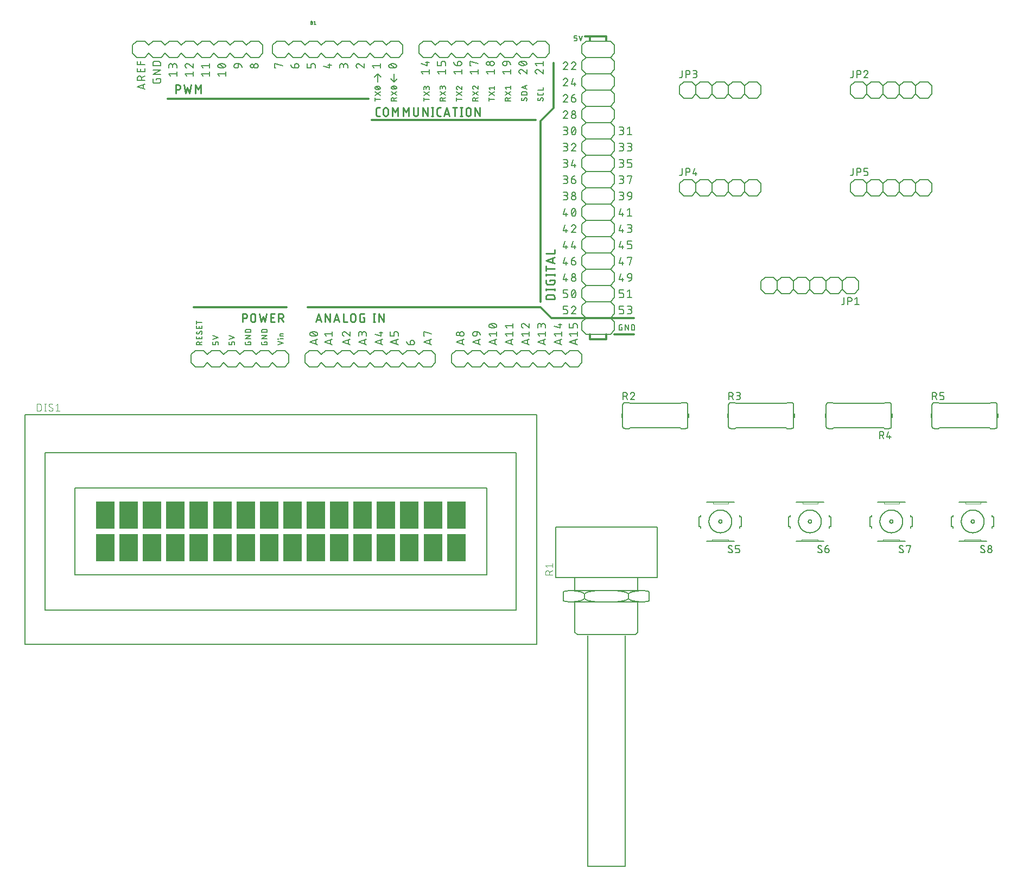
<source format=gbr>
G04 EAGLE Gerber RS-274X export*
G75*
%MOMM*%
%FSLAX34Y34*%
%LPD*%
%INSilkscreen Top*%
%IPPOS*%
%AMOC8*
5,1,8,0,0,1.08239X$1,22.5*%
G01*
%ADD10C,0.203200*%
%ADD11C,0.152400*%
%ADD12C,0.304800*%
%ADD13C,0.228600*%
%ADD14C,0.127000*%
%ADD15R,2.950000X4.350000*%
%ADD16C,0.101600*%
%ADD17R,0.279400X0.762000*%
%ADD18C,0.050800*%


D10*
X882650Y495300D02*
X895350Y495300D01*
X901700Y488950D01*
X901700Y476250D02*
X895350Y469900D01*
X857250Y495300D02*
X850900Y488950D01*
X857250Y495300D02*
X869950Y495300D01*
X876300Y488950D01*
X876300Y476250D02*
X869950Y469900D01*
X857250Y469900D01*
X850900Y476250D01*
X876300Y488950D02*
X882650Y495300D01*
X876300Y476250D02*
X882650Y469900D01*
X895350Y469900D01*
X819150Y495300D02*
X806450Y495300D01*
X819150Y495300D02*
X825500Y488950D01*
X825500Y476250D02*
X819150Y469900D01*
X825500Y488950D02*
X831850Y495300D01*
X844550Y495300D01*
X850900Y488950D01*
X850900Y476250D02*
X844550Y469900D01*
X831850Y469900D01*
X825500Y476250D01*
X781050Y495300D02*
X774700Y488950D01*
X781050Y495300D02*
X793750Y495300D01*
X800100Y488950D01*
X800100Y476250D02*
X793750Y469900D01*
X781050Y469900D01*
X774700Y476250D01*
X800100Y488950D02*
X806450Y495300D01*
X800100Y476250D02*
X806450Y469900D01*
X819150Y469900D01*
X742950Y495300D02*
X730250Y495300D01*
X742950Y495300D02*
X749300Y488950D01*
X749300Y476250D02*
X742950Y469900D01*
X749300Y488950D02*
X755650Y495300D01*
X768350Y495300D01*
X774700Y488950D01*
X774700Y476250D02*
X768350Y469900D01*
X755650Y469900D01*
X749300Y476250D01*
X723900Y476250D02*
X723900Y488950D01*
X730250Y495300D01*
X723900Y476250D02*
X730250Y469900D01*
X742950Y469900D01*
X908050Y495300D02*
X920750Y495300D01*
X927100Y488950D01*
X927100Y476250D01*
X920750Y469900D01*
X901700Y488950D02*
X908050Y495300D01*
X901700Y476250D02*
X908050Y469900D01*
X920750Y469900D01*
X844550Y977900D02*
X831850Y977900D01*
X844550Y977900D02*
X850900Y971550D01*
X850900Y958850D02*
X844550Y952500D01*
X806450Y977900D02*
X800100Y971550D01*
X806450Y977900D02*
X819150Y977900D01*
X825500Y971550D01*
X825500Y958850D02*
X819150Y952500D01*
X806450Y952500D01*
X800100Y958850D01*
X825500Y971550D02*
X831850Y977900D01*
X825500Y958850D02*
X831850Y952500D01*
X844550Y952500D01*
X768350Y977900D02*
X755650Y977900D01*
X768350Y977900D02*
X774700Y971550D01*
X774700Y958850D02*
X768350Y952500D01*
X774700Y971550D02*
X781050Y977900D01*
X793750Y977900D01*
X800100Y971550D01*
X800100Y958850D02*
X793750Y952500D01*
X781050Y952500D01*
X774700Y958850D01*
X730250Y977900D02*
X723900Y971550D01*
X730250Y977900D02*
X742950Y977900D01*
X749300Y971550D01*
X749300Y958850D02*
X742950Y952500D01*
X730250Y952500D01*
X723900Y958850D01*
X749300Y971550D02*
X755650Y977900D01*
X749300Y958850D02*
X755650Y952500D01*
X768350Y952500D01*
X692150Y977900D02*
X679450Y977900D01*
X692150Y977900D02*
X698500Y971550D01*
X698500Y958850D02*
X692150Y952500D01*
X698500Y971550D02*
X704850Y977900D01*
X717550Y977900D01*
X723900Y971550D01*
X723900Y958850D02*
X717550Y952500D01*
X704850Y952500D01*
X698500Y958850D01*
X673100Y958850D02*
X673100Y971550D01*
X679450Y977900D01*
X673100Y958850D02*
X679450Y952500D01*
X692150Y952500D01*
X857250Y977900D02*
X869950Y977900D01*
X876300Y971550D01*
X876300Y958850D01*
X869950Y952500D01*
X850900Y971550D02*
X857250Y977900D01*
X850900Y958850D02*
X857250Y952500D01*
X869950Y952500D01*
X666750Y495300D02*
X654050Y495300D01*
X666750Y495300D02*
X673100Y488950D01*
X673100Y476250D02*
X666750Y469900D01*
X628650Y495300D02*
X622300Y488950D01*
X628650Y495300D02*
X641350Y495300D01*
X647700Y488950D01*
X647700Y476250D02*
X641350Y469900D01*
X628650Y469900D01*
X622300Y476250D01*
X647700Y488950D02*
X654050Y495300D01*
X647700Y476250D02*
X654050Y469900D01*
X666750Y469900D01*
X590550Y495300D02*
X577850Y495300D01*
X590550Y495300D02*
X596900Y488950D01*
X596900Y476250D02*
X590550Y469900D01*
X596900Y488950D02*
X603250Y495300D01*
X615950Y495300D01*
X622300Y488950D01*
X622300Y476250D02*
X615950Y469900D01*
X603250Y469900D01*
X596900Y476250D01*
X552450Y495300D02*
X546100Y488950D01*
X552450Y495300D02*
X565150Y495300D01*
X571500Y488950D01*
X571500Y476250D02*
X565150Y469900D01*
X552450Y469900D01*
X546100Y476250D01*
X571500Y488950D02*
X577850Y495300D01*
X571500Y476250D02*
X577850Y469900D01*
X590550Y469900D01*
X514350Y495300D02*
X501650Y495300D01*
X514350Y495300D02*
X520700Y488950D01*
X520700Y476250D02*
X514350Y469900D01*
X520700Y488950D02*
X527050Y495300D01*
X539750Y495300D01*
X546100Y488950D01*
X546100Y476250D02*
X539750Y469900D01*
X527050Y469900D01*
X520700Y476250D01*
X495300Y476250D02*
X495300Y488950D01*
X501650Y495300D01*
X495300Y476250D02*
X501650Y469900D01*
X514350Y469900D01*
X679450Y495300D02*
X692150Y495300D01*
X698500Y488950D01*
X698500Y476250D01*
X692150Y469900D01*
X673100Y488950D02*
X679450Y495300D01*
X673100Y476250D02*
X679450Y469900D01*
X692150Y469900D01*
X615950Y977900D02*
X603250Y977900D01*
X615950Y977900D02*
X622300Y971550D01*
X622300Y958850D02*
X615950Y952500D01*
X577850Y977900D02*
X571500Y971550D01*
X577850Y977900D02*
X590550Y977900D01*
X596900Y971550D01*
X596900Y958850D02*
X590550Y952500D01*
X577850Y952500D01*
X571500Y958850D01*
X596900Y971550D02*
X603250Y977900D01*
X596900Y958850D02*
X603250Y952500D01*
X615950Y952500D01*
X539750Y977900D02*
X527050Y977900D01*
X539750Y977900D02*
X546100Y971550D01*
X546100Y958850D02*
X539750Y952500D01*
X546100Y971550D02*
X552450Y977900D01*
X565150Y977900D01*
X571500Y971550D01*
X571500Y958850D02*
X565150Y952500D01*
X552450Y952500D01*
X546100Y958850D01*
X501650Y977900D02*
X495300Y971550D01*
X501650Y977900D02*
X514350Y977900D01*
X520700Y971550D01*
X520700Y958850D02*
X514350Y952500D01*
X501650Y952500D01*
X495300Y958850D01*
X520700Y971550D02*
X527050Y977900D01*
X520700Y958850D02*
X527050Y952500D01*
X539750Y952500D01*
X463550Y977900D02*
X450850Y977900D01*
X463550Y977900D02*
X469900Y971550D01*
X469900Y958850D02*
X463550Y952500D01*
X469900Y971550D02*
X476250Y977900D01*
X488950Y977900D01*
X495300Y971550D01*
X495300Y958850D02*
X488950Y952500D01*
X476250Y952500D01*
X469900Y958850D01*
X444500Y958850D02*
X444500Y971550D01*
X450850Y977900D01*
X444500Y958850D02*
X450850Y952500D01*
X463550Y952500D01*
X628650Y977900D02*
X641350Y977900D01*
X647700Y971550D01*
X647700Y958850D01*
X641350Y952500D01*
X622300Y971550D02*
X628650Y977900D01*
X622300Y958850D02*
X628650Y952500D01*
X641350Y952500D01*
X397510Y977900D02*
X384810Y977900D01*
X397510Y977900D02*
X403860Y971550D01*
X403860Y958850D02*
X397510Y952500D01*
X359410Y977900D02*
X353060Y971550D01*
X359410Y977900D02*
X372110Y977900D01*
X378460Y971550D01*
X378460Y958850D02*
X372110Y952500D01*
X359410Y952500D01*
X353060Y958850D01*
X378460Y971550D02*
X384810Y977900D01*
X378460Y958850D02*
X384810Y952500D01*
X397510Y952500D01*
X321310Y977900D02*
X308610Y977900D01*
X321310Y977900D02*
X327660Y971550D01*
X327660Y958850D02*
X321310Y952500D01*
X327660Y971550D02*
X334010Y977900D01*
X346710Y977900D01*
X353060Y971550D01*
X353060Y958850D02*
X346710Y952500D01*
X334010Y952500D01*
X327660Y958850D01*
X283210Y977900D02*
X276860Y971550D01*
X283210Y977900D02*
X295910Y977900D01*
X302260Y971550D01*
X302260Y958850D02*
X295910Y952500D01*
X283210Y952500D01*
X276860Y958850D01*
X302260Y971550D02*
X308610Y977900D01*
X302260Y958850D02*
X308610Y952500D01*
X321310Y952500D01*
X245110Y977900D02*
X232410Y977900D01*
X245110Y977900D02*
X251460Y971550D01*
X251460Y958850D02*
X245110Y952500D01*
X251460Y971550D02*
X257810Y977900D01*
X270510Y977900D01*
X276860Y971550D01*
X276860Y958850D02*
X270510Y952500D01*
X257810Y952500D01*
X251460Y958850D01*
X226060Y958850D02*
X226060Y971550D01*
X232410Y977900D01*
X226060Y958850D02*
X232410Y952500D01*
X245110Y952500D01*
X410210Y977900D02*
X422910Y977900D01*
X429260Y971550D01*
X429260Y958850D01*
X422910Y952500D01*
X403860Y971550D02*
X410210Y977900D01*
X403860Y958850D02*
X410210Y952500D01*
X422910Y952500D01*
D11*
X971550Y749300D02*
X977900Y755650D01*
X977900Y768350D02*
X971550Y774700D01*
X977900Y781050D01*
X977900Y793750D02*
X971550Y800100D01*
X977900Y806450D01*
X977900Y819150D02*
X971550Y825500D01*
X977900Y831850D01*
X977900Y844550D02*
X971550Y850900D01*
X977900Y857250D01*
X977900Y869950D02*
X971550Y876300D01*
X977900Y882650D01*
X977900Y895350D02*
X971550Y901700D01*
X927100Y755650D02*
X933450Y749300D01*
X927100Y755650D02*
X927100Y768350D01*
X933450Y774700D01*
X927100Y781050D01*
X927100Y793750D01*
X933450Y800100D01*
X927100Y806450D01*
X927100Y819150D01*
X933450Y825500D01*
X927100Y831850D01*
X927100Y844550D01*
X933450Y850900D01*
X927100Y857250D01*
X927100Y869950D01*
X933450Y876300D01*
X927100Y882650D01*
X927100Y895350D01*
X933450Y901700D01*
X927100Y908050D01*
X927100Y920750D01*
X933450Y927100D01*
X927100Y933450D01*
X927100Y946150D01*
X933450Y952500D01*
X971550Y952500D02*
X977900Y946150D01*
X977900Y933450D02*
X971550Y927100D01*
X977900Y920750D01*
X977900Y908050D02*
X971550Y901700D01*
X971550Y774700D02*
X933450Y774700D01*
X933450Y800100D02*
X971550Y800100D01*
X971550Y825500D02*
X933450Y825500D01*
X933450Y850900D02*
X971550Y850900D01*
X971550Y876300D02*
X933450Y876300D01*
X933450Y901700D02*
X971550Y901700D01*
X971550Y927100D02*
X933450Y927100D01*
X977900Y933450D02*
X977900Y946150D01*
X977900Y920750D02*
X977900Y908050D01*
X977900Y895350D02*
X977900Y882650D01*
X977900Y869950D02*
X977900Y857250D01*
X977900Y844550D02*
X977900Y831850D01*
X977900Y819150D02*
X977900Y806450D01*
X977900Y793750D02*
X977900Y781050D01*
X977900Y768350D02*
X977900Y755650D01*
X977900Y552450D02*
X971550Y546100D01*
X977900Y565150D02*
X971550Y571500D01*
X977900Y577850D01*
X977900Y590550D02*
X971550Y596900D01*
X977900Y603250D01*
X977900Y615950D02*
X971550Y622300D01*
X977900Y628650D01*
X977900Y641350D02*
X971550Y647700D01*
X977900Y654050D01*
X977900Y666750D02*
X971550Y673100D01*
X977900Y679450D01*
X977900Y692150D02*
X971550Y698500D01*
X927100Y552450D02*
X933450Y546100D01*
X927100Y552450D02*
X927100Y565150D01*
X933450Y571500D01*
X927100Y577850D01*
X927100Y590550D01*
X933450Y596900D01*
X927100Y603250D01*
X927100Y615950D01*
X933450Y622300D01*
X927100Y628650D01*
X927100Y641350D01*
X933450Y647700D01*
X927100Y654050D01*
X927100Y666750D01*
X933450Y673100D01*
X927100Y679450D01*
X927100Y692150D01*
X933450Y698500D01*
X927100Y704850D01*
X927100Y717550D01*
X933450Y723900D01*
X927100Y730250D01*
X927100Y742950D01*
X933450Y749300D01*
X971550Y749300D02*
X977900Y742950D01*
X977900Y730250D02*
X971550Y723900D01*
X977900Y717550D01*
X977900Y704850D02*
X971550Y698500D01*
X971550Y571500D02*
X933450Y571500D01*
X933450Y596900D02*
X971550Y596900D01*
X971550Y622300D02*
X933450Y622300D01*
X933450Y647700D02*
X971550Y647700D01*
X971550Y673100D02*
X933450Y673100D01*
X933450Y698500D02*
X971550Y698500D01*
X971550Y723900D02*
X933450Y723900D01*
X933450Y749300D02*
X971550Y749300D01*
X977900Y742950D02*
X977900Y730250D01*
X977900Y717550D02*
X977900Y704850D01*
X977900Y692150D02*
X977900Y679450D01*
X977900Y666750D02*
X977900Y654050D01*
X977900Y641350D02*
X977900Y628650D01*
X977900Y615950D02*
X977900Y603250D01*
X977900Y590550D02*
X977900Y577850D01*
X977900Y565150D02*
X977900Y552450D01*
D10*
X971550Y546100D02*
X977900Y539750D01*
X977900Y527050D02*
X971550Y520700D01*
X927100Y527050D02*
X927100Y539750D01*
X933450Y546100D01*
X927100Y527050D02*
X933450Y520700D01*
X977900Y527050D02*
X977900Y539750D01*
X971550Y546100D02*
X933450Y546100D01*
X933450Y520700D02*
X971550Y520700D01*
X977900Y971550D02*
X971550Y977900D01*
X977900Y958850D02*
X971550Y952500D01*
X927100Y958850D02*
X927100Y971550D01*
X933450Y977900D01*
X927100Y958850D02*
X933450Y952500D01*
X977900Y958850D02*
X977900Y971550D01*
X971550Y977900D02*
X933450Y977900D01*
X933450Y952500D02*
X971550Y952500D01*
D12*
X594360Y887730D02*
X280670Y887730D01*
X599440Y854710D02*
X854710Y854710D01*
X862584Y852678D02*
X862584Y571500D01*
X882904Y872998D02*
X882904Y943610D01*
X939800Y978662D02*
X939800Y985012D01*
X965200Y985012D01*
X965200Y978408D01*
X939800Y519938D02*
X939800Y512572D01*
X965200Y512572D01*
X965200Y520192D01*
X862330Y562864D02*
X499110Y562864D01*
X862330Y562864D02*
X879348Y545846D01*
X1008126Y545846D01*
X862584Y852678D02*
X882904Y872998D01*
X977900Y520700D02*
X1007872Y520700D01*
D10*
X608330Y914400D02*
X608330Y927100D01*
X603250Y922020D01*
X608330Y927100D02*
X613410Y922020D01*
X633730Y927100D02*
X633730Y914400D01*
X638810Y919480D01*
X633730Y914400D02*
X628650Y919480D01*
D12*
X466090Y562864D02*
X321310Y562864D01*
D10*
X444500Y488950D02*
X450850Y495300D01*
X463550Y495300D01*
X469900Y488950D01*
X469900Y476250D02*
X463550Y469900D01*
X450850Y469900D01*
X444500Y476250D01*
X412750Y495300D02*
X400050Y495300D01*
X412750Y495300D02*
X419100Y488950D01*
X419100Y476250D02*
X412750Y469900D01*
X419100Y488950D02*
X425450Y495300D01*
X438150Y495300D01*
X444500Y488950D01*
X444500Y476250D02*
X438150Y469900D01*
X425450Y469900D01*
X419100Y476250D01*
X374650Y495300D02*
X368300Y488950D01*
X374650Y495300D02*
X387350Y495300D01*
X393700Y488950D01*
X393700Y476250D02*
X387350Y469900D01*
X374650Y469900D01*
X368300Y476250D01*
X393700Y488950D02*
X400050Y495300D01*
X393700Y476250D02*
X400050Y469900D01*
X412750Y469900D01*
X336550Y495300D02*
X323850Y495300D01*
X336550Y495300D02*
X342900Y488950D01*
X342900Y476250D02*
X336550Y469900D01*
X342900Y488950D02*
X349250Y495300D01*
X361950Y495300D01*
X368300Y488950D01*
X368300Y476250D02*
X361950Y469900D01*
X349250Y469900D01*
X342900Y476250D01*
X317500Y476250D02*
X317500Y488950D01*
X323850Y495300D01*
X317500Y476250D02*
X323850Y469900D01*
X336550Y469900D01*
X469900Y476250D02*
X469900Y488950D01*
D12*
X932180Y985012D02*
X939800Y985012D01*
D10*
X631698Y935736D02*
X631458Y935739D01*
X631218Y935747D01*
X630979Y935762D01*
X630740Y935782D01*
X630502Y935807D01*
X630264Y935839D01*
X630027Y935876D01*
X629791Y935919D01*
X629556Y935967D01*
X629322Y936021D01*
X629090Y936080D01*
X628859Y936145D01*
X628630Y936216D01*
X628402Y936292D01*
X628177Y936373D01*
X627953Y936460D01*
X627731Y936552D01*
X627512Y936649D01*
X627295Y936752D01*
X627204Y936786D01*
X627114Y936823D01*
X627026Y936863D01*
X626939Y936906D01*
X626854Y936953D01*
X626771Y937004D01*
X626690Y937057D01*
X626611Y937114D01*
X626534Y937173D01*
X626459Y937236D01*
X626388Y937301D01*
X626318Y937369D01*
X626252Y937440D01*
X626188Y937513D01*
X626127Y937588D01*
X626069Y937666D01*
X626014Y937747D01*
X625962Y937829D01*
X625914Y937913D01*
X625868Y937999D01*
X625826Y938086D01*
X625788Y938176D01*
X625753Y938266D01*
X625722Y938358D01*
X625694Y938451D01*
X625669Y938545D01*
X625649Y938640D01*
X625632Y938736D01*
X625619Y938832D01*
X625610Y938929D01*
X625604Y939026D01*
X625602Y939123D01*
X625604Y939220D01*
X625610Y939317D01*
X625619Y939414D01*
X625632Y939510D01*
X625649Y939606D01*
X625669Y939701D01*
X625694Y939795D01*
X625722Y939888D01*
X625753Y939980D01*
X625788Y940070D01*
X625826Y940160D01*
X625868Y940247D01*
X625914Y940333D01*
X625962Y940417D01*
X626014Y940499D01*
X626069Y940580D01*
X626127Y940658D01*
X626188Y940733D01*
X626252Y940806D01*
X626318Y940877D01*
X626388Y940945D01*
X626459Y941010D01*
X626534Y941073D01*
X626611Y941132D01*
X626690Y941189D01*
X626771Y941242D01*
X626854Y941293D01*
X626939Y941340D01*
X627026Y941383D01*
X627114Y941423D01*
X627204Y941460D01*
X627295Y941494D01*
X627295Y941493D02*
X627512Y941596D01*
X627731Y941693D01*
X627953Y941785D01*
X628177Y941872D01*
X628402Y941953D01*
X628630Y942029D01*
X628859Y942100D01*
X629090Y942165D01*
X629322Y942224D01*
X629556Y942278D01*
X629791Y942326D01*
X630027Y942369D01*
X630264Y942406D01*
X630502Y942438D01*
X630740Y942463D01*
X630979Y942483D01*
X631218Y942498D01*
X631458Y942506D01*
X631698Y942509D01*
X631698Y935736D02*
X631938Y935739D01*
X632178Y935747D01*
X632417Y935762D01*
X632656Y935782D01*
X632894Y935807D01*
X633132Y935839D01*
X633369Y935876D01*
X633605Y935919D01*
X633840Y935967D01*
X634074Y936021D01*
X634306Y936080D01*
X634537Y936145D01*
X634766Y936216D01*
X634994Y936292D01*
X635219Y936373D01*
X635443Y936460D01*
X635665Y936552D01*
X635884Y936649D01*
X636101Y936752D01*
X636192Y936786D01*
X636282Y936823D01*
X636370Y936863D01*
X636457Y936906D01*
X636542Y936953D01*
X636625Y937004D01*
X636706Y937057D01*
X636785Y937114D01*
X636862Y937173D01*
X636937Y937236D01*
X637008Y937301D01*
X637078Y937369D01*
X637144Y937440D01*
X637208Y937513D01*
X637269Y937588D01*
X637327Y937666D01*
X637382Y937747D01*
X637434Y937829D01*
X637482Y937913D01*
X637528Y937999D01*
X637570Y938086D01*
X637608Y938176D01*
X637643Y938266D01*
X637674Y938358D01*
X637702Y938451D01*
X637727Y938545D01*
X637747Y938640D01*
X637764Y938736D01*
X637777Y938832D01*
X637786Y938929D01*
X637792Y939026D01*
X637794Y939123D01*
X636101Y941493D02*
X635884Y941596D01*
X635665Y941693D01*
X635443Y941785D01*
X635219Y941872D01*
X634994Y941953D01*
X634766Y942029D01*
X634537Y942100D01*
X634306Y942165D01*
X634074Y942224D01*
X633840Y942278D01*
X633605Y942326D01*
X633369Y942369D01*
X633132Y942406D01*
X632894Y942438D01*
X632656Y942463D01*
X632417Y942483D01*
X632178Y942498D01*
X631938Y942506D01*
X631698Y942509D01*
X636101Y941494D02*
X636192Y941460D01*
X636282Y941423D01*
X636370Y941383D01*
X636457Y941340D01*
X636542Y941293D01*
X636625Y941242D01*
X636706Y941189D01*
X636785Y941132D01*
X636862Y941073D01*
X636937Y941010D01*
X637008Y940945D01*
X637078Y940877D01*
X637144Y940806D01*
X637208Y940733D01*
X637269Y940658D01*
X637327Y940580D01*
X637382Y940499D01*
X637434Y940417D01*
X637482Y940333D01*
X637528Y940247D01*
X637570Y940160D01*
X637608Y940070D01*
X637643Y939980D01*
X637674Y939888D01*
X637702Y939795D01*
X637727Y939701D01*
X637747Y939606D01*
X637764Y939510D01*
X637777Y939414D01*
X637786Y939317D01*
X637792Y939220D01*
X637794Y939123D01*
X635085Y936413D02*
X628311Y941832D01*
X602911Y935736D02*
X600202Y939123D01*
X612394Y939123D01*
X612394Y942509D02*
X612394Y935736D01*
X577850Y942509D02*
X577741Y942507D01*
X577633Y942501D01*
X577524Y942492D01*
X577416Y942478D01*
X577309Y942461D01*
X577202Y942439D01*
X577096Y942414D01*
X576991Y942386D01*
X576887Y942353D01*
X576785Y942317D01*
X576684Y942277D01*
X576584Y942234D01*
X576486Y942187D01*
X576389Y942136D01*
X576295Y942082D01*
X576202Y942025D01*
X576112Y941965D01*
X576023Y941901D01*
X575937Y941834D01*
X575854Y941765D01*
X575773Y941692D01*
X575695Y941616D01*
X575619Y941538D01*
X575546Y941457D01*
X575477Y941374D01*
X575410Y941288D01*
X575346Y941199D01*
X575286Y941109D01*
X575229Y941016D01*
X575175Y940922D01*
X575124Y940825D01*
X575077Y940727D01*
X575034Y940627D01*
X574994Y940526D01*
X574958Y940424D01*
X574925Y940320D01*
X574897Y940215D01*
X574872Y940109D01*
X574850Y940002D01*
X574833Y939895D01*
X574819Y939787D01*
X574810Y939678D01*
X574804Y939570D01*
X574802Y939461D01*
X574804Y939338D01*
X574810Y939215D01*
X574819Y939092D01*
X574833Y938970D01*
X574850Y938848D01*
X574871Y938727D01*
X574896Y938606D01*
X574925Y938486D01*
X574958Y938368D01*
X574994Y938250D01*
X575034Y938134D01*
X575077Y938018D01*
X575125Y937905D01*
X575175Y937792D01*
X575229Y937682D01*
X575287Y937573D01*
X575348Y937466D01*
X575413Y937361D01*
X575480Y937258D01*
X575551Y937158D01*
X575625Y937059D01*
X575702Y936963D01*
X575782Y936870D01*
X575865Y936779D01*
X575951Y936690D01*
X576039Y936605D01*
X576130Y936522D01*
X576224Y936442D01*
X576320Y936365D01*
X576419Y936291D01*
X576519Y936221D01*
X576622Y936153D01*
X576727Y936089D01*
X576834Y936028D01*
X576943Y935970D01*
X577054Y935916D01*
X577166Y935866D01*
X577280Y935819D01*
X577395Y935775D01*
X577511Y935735D01*
X580221Y941494D02*
X580143Y941573D01*
X580063Y941649D01*
X579981Y941722D01*
X579895Y941792D01*
X579808Y941860D01*
X579718Y941925D01*
X579627Y941986D01*
X579533Y942044D01*
X579437Y942100D01*
X579340Y942151D01*
X579240Y942200D01*
X579140Y942245D01*
X579037Y942287D01*
X578934Y942325D01*
X578829Y942360D01*
X578723Y942391D01*
X578616Y942419D01*
X578508Y942443D01*
X578400Y942464D01*
X578291Y942480D01*
X578181Y942493D01*
X578071Y942503D01*
X577960Y942508D01*
X577850Y942510D01*
X580221Y941493D02*
X586994Y935736D01*
X586994Y942509D01*
X561594Y939123D02*
X561594Y935736D01*
X561594Y939123D02*
X561592Y939239D01*
X561586Y939354D01*
X561576Y939469D01*
X561562Y939584D01*
X561545Y939698D01*
X561523Y939812D01*
X561498Y939925D01*
X561468Y940037D01*
X561435Y940148D01*
X561398Y940257D01*
X561358Y940366D01*
X561314Y940472D01*
X561266Y940578D01*
X561214Y940681D01*
X561159Y940783D01*
X561101Y940883D01*
X561039Y940981D01*
X560974Y941076D01*
X560906Y941170D01*
X560834Y941260D01*
X560760Y941349D01*
X560682Y941435D01*
X560602Y941518D01*
X560519Y941598D01*
X560433Y941676D01*
X560344Y941750D01*
X560254Y941822D01*
X560160Y941890D01*
X560065Y941955D01*
X559967Y942017D01*
X559867Y942075D01*
X559765Y942130D01*
X559662Y942182D01*
X559556Y942230D01*
X559450Y942274D01*
X559341Y942314D01*
X559232Y942351D01*
X559121Y942384D01*
X559009Y942414D01*
X558896Y942439D01*
X558782Y942461D01*
X558668Y942478D01*
X558553Y942492D01*
X558438Y942502D01*
X558323Y942508D01*
X558207Y942510D01*
X558091Y942508D01*
X557976Y942502D01*
X557861Y942492D01*
X557746Y942478D01*
X557632Y942461D01*
X557518Y942439D01*
X557405Y942414D01*
X557293Y942384D01*
X557182Y942351D01*
X557073Y942314D01*
X556964Y942274D01*
X556858Y942230D01*
X556752Y942182D01*
X556649Y942130D01*
X556547Y942075D01*
X556447Y942017D01*
X556349Y941955D01*
X556254Y941890D01*
X556160Y941822D01*
X556070Y941750D01*
X555981Y941676D01*
X555895Y941598D01*
X555812Y941518D01*
X555732Y941435D01*
X555654Y941349D01*
X555580Y941260D01*
X555508Y941170D01*
X555440Y941076D01*
X555375Y940981D01*
X555313Y940883D01*
X555255Y940783D01*
X555200Y940681D01*
X555148Y940578D01*
X555100Y940472D01*
X555056Y940366D01*
X555016Y940257D01*
X554979Y940148D01*
X554946Y940037D01*
X554916Y939925D01*
X554891Y939812D01*
X554869Y939698D01*
X554852Y939584D01*
X554838Y939469D01*
X554828Y939354D01*
X554822Y939239D01*
X554820Y939123D01*
X549402Y939800D02*
X549402Y935736D01*
X549402Y939800D02*
X549404Y939903D01*
X549410Y940005D01*
X549419Y940107D01*
X549433Y940209D01*
X549450Y940310D01*
X549472Y940410D01*
X549497Y940509D01*
X549525Y940608D01*
X549558Y940705D01*
X549594Y940801D01*
X549633Y940896D01*
X549677Y940989D01*
X549723Y941080D01*
X549774Y941169D01*
X549827Y941257D01*
X549884Y941342D01*
X549944Y941425D01*
X550007Y941506D01*
X550073Y941585D01*
X550142Y941660D01*
X550214Y941734D01*
X550288Y941804D01*
X550365Y941872D01*
X550445Y941936D01*
X550527Y941998D01*
X550611Y942056D01*
X550698Y942111D01*
X550786Y942163D01*
X550877Y942211D01*
X550969Y942256D01*
X551062Y942298D01*
X551158Y942336D01*
X551254Y942370D01*
X551352Y942401D01*
X551451Y942427D01*
X551551Y942451D01*
X551652Y942470D01*
X551753Y942485D01*
X551855Y942497D01*
X551957Y942505D01*
X552060Y942509D01*
X552162Y942509D01*
X552265Y942505D01*
X552367Y942497D01*
X552469Y942485D01*
X552570Y942470D01*
X552671Y942451D01*
X552771Y942427D01*
X552870Y942401D01*
X552968Y942370D01*
X553064Y942336D01*
X553160Y942298D01*
X553253Y942256D01*
X553345Y942211D01*
X553436Y942163D01*
X553524Y942111D01*
X553611Y942056D01*
X553695Y941998D01*
X553777Y941936D01*
X553857Y941872D01*
X553934Y941804D01*
X554008Y941734D01*
X554080Y941660D01*
X554149Y941585D01*
X554215Y941506D01*
X554278Y941425D01*
X554338Y941342D01*
X554395Y941257D01*
X554448Y941169D01*
X554499Y941080D01*
X554545Y940989D01*
X554589Y940896D01*
X554628Y940801D01*
X554664Y940705D01*
X554697Y940608D01*
X554725Y940509D01*
X554750Y940410D01*
X554772Y940310D01*
X554789Y940209D01*
X554803Y940107D01*
X554812Y940005D01*
X554818Y939903D01*
X554820Y939800D01*
X554821Y939800D02*
X554821Y937091D01*
X533485Y935736D02*
X524002Y938445D01*
X533485Y935736D02*
X533485Y942509D01*
X536194Y940477D02*
X530775Y940477D01*
X510794Y939800D02*
X510794Y935736D01*
X510794Y939800D02*
X510792Y939901D01*
X510786Y940002D01*
X510777Y940103D01*
X510764Y940204D01*
X510747Y940304D01*
X510726Y940403D01*
X510702Y940501D01*
X510674Y940598D01*
X510642Y940695D01*
X510607Y940790D01*
X510568Y940883D01*
X510526Y940975D01*
X510480Y941066D01*
X510431Y941155D01*
X510379Y941241D01*
X510323Y941326D01*
X510265Y941409D01*
X510203Y941489D01*
X510138Y941567D01*
X510071Y941643D01*
X510001Y941716D01*
X509928Y941786D01*
X509852Y941853D01*
X509774Y941918D01*
X509694Y941980D01*
X509611Y942038D01*
X509526Y942094D01*
X509440Y942146D01*
X509351Y942195D01*
X509260Y942241D01*
X509168Y942283D01*
X509075Y942322D01*
X508980Y942357D01*
X508883Y942389D01*
X508786Y942417D01*
X508688Y942441D01*
X508589Y942462D01*
X508489Y942479D01*
X508388Y942492D01*
X508287Y942501D01*
X508186Y942507D01*
X508085Y942509D01*
X506730Y942509D01*
X506629Y942507D01*
X506528Y942501D01*
X506427Y942492D01*
X506326Y942479D01*
X506226Y942462D01*
X506127Y942441D01*
X506029Y942417D01*
X505932Y942389D01*
X505835Y942357D01*
X505740Y942322D01*
X505647Y942283D01*
X505555Y942241D01*
X505464Y942195D01*
X505376Y942146D01*
X505289Y942094D01*
X505204Y942038D01*
X505121Y941980D01*
X505041Y941918D01*
X504963Y941853D01*
X504887Y941786D01*
X504814Y941716D01*
X504744Y941643D01*
X504677Y941567D01*
X504612Y941489D01*
X504550Y941409D01*
X504492Y941326D01*
X504436Y941241D01*
X504384Y941155D01*
X504335Y941066D01*
X504289Y940975D01*
X504247Y940883D01*
X504208Y940790D01*
X504173Y940695D01*
X504141Y940598D01*
X504113Y940501D01*
X504089Y940403D01*
X504068Y940304D01*
X504051Y940204D01*
X504038Y940103D01*
X504029Y940002D01*
X504023Y939901D01*
X504021Y939800D01*
X504021Y935736D01*
X498602Y935736D01*
X498602Y942509D01*
X478621Y939800D02*
X478621Y935736D01*
X478621Y939800D02*
X478623Y939901D01*
X478629Y940002D01*
X478638Y940103D01*
X478651Y940204D01*
X478668Y940304D01*
X478689Y940403D01*
X478713Y940501D01*
X478741Y940598D01*
X478773Y940695D01*
X478808Y940790D01*
X478847Y940883D01*
X478889Y940975D01*
X478935Y941066D01*
X478984Y941155D01*
X479036Y941241D01*
X479092Y941326D01*
X479150Y941409D01*
X479212Y941489D01*
X479277Y941567D01*
X479344Y941643D01*
X479414Y941716D01*
X479487Y941786D01*
X479563Y941853D01*
X479641Y941918D01*
X479721Y941980D01*
X479804Y942038D01*
X479889Y942094D01*
X479976Y942146D01*
X480064Y942195D01*
X480155Y942241D01*
X480247Y942283D01*
X480340Y942322D01*
X480435Y942357D01*
X480532Y942389D01*
X480629Y942417D01*
X480727Y942441D01*
X480826Y942462D01*
X480926Y942479D01*
X481027Y942492D01*
X481128Y942501D01*
X481229Y942507D01*
X481330Y942509D01*
X482007Y942509D01*
X482007Y942510D02*
X482123Y942508D01*
X482238Y942502D01*
X482353Y942492D01*
X482468Y942478D01*
X482582Y942461D01*
X482696Y942439D01*
X482809Y942414D01*
X482921Y942384D01*
X483032Y942351D01*
X483141Y942314D01*
X483250Y942274D01*
X483356Y942230D01*
X483462Y942182D01*
X483565Y942130D01*
X483667Y942075D01*
X483767Y942017D01*
X483865Y941955D01*
X483960Y941890D01*
X484054Y941822D01*
X484144Y941750D01*
X484233Y941676D01*
X484319Y941598D01*
X484402Y941518D01*
X484482Y941435D01*
X484560Y941349D01*
X484634Y941260D01*
X484706Y941170D01*
X484774Y941076D01*
X484839Y940981D01*
X484901Y940883D01*
X484959Y940783D01*
X485014Y940681D01*
X485066Y940578D01*
X485114Y940472D01*
X485158Y940366D01*
X485198Y940257D01*
X485235Y940148D01*
X485268Y940037D01*
X485298Y939925D01*
X485323Y939812D01*
X485345Y939698D01*
X485362Y939584D01*
X485376Y939469D01*
X485386Y939354D01*
X485392Y939239D01*
X485394Y939123D01*
X485392Y939007D01*
X485386Y938892D01*
X485376Y938777D01*
X485362Y938662D01*
X485345Y938548D01*
X485323Y938434D01*
X485298Y938321D01*
X485268Y938209D01*
X485235Y938098D01*
X485198Y937989D01*
X485158Y937880D01*
X485114Y937774D01*
X485066Y937668D01*
X485014Y937565D01*
X484959Y937463D01*
X484901Y937363D01*
X484839Y937265D01*
X484774Y937170D01*
X484706Y937076D01*
X484634Y936986D01*
X484560Y936897D01*
X484482Y936811D01*
X484402Y936728D01*
X484319Y936648D01*
X484233Y936570D01*
X484144Y936496D01*
X484054Y936424D01*
X483960Y936356D01*
X483865Y936291D01*
X483767Y936229D01*
X483667Y936171D01*
X483565Y936116D01*
X483462Y936064D01*
X483356Y936016D01*
X483250Y935972D01*
X483141Y935932D01*
X483032Y935895D01*
X482921Y935862D01*
X482809Y935832D01*
X482696Y935807D01*
X482582Y935785D01*
X482468Y935768D01*
X482353Y935754D01*
X482238Y935744D01*
X482123Y935738D01*
X482007Y935736D01*
X478621Y935736D01*
X478474Y935738D01*
X478328Y935744D01*
X478181Y935754D01*
X478035Y935768D01*
X477889Y935786D01*
X477744Y935807D01*
X477600Y935833D01*
X477456Y935863D01*
X477313Y935896D01*
X477171Y935934D01*
X477030Y935975D01*
X476891Y936020D01*
X476752Y936068D01*
X476615Y936121D01*
X476480Y936177D01*
X476346Y936237D01*
X476213Y936300D01*
X476083Y936367D01*
X475954Y936438D01*
X475827Y936512D01*
X475703Y936589D01*
X475580Y936670D01*
X475460Y936754D01*
X475342Y936841D01*
X475226Y936931D01*
X475113Y937025D01*
X475002Y937121D01*
X474894Y937221D01*
X474789Y937323D01*
X474687Y937428D01*
X474587Y937536D01*
X474491Y937647D01*
X474397Y937760D01*
X474307Y937876D01*
X474220Y937994D01*
X474136Y938114D01*
X474055Y938236D01*
X473978Y938361D01*
X473904Y938488D01*
X473833Y938617D01*
X473766Y938747D01*
X473703Y938880D01*
X473643Y939014D01*
X473587Y939149D01*
X473534Y939286D01*
X473486Y939425D01*
X473441Y939564D01*
X473400Y939705D01*
X473362Y939847D01*
X473329Y939990D01*
X473299Y940134D01*
X473273Y940278D01*
X473252Y940423D01*
X473234Y940569D01*
X473220Y940715D01*
X473210Y940862D01*
X473204Y941008D01*
X473202Y941155D01*
X449157Y935736D02*
X447802Y935736D01*
X447802Y942509D01*
X459994Y939123D01*
X418507Y942510D02*
X418391Y942508D01*
X418276Y942502D01*
X418161Y942492D01*
X418046Y942478D01*
X417932Y942461D01*
X417818Y942439D01*
X417705Y942414D01*
X417593Y942384D01*
X417482Y942351D01*
X417373Y942314D01*
X417264Y942274D01*
X417158Y942230D01*
X417052Y942182D01*
X416949Y942130D01*
X416847Y942075D01*
X416747Y942017D01*
X416649Y941955D01*
X416554Y941890D01*
X416460Y941822D01*
X416370Y941750D01*
X416281Y941676D01*
X416195Y941598D01*
X416112Y941518D01*
X416032Y941435D01*
X415954Y941349D01*
X415880Y941260D01*
X415808Y941170D01*
X415740Y941076D01*
X415675Y940981D01*
X415613Y940883D01*
X415555Y940783D01*
X415500Y940681D01*
X415448Y940578D01*
X415400Y940472D01*
X415356Y940366D01*
X415316Y940257D01*
X415279Y940148D01*
X415246Y940037D01*
X415216Y939925D01*
X415191Y939812D01*
X415169Y939698D01*
X415152Y939584D01*
X415138Y939469D01*
X415128Y939354D01*
X415122Y939239D01*
X415120Y939123D01*
X415122Y939007D01*
X415128Y938892D01*
X415138Y938777D01*
X415152Y938662D01*
X415169Y938548D01*
X415191Y938434D01*
X415216Y938321D01*
X415246Y938209D01*
X415279Y938098D01*
X415316Y937989D01*
X415356Y937880D01*
X415400Y937774D01*
X415448Y937668D01*
X415500Y937565D01*
X415555Y937463D01*
X415613Y937363D01*
X415675Y937265D01*
X415740Y937170D01*
X415808Y937076D01*
X415880Y936986D01*
X415954Y936897D01*
X416032Y936811D01*
X416112Y936728D01*
X416195Y936648D01*
X416281Y936570D01*
X416370Y936496D01*
X416460Y936424D01*
X416554Y936356D01*
X416649Y936291D01*
X416747Y936229D01*
X416847Y936171D01*
X416949Y936116D01*
X417052Y936064D01*
X417158Y936016D01*
X417264Y935972D01*
X417373Y935932D01*
X417482Y935895D01*
X417593Y935862D01*
X417705Y935832D01*
X417818Y935807D01*
X417932Y935785D01*
X418046Y935768D01*
X418161Y935754D01*
X418276Y935744D01*
X418391Y935738D01*
X418507Y935736D01*
X418623Y935738D01*
X418738Y935744D01*
X418853Y935754D01*
X418968Y935768D01*
X419082Y935785D01*
X419196Y935807D01*
X419309Y935832D01*
X419421Y935862D01*
X419532Y935895D01*
X419641Y935932D01*
X419750Y935972D01*
X419856Y936016D01*
X419962Y936064D01*
X420065Y936116D01*
X420167Y936171D01*
X420267Y936229D01*
X420365Y936291D01*
X420460Y936356D01*
X420554Y936424D01*
X420644Y936496D01*
X420733Y936570D01*
X420819Y936648D01*
X420902Y936728D01*
X420982Y936811D01*
X421060Y936897D01*
X421134Y936986D01*
X421206Y937076D01*
X421274Y937170D01*
X421339Y937265D01*
X421401Y937363D01*
X421459Y937463D01*
X421514Y937565D01*
X421566Y937668D01*
X421614Y937774D01*
X421658Y937880D01*
X421698Y937989D01*
X421735Y938098D01*
X421768Y938209D01*
X421798Y938321D01*
X421823Y938434D01*
X421845Y938548D01*
X421862Y938662D01*
X421876Y938777D01*
X421886Y938892D01*
X421892Y939007D01*
X421894Y939123D01*
X421892Y939239D01*
X421886Y939354D01*
X421876Y939469D01*
X421862Y939584D01*
X421845Y939698D01*
X421823Y939812D01*
X421798Y939925D01*
X421768Y940037D01*
X421735Y940148D01*
X421698Y940257D01*
X421658Y940366D01*
X421614Y940472D01*
X421566Y940578D01*
X421514Y940681D01*
X421459Y940783D01*
X421401Y940883D01*
X421339Y940981D01*
X421274Y941076D01*
X421206Y941170D01*
X421134Y941260D01*
X421060Y941349D01*
X420982Y941435D01*
X420902Y941518D01*
X420819Y941598D01*
X420733Y941676D01*
X420644Y941750D01*
X420554Y941822D01*
X420460Y941890D01*
X420365Y941955D01*
X420267Y942017D01*
X420167Y942075D01*
X420065Y942130D01*
X419962Y942182D01*
X419856Y942230D01*
X419750Y942274D01*
X419641Y942314D01*
X419532Y942351D01*
X419421Y942384D01*
X419309Y942414D01*
X419196Y942439D01*
X419082Y942461D01*
X418968Y942478D01*
X418853Y942492D01*
X418738Y942502D01*
X418623Y942508D01*
X418507Y942510D01*
X412411Y941832D02*
X412308Y941830D01*
X412206Y941824D01*
X412104Y941815D01*
X412002Y941801D01*
X411901Y941784D01*
X411801Y941762D01*
X411702Y941737D01*
X411603Y941709D01*
X411506Y941676D01*
X411410Y941640D01*
X411315Y941601D01*
X411222Y941557D01*
X411131Y941511D01*
X411042Y941460D01*
X410954Y941407D01*
X410869Y941350D01*
X410786Y941290D01*
X410705Y941227D01*
X410626Y941161D01*
X410551Y941092D01*
X410477Y941020D01*
X410407Y940946D01*
X410339Y940869D01*
X410275Y940789D01*
X410213Y940707D01*
X410155Y940623D01*
X410100Y940536D01*
X410048Y940448D01*
X410000Y940357D01*
X409955Y940265D01*
X409913Y940172D01*
X409875Y940076D01*
X409841Y939980D01*
X409810Y939882D01*
X409784Y939783D01*
X409760Y939683D01*
X409741Y939582D01*
X409726Y939481D01*
X409714Y939379D01*
X409706Y939277D01*
X409702Y939174D01*
X409702Y939072D01*
X409706Y938969D01*
X409714Y938867D01*
X409726Y938765D01*
X409741Y938664D01*
X409760Y938563D01*
X409784Y938463D01*
X409810Y938364D01*
X409841Y938266D01*
X409875Y938170D01*
X409913Y938074D01*
X409955Y937981D01*
X410000Y937889D01*
X410048Y937798D01*
X410100Y937710D01*
X410155Y937623D01*
X410213Y937539D01*
X410275Y937457D01*
X410339Y937377D01*
X410407Y937300D01*
X410477Y937226D01*
X410551Y937154D01*
X410626Y937085D01*
X410705Y937019D01*
X410786Y936956D01*
X410869Y936896D01*
X410954Y936839D01*
X411042Y936786D01*
X411131Y936735D01*
X411222Y936689D01*
X411315Y936645D01*
X411410Y936606D01*
X411506Y936570D01*
X411603Y936537D01*
X411702Y936509D01*
X411801Y936484D01*
X411901Y936462D01*
X412002Y936445D01*
X412104Y936431D01*
X412206Y936422D01*
X412308Y936416D01*
X412411Y936414D01*
X412514Y936416D01*
X412616Y936422D01*
X412718Y936431D01*
X412820Y936445D01*
X412921Y936462D01*
X413021Y936484D01*
X413120Y936509D01*
X413219Y936537D01*
X413316Y936570D01*
X413412Y936606D01*
X413507Y936645D01*
X413600Y936689D01*
X413691Y936735D01*
X413780Y936786D01*
X413868Y936839D01*
X413953Y936896D01*
X414036Y936956D01*
X414117Y937019D01*
X414196Y937085D01*
X414271Y937154D01*
X414345Y937226D01*
X414415Y937300D01*
X414483Y937377D01*
X414547Y937457D01*
X414609Y937539D01*
X414667Y937623D01*
X414722Y937710D01*
X414774Y937798D01*
X414822Y937889D01*
X414867Y937981D01*
X414909Y938074D01*
X414947Y938170D01*
X414981Y938266D01*
X415012Y938364D01*
X415038Y938463D01*
X415062Y938563D01*
X415081Y938664D01*
X415096Y938765D01*
X415108Y938867D01*
X415116Y938969D01*
X415120Y939072D01*
X415120Y939174D01*
X415116Y939277D01*
X415108Y939379D01*
X415096Y939481D01*
X415081Y939582D01*
X415062Y939683D01*
X415038Y939783D01*
X415012Y939882D01*
X414981Y939980D01*
X414947Y940076D01*
X414909Y940172D01*
X414867Y940265D01*
X414822Y940357D01*
X414774Y940448D01*
X414722Y940536D01*
X414667Y940623D01*
X414609Y940707D01*
X414547Y940789D01*
X414483Y940869D01*
X414415Y940946D01*
X414345Y941020D01*
X414271Y941092D01*
X414196Y941161D01*
X414117Y941227D01*
X414036Y941290D01*
X413953Y941350D01*
X413868Y941407D01*
X413780Y941460D01*
X413691Y941511D01*
X413600Y941557D01*
X413507Y941601D01*
X413412Y941640D01*
X413316Y941676D01*
X413219Y941709D01*
X413120Y941737D01*
X413021Y941762D01*
X412921Y941784D01*
X412820Y941801D01*
X412718Y941815D01*
X412616Y941824D01*
X412514Y941830D01*
X412411Y941832D01*
X391075Y942509D02*
X391075Y938445D01*
X391073Y938344D01*
X391067Y938243D01*
X391058Y938142D01*
X391045Y938041D01*
X391028Y937941D01*
X391007Y937842D01*
X390983Y937744D01*
X390955Y937647D01*
X390923Y937550D01*
X390888Y937455D01*
X390849Y937362D01*
X390807Y937270D01*
X390761Y937179D01*
X390712Y937091D01*
X390660Y937004D01*
X390604Y936919D01*
X390546Y936836D01*
X390484Y936756D01*
X390419Y936678D01*
X390352Y936602D01*
X390282Y936529D01*
X390209Y936459D01*
X390133Y936392D01*
X390055Y936327D01*
X389975Y936265D01*
X389892Y936207D01*
X389807Y936151D01*
X389721Y936099D01*
X389632Y936050D01*
X389541Y936004D01*
X389449Y935962D01*
X389356Y935923D01*
X389261Y935888D01*
X389164Y935856D01*
X389067Y935828D01*
X388969Y935804D01*
X388870Y935783D01*
X388770Y935766D01*
X388669Y935753D01*
X388568Y935744D01*
X388467Y935738D01*
X388366Y935736D01*
X387689Y935736D01*
X387573Y935738D01*
X387458Y935744D01*
X387343Y935754D01*
X387228Y935768D01*
X387114Y935785D01*
X387000Y935807D01*
X386887Y935832D01*
X386775Y935862D01*
X386664Y935895D01*
X386555Y935932D01*
X386446Y935972D01*
X386340Y936016D01*
X386234Y936064D01*
X386131Y936116D01*
X386029Y936171D01*
X385929Y936229D01*
X385831Y936291D01*
X385736Y936356D01*
X385642Y936424D01*
X385552Y936496D01*
X385463Y936570D01*
X385377Y936648D01*
X385294Y936728D01*
X385214Y936811D01*
X385136Y936897D01*
X385062Y936986D01*
X384990Y937076D01*
X384922Y937170D01*
X384857Y937265D01*
X384795Y937363D01*
X384737Y937463D01*
X384682Y937565D01*
X384630Y937668D01*
X384582Y937774D01*
X384538Y937880D01*
X384498Y937989D01*
X384461Y938098D01*
X384428Y938209D01*
X384398Y938321D01*
X384373Y938434D01*
X384351Y938548D01*
X384334Y938662D01*
X384320Y938777D01*
X384310Y938892D01*
X384304Y939007D01*
X384302Y939123D01*
X384304Y939239D01*
X384310Y939354D01*
X384320Y939469D01*
X384334Y939584D01*
X384351Y939698D01*
X384373Y939812D01*
X384398Y939925D01*
X384428Y940037D01*
X384461Y940148D01*
X384498Y940257D01*
X384538Y940366D01*
X384582Y940472D01*
X384630Y940578D01*
X384682Y940681D01*
X384737Y940783D01*
X384795Y940883D01*
X384857Y940981D01*
X384922Y941076D01*
X384990Y941170D01*
X385062Y941260D01*
X385136Y941349D01*
X385214Y941435D01*
X385294Y941518D01*
X385377Y941598D01*
X385463Y941676D01*
X385552Y941750D01*
X385642Y941822D01*
X385736Y941890D01*
X385831Y941955D01*
X385929Y942017D01*
X386029Y942075D01*
X386131Y942130D01*
X386234Y942182D01*
X386340Y942230D01*
X386446Y942274D01*
X386555Y942314D01*
X386664Y942351D01*
X386775Y942384D01*
X386887Y942414D01*
X387000Y942439D01*
X387114Y942461D01*
X387228Y942478D01*
X387343Y942492D01*
X387458Y942502D01*
X387573Y942508D01*
X387689Y942510D01*
X387689Y942509D02*
X391075Y942509D01*
X391075Y942510D02*
X391219Y942508D01*
X391363Y942502D01*
X391507Y942493D01*
X391651Y942479D01*
X391794Y942462D01*
X391937Y942441D01*
X392079Y942416D01*
X392220Y942388D01*
X392361Y942355D01*
X392501Y942319D01*
X392639Y942279D01*
X392777Y942236D01*
X392913Y942189D01*
X393048Y942138D01*
X393182Y942084D01*
X393314Y942026D01*
X393445Y941964D01*
X393574Y941900D01*
X393701Y941831D01*
X393826Y941760D01*
X393949Y941685D01*
X394071Y941607D01*
X394190Y941525D01*
X394307Y941441D01*
X394421Y941353D01*
X394534Y941263D01*
X394643Y941169D01*
X394751Y941073D01*
X394855Y940973D01*
X394957Y940871D01*
X395057Y940767D01*
X395153Y940659D01*
X395247Y940550D01*
X395337Y940437D01*
X395425Y940323D01*
X395509Y940206D01*
X395591Y940087D01*
X395669Y939965D01*
X395744Y939842D01*
X395815Y939717D01*
X395884Y939590D01*
X395948Y939461D01*
X396010Y939330D01*
X396068Y939198D01*
X396122Y939064D01*
X396173Y938929D01*
X396220Y938793D01*
X396263Y938655D01*
X396303Y938517D01*
X396339Y938377D01*
X396372Y938236D01*
X396400Y938095D01*
X396425Y937953D01*
X396446Y937810D01*
X396463Y937667D01*
X396477Y937523D01*
X396486Y937379D01*
X396492Y937235D01*
X396494Y937091D01*
X361611Y923036D02*
X358902Y926423D01*
X371094Y926423D01*
X371094Y929809D02*
X371094Y923036D01*
X364998Y935838D02*
X364758Y935841D01*
X364518Y935849D01*
X364279Y935864D01*
X364040Y935884D01*
X363802Y935909D01*
X363564Y935941D01*
X363327Y935978D01*
X363091Y936021D01*
X362856Y936069D01*
X362622Y936123D01*
X362390Y936182D01*
X362159Y936247D01*
X361930Y936318D01*
X361702Y936394D01*
X361477Y936475D01*
X361253Y936562D01*
X361031Y936654D01*
X360812Y936751D01*
X360595Y936854D01*
X360595Y936853D02*
X360504Y936887D01*
X360414Y936924D01*
X360326Y936964D01*
X360239Y937007D01*
X360154Y937054D01*
X360071Y937105D01*
X359990Y937158D01*
X359911Y937215D01*
X359834Y937274D01*
X359759Y937337D01*
X359688Y937402D01*
X359618Y937470D01*
X359552Y937541D01*
X359488Y937614D01*
X359427Y937689D01*
X359369Y937767D01*
X359314Y937848D01*
X359262Y937930D01*
X359214Y938014D01*
X359168Y938100D01*
X359126Y938187D01*
X359088Y938277D01*
X359053Y938367D01*
X359022Y938459D01*
X358994Y938552D01*
X358969Y938646D01*
X358949Y938741D01*
X358932Y938837D01*
X358919Y938933D01*
X358910Y939030D01*
X358904Y939127D01*
X358902Y939224D01*
X358904Y939321D01*
X358910Y939418D01*
X358919Y939515D01*
X358932Y939611D01*
X358949Y939707D01*
X358969Y939802D01*
X358994Y939896D01*
X359022Y939989D01*
X359053Y940081D01*
X359088Y940171D01*
X359126Y940261D01*
X359168Y940348D01*
X359214Y940434D01*
X359262Y940518D01*
X359314Y940600D01*
X359369Y940681D01*
X359427Y940759D01*
X359488Y940834D01*
X359552Y940907D01*
X359618Y940978D01*
X359688Y941046D01*
X359759Y941111D01*
X359834Y941174D01*
X359911Y941233D01*
X359990Y941290D01*
X360071Y941343D01*
X360154Y941394D01*
X360239Y941441D01*
X360326Y941484D01*
X360414Y941524D01*
X360504Y941561D01*
X360595Y941595D01*
X360812Y941698D01*
X361031Y941795D01*
X361253Y941887D01*
X361477Y941974D01*
X361702Y942055D01*
X361930Y942131D01*
X362159Y942202D01*
X362390Y942267D01*
X362622Y942326D01*
X362856Y942380D01*
X363091Y942428D01*
X363327Y942471D01*
X363564Y942508D01*
X363802Y942540D01*
X364040Y942565D01*
X364279Y942585D01*
X364518Y942600D01*
X364758Y942608D01*
X364998Y942611D01*
X364998Y935838D02*
X365238Y935841D01*
X365478Y935849D01*
X365717Y935864D01*
X365956Y935884D01*
X366194Y935909D01*
X366432Y935941D01*
X366669Y935978D01*
X366905Y936021D01*
X367140Y936069D01*
X367374Y936123D01*
X367606Y936182D01*
X367837Y936247D01*
X368066Y936318D01*
X368294Y936394D01*
X368519Y936475D01*
X368743Y936562D01*
X368965Y936654D01*
X369184Y936751D01*
X369401Y936854D01*
X369401Y936853D02*
X369492Y936887D01*
X369582Y936924D01*
X369670Y936964D01*
X369757Y937007D01*
X369842Y937054D01*
X369925Y937105D01*
X370006Y937158D01*
X370085Y937215D01*
X370162Y937274D01*
X370237Y937337D01*
X370308Y937402D01*
X370378Y937470D01*
X370444Y937541D01*
X370508Y937614D01*
X370569Y937689D01*
X370627Y937767D01*
X370682Y937848D01*
X370734Y937930D01*
X370782Y938014D01*
X370828Y938100D01*
X370870Y938187D01*
X370908Y938277D01*
X370943Y938367D01*
X370974Y938459D01*
X371002Y938552D01*
X371027Y938646D01*
X371047Y938741D01*
X371064Y938837D01*
X371077Y938933D01*
X371086Y939030D01*
X371092Y939127D01*
X371094Y939224D01*
X369401Y941595D02*
X369184Y941698D01*
X368965Y941795D01*
X368743Y941887D01*
X368519Y941974D01*
X368294Y942055D01*
X368066Y942131D01*
X367837Y942202D01*
X367606Y942267D01*
X367374Y942326D01*
X367140Y942380D01*
X366905Y942428D01*
X366669Y942471D01*
X366432Y942508D01*
X366194Y942540D01*
X365956Y942565D01*
X365717Y942585D01*
X365478Y942600D01*
X365238Y942608D01*
X364998Y942611D01*
X369401Y941595D02*
X369492Y941561D01*
X369582Y941524D01*
X369670Y941484D01*
X369757Y941441D01*
X369842Y941394D01*
X369925Y941343D01*
X370006Y941290D01*
X370085Y941233D01*
X370162Y941174D01*
X370237Y941111D01*
X370308Y941046D01*
X370378Y940978D01*
X370444Y940907D01*
X370508Y940834D01*
X370569Y940759D01*
X370627Y940681D01*
X370682Y940600D01*
X370734Y940518D01*
X370782Y940434D01*
X370828Y940348D01*
X370870Y940261D01*
X370908Y940171D01*
X370943Y940081D01*
X370974Y939989D01*
X371002Y939896D01*
X371027Y939802D01*
X371047Y939707D01*
X371064Y939611D01*
X371077Y939515D01*
X371086Y939418D01*
X371092Y939321D01*
X371094Y939224D01*
X368385Y936515D02*
X361611Y941934D01*
X336211Y923036D02*
X333502Y926423D01*
X345694Y926423D01*
X345694Y929809D02*
X345694Y923036D01*
X336211Y935838D02*
X333502Y939224D01*
X345694Y939224D01*
X345694Y935838D02*
X345694Y942611D01*
X310811Y923036D02*
X308102Y926423D01*
X320294Y926423D01*
X320294Y929809D02*
X320294Y923036D01*
X308102Y939563D02*
X308104Y939672D01*
X308110Y939780D01*
X308119Y939889D01*
X308133Y939997D01*
X308150Y940104D01*
X308172Y940211D01*
X308197Y940317D01*
X308225Y940422D01*
X308258Y940526D01*
X308294Y940628D01*
X308334Y940729D01*
X308377Y940829D01*
X308424Y940927D01*
X308475Y941024D01*
X308529Y941118D01*
X308586Y941211D01*
X308646Y941301D01*
X308710Y941390D01*
X308777Y941476D01*
X308846Y941559D01*
X308919Y941640D01*
X308995Y941718D01*
X309073Y941794D01*
X309154Y941867D01*
X309237Y941936D01*
X309323Y942003D01*
X309412Y942067D01*
X309502Y942127D01*
X309595Y942184D01*
X309689Y942238D01*
X309786Y942289D01*
X309884Y942336D01*
X309984Y942379D01*
X310085Y942419D01*
X310187Y942455D01*
X310291Y942488D01*
X310396Y942516D01*
X310502Y942541D01*
X310609Y942563D01*
X310716Y942580D01*
X310824Y942594D01*
X310933Y942603D01*
X311041Y942609D01*
X311150Y942611D01*
X308102Y939563D02*
X308104Y939440D01*
X308110Y939317D01*
X308119Y939194D01*
X308133Y939072D01*
X308150Y938950D01*
X308171Y938829D01*
X308196Y938708D01*
X308225Y938588D01*
X308258Y938470D01*
X308294Y938352D01*
X308334Y938236D01*
X308377Y938120D01*
X308425Y938007D01*
X308475Y937894D01*
X308529Y937784D01*
X308587Y937675D01*
X308648Y937568D01*
X308713Y937463D01*
X308780Y937360D01*
X308851Y937260D01*
X308925Y937161D01*
X309002Y937065D01*
X309082Y936972D01*
X309165Y936881D01*
X309251Y936792D01*
X309339Y936707D01*
X309430Y936624D01*
X309524Y936544D01*
X309620Y936467D01*
X309719Y936393D01*
X309819Y936323D01*
X309922Y936255D01*
X310027Y936191D01*
X310134Y936130D01*
X310243Y936072D01*
X310354Y936018D01*
X310466Y935968D01*
X310580Y935921D01*
X310695Y935877D01*
X310811Y935837D01*
X313521Y941595D02*
X313443Y941674D01*
X313363Y941750D01*
X313281Y941823D01*
X313195Y941893D01*
X313108Y941961D01*
X313018Y942026D01*
X312927Y942087D01*
X312833Y942145D01*
X312737Y942201D01*
X312640Y942252D01*
X312540Y942301D01*
X312440Y942346D01*
X312337Y942388D01*
X312234Y942426D01*
X312129Y942461D01*
X312023Y942492D01*
X311916Y942520D01*
X311808Y942544D01*
X311700Y942565D01*
X311591Y942581D01*
X311481Y942594D01*
X311371Y942604D01*
X311260Y942609D01*
X311150Y942611D01*
X313521Y941595D02*
X320294Y935838D01*
X320294Y942611D01*
X285411Y923036D02*
X282702Y926423D01*
X294894Y926423D01*
X294894Y929809D02*
X294894Y923036D01*
X294894Y935838D02*
X294894Y939224D01*
X294892Y939340D01*
X294886Y939455D01*
X294876Y939570D01*
X294862Y939685D01*
X294845Y939799D01*
X294823Y939913D01*
X294798Y940026D01*
X294768Y940138D01*
X294735Y940249D01*
X294698Y940358D01*
X294658Y940467D01*
X294614Y940573D01*
X294566Y940679D01*
X294514Y940782D01*
X294459Y940884D01*
X294401Y940984D01*
X294339Y941082D01*
X294274Y941177D01*
X294206Y941271D01*
X294134Y941361D01*
X294060Y941450D01*
X293982Y941536D01*
X293902Y941619D01*
X293819Y941699D01*
X293733Y941777D01*
X293644Y941851D01*
X293554Y941923D01*
X293460Y941991D01*
X293365Y942056D01*
X293267Y942118D01*
X293167Y942176D01*
X293065Y942231D01*
X292962Y942283D01*
X292856Y942331D01*
X292750Y942375D01*
X292641Y942415D01*
X292532Y942452D01*
X292421Y942485D01*
X292309Y942515D01*
X292196Y942540D01*
X292082Y942562D01*
X291968Y942579D01*
X291853Y942593D01*
X291738Y942603D01*
X291623Y942609D01*
X291507Y942611D01*
X291391Y942609D01*
X291276Y942603D01*
X291161Y942593D01*
X291046Y942579D01*
X290932Y942562D01*
X290818Y942540D01*
X290705Y942515D01*
X290593Y942485D01*
X290482Y942452D01*
X290373Y942415D01*
X290264Y942375D01*
X290158Y942331D01*
X290052Y942283D01*
X289949Y942231D01*
X289847Y942176D01*
X289747Y942118D01*
X289649Y942056D01*
X289554Y941991D01*
X289460Y941923D01*
X289370Y941851D01*
X289281Y941777D01*
X289195Y941699D01*
X289112Y941619D01*
X289032Y941536D01*
X288954Y941450D01*
X288880Y941361D01*
X288808Y941271D01*
X288740Y941177D01*
X288675Y941082D01*
X288613Y940984D01*
X288555Y940884D01*
X288500Y940782D01*
X288448Y940679D01*
X288400Y940573D01*
X288356Y940467D01*
X288316Y940358D01*
X288279Y940249D01*
X288246Y940138D01*
X288216Y940026D01*
X288191Y939913D01*
X288169Y939799D01*
X288152Y939685D01*
X288138Y939570D01*
X288128Y939455D01*
X288122Y939340D01*
X288120Y939224D01*
X282702Y939902D02*
X282702Y935838D01*
X282702Y939902D02*
X282704Y940005D01*
X282710Y940107D01*
X282719Y940209D01*
X282733Y940311D01*
X282750Y940412D01*
X282772Y940512D01*
X282797Y940611D01*
X282825Y940710D01*
X282858Y940807D01*
X282894Y940903D01*
X282933Y940998D01*
X282977Y941091D01*
X283023Y941182D01*
X283074Y941271D01*
X283127Y941359D01*
X283184Y941444D01*
X283244Y941527D01*
X283307Y941608D01*
X283373Y941687D01*
X283442Y941762D01*
X283514Y941836D01*
X283588Y941906D01*
X283665Y941974D01*
X283745Y942038D01*
X283827Y942100D01*
X283911Y942158D01*
X283998Y942213D01*
X284086Y942265D01*
X284177Y942313D01*
X284269Y942358D01*
X284362Y942400D01*
X284458Y942438D01*
X284554Y942472D01*
X284652Y942503D01*
X284751Y942529D01*
X284851Y942553D01*
X284952Y942572D01*
X285053Y942587D01*
X285155Y942599D01*
X285257Y942607D01*
X285360Y942611D01*
X285462Y942611D01*
X285565Y942607D01*
X285667Y942599D01*
X285769Y942587D01*
X285870Y942572D01*
X285971Y942553D01*
X286071Y942529D01*
X286170Y942503D01*
X286268Y942472D01*
X286364Y942438D01*
X286460Y942400D01*
X286553Y942358D01*
X286645Y942313D01*
X286736Y942265D01*
X286824Y942213D01*
X286911Y942158D01*
X286995Y942100D01*
X287077Y942038D01*
X287157Y941974D01*
X287234Y941906D01*
X287308Y941836D01*
X287380Y941762D01*
X287449Y941687D01*
X287515Y941608D01*
X287578Y941527D01*
X287638Y941444D01*
X287695Y941359D01*
X287748Y941271D01*
X287799Y941182D01*
X287845Y941091D01*
X287889Y940998D01*
X287928Y940903D01*
X287964Y940807D01*
X287997Y940710D01*
X288025Y940611D01*
X288050Y940512D01*
X288072Y940412D01*
X288089Y940311D01*
X288103Y940209D01*
X288112Y940107D01*
X288118Y940005D01*
X288120Y939902D01*
X288121Y939902D02*
X288121Y937192D01*
X676402Y930233D02*
X679111Y926846D01*
X676402Y930233D02*
X688594Y930233D01*
X688594Y933619D02*
X688594Y926846D01*
X685885Y939648D02*
X676402Y942357D01*
X685885Y939648D02*
X685885Y946421D01*
X688594Y944389D02*
X683175Y944389D01*
X701802Y930233D02*
X704511Y926846D01*
X701802Y930233D02*
X713994Y930233D01*
X713994Y933619D02*
X713994Y926846D01*
X713994Y939648D02*
X713994Y943712D01*
X713992Y943813D01*
X713986Y943914D01*
X713977Y944015D01*
X713964Y944116D01*
X713947Y944216D01*
X713926Y944315D01*
X713902Y944413D01*
X713874Y944510D01*
X713842Y944607D01*
X713807Y944702D01*
X713768Y944795D01*
X713726Y944887D01*
X713680Y944978D01*
X713631Y945067D01*
X713579Y945153D01*
X713523Y945238D01*
X713465Y945321D01*
X713403Y945401D01*
X713338Y945479D01*
X713271Y945555D01*
X713201Y945628D01*
X713128Y945698D01*
X713052Y945765D01*
X712974Y945830D01*
X712894Y945892D01*
X712811Y945950D01*
X712726Y946006D01*
X712640Y946058D01*
X712551Y946107D01*
X712460Y946153D01*
X712368Y946195D01*
X712275Y946234D01*
X712180Y946269D01*
X712083Y946301D01*
X711986Y946329D01*
X711888Y946353D01*
X711789Y946374D01*
X711689Y946391D01*
X711588Y946404D01*
X711487Y946413D01*
X711386Y946419D01*
X711285Y946421D01*
X709930Y946421D01*
X709829Y946419D01*
X709728Y946413D01*
X709627Y946404D01*
X709526Y946391D01*
X709426Y946374D01*
X709327Y946353D01*
X709229Y946329D01*
X709132Y946301D01*
X709035Y946269D01*
X708940Y946234D01*
X708847Y946195D01*
X708755Y946153D01*
X708664Y946107D01*
X708576Y946058D01*
X708489Y946006D01*
X708404Y945950D01*
X708321Y945892D01*
X708241Y945830D01*
X708163Y945765D01*
X708087Y945698D01*
X708014Y945628D01*
X707944Y945555D01*
X707877Y945479D01*
X707812Y945401D01*
X707750Y945321D01*
X707692Y945238D01*
X707636Y945153D01*
X707584Y945067D01*
X707535Y944978D01*
X707489Y944887D01*
X707447Y944795D01*
X707408Y944702D01*
X707373Y944607D01*
X707341Y944510D01*
X707313Y944413D01*
X707289Y944315D01*
X707268Y944216D01*
X707251Y944116D01*
X707238Y944015D01*
X707229Y943914D01*
X707223Y943813D01*
X707221Y943712D01*
X707221Y939648D01*
X701802Y939648D01*
X701802Y946421D01*
X727202Y930233D02*
X729911Y926846D01*
X727202Y930233D02*
X739394Y930233D01*
X739394Y933619D02*
X739394Y926846D01*
X732621Y939648D02*
X732621Y943712D01*
X732623Y943813D01*
X732629Y943914D01*
X732638Y944015D01*
X732651Y944116D01*
X732668Y944216D01*
X732689Y944315D01*
X732713Y944413D01*
X732741Y944510D01*
X732773Y944607D01*
X732808Y944702D01*
X732847Y944795D01*
X732889Y944887D01*
X732935Y944978D01*
X732984Y945067D01*
X733036Y945153D01*
X733092Y945238D01*
X733150Y945321D01*
X733212Y945401D01*
X733277Y945479D01*
X733344Y945555D01*
X733414Y945628D01*
X733487Y945698D01*
X733563Y945765D01*
X733641Y945830D01*
X733721Y945892D01*
X733804Y945950D01*
X733889Y946006D01*
X733976Y946058D01*
X734064Y946107D01*
X734155Y946153D01*
X734247Y946195D01*
X734340Y946234D01*
X734435Y946269D01*
X734532Y946301D01*
X734629Y946329D01*
X734727Y946353D01*
X734826Y946374D01*
X734926Y946391D01*
X735027Y946404D01*
X735128Y946413D01*
X735229Y946419D01*
X735330Y946421D01*
X736007Y946421D01*
X736123Y946419D01*
X736238Y946413D01*
X736353Y946403D01*
X736468Y946389D01*
X736582Y946372D01*
X736696Y946350D01*
X736809Y946325D01*
X736921Y946295D01*
X737032Y946262D01*
X737141Y946225D01*
X737250Y946185D01*
X737356Y946141D01*
X737462Y946093D01*
X737565Y946041D01*
X737667Y945986D01*
X737767Y945928D01*
X737865Y945866D01*
X737960Y945801D01*
X738054Y945733D01*
X738144Y945661D01*
X738233Y945587D01*
X738319Y945509D01*
X738402Y945429D01*
X738482Y945346D01*
X738560Y945260D01*
X738634Y945171D01*
X738706Y945081D01*
X738774Y944987D01*
X738839Y944892D01*
X738901Y944794D01*
X738959Y944694D01*
X739014Y944592D01*
X739066Y944489D01*
X739114Y944383D01*
X739158Y944277D01*
X739198Y944168D01*
X739235Y944059D01*
X739268Y943948D01*
X739298Y943836D01*
X739323Y943723D01*
X739345Y943609D01*
X739362Y943495D01*
X739376Y943380D01*
X739386Y943265D01*
X739392Y943150D01*
X739394Y943034D01*
X739392Y942918D01*
X739386Y942803D01*
X739376Y942688D01*
X739362Y942573D01*
X739345Y942459D01*
X739323Y942345D01*
X739298Y942232D01*
X739268Y942120D01*
X739235Y942009D01*
X739198Y941900D01*
X739158Y941791D01*
X739114Y941685D01*
X739066Y941579D01*
X739014Y941476D01*
X738959Y941374D01*
X738901Y941274D01*
X738839Y941176D01*
X738774Y941081D01*
X738706Y940987D01*
X738634Y940897D01*
X738560Y940808D01*
X738482Y940722D01*
X738402Y940639D01*
X738319Y940559D01*
X738233Y940481D01*
X738144Y940407D01*
X738054Y940335D01*
X737960Y940267D01*
X737865Y940202D01*
X737767Y940140D01*
X737667Y940082D01*
X737565Y940027D01*
X737462Y939975D01*
X737356Y939927D01*
X737250Y939883D01*
X737141Y939843D01*
X737032Y939806D01*
X736921Y939773D01*
X736809Y939743D01*
X736696Y939718D01*
X736582Y939696D01*
X736468Y939679D01*
X736353Y939665D01*
X736238Y939655D01*
X736123Y939649D01*
X736007Y939647D01*
X736007Y939648D02*
X732621Y939648D01*
X732621Y939647D02*
X732474Y939649D01*
X732328Y939655D01*
X732181Y939665D01*
X732035Y939679D01*
X731889Y939697D01*
X731744Y939718D01*
X731600Y939744D01*
X731456Y939774D01*
X731313Y939807D01*
X731171Y939845D01*
X731030Y939886D01*
X730891Y939931D01*
X730752Y939979D01*
X730615Y940032D01*
X730480Y940088D01*
X730346Y940148D01*
X730213Y940211D01*
X730083Y940278D01*
X729954Y940349D01*
X729827Y940423D01*
X729703Y940500D01*
X729580Y940581D01*
X729460Y940665D01*
X729342Y940752D01*
X729226Y940842D01*
X729113Y940936D01*
X729002Y941032D01*
X728894Y941132D01*
X728789Y941234D01*
X728687Y941339D01*
X728587Y941447D01*
X728491Y941558D01*
X728397Y941671D01*
X728307Y941787D01*
X728220Y941905D01*
X728136Y942025D01*
X728055Y942147D01*
X727978Y942272D01*
X727904Y942399D01*
X727833Y942528D01*
X727766Y942658D01*
X727703Y942791D01*
X727643Y942925D01*
X727587Y943060D01*
X727534Y943197D01*
X727486Y943336D01*
X727441Y943475D01*
X727400Y943616D01*
X727362Y943758D01*
X727329Y943901D01*
X727299Y944045D01*
X727273Y944189D01*
X727252Y944334D01*
X727234Y944480D01*
X727220Y944626D01*
X727210Y944773D01*
X727204Y944919D01*
X727202Y945066D01*
X752602Y930233D02*
X755311Y926846D01*
X752602Y930233D02*
X764794Y930233D01*
X764794Y933619D02*
X764794Y926846D01*
X753957Y939648D02*
X752602Y939648D01*
X752602Y946421D01*
X764794Y943034D01*
X778002Y930233D02*
X780711Y926846D01*
X778002Y930233D02*
X790194Y930233D01*
X790194Y933619D02*
X790194Y926846D01*
X786807Y939647D02*
X786691Y939649D01*
X786576Y939655D01*
X786461Y939665D01*
X786346Y939679D01*
X786232Y939696D01*
X786118Y939718D01*
X786005Y939743D01*
X785893Y939773D01*
X785782Y939806D01*
X785673Y939843D01*
X785564Y939883D01*
X785458Y939927D01*
X785352Y939975D01*
X785249Y940027D01*
X785147Y940082D01*
X785047Y940140D01*
X784949Y940202D01*
X784854Y940267D01*
X784760Y940335D01*
X784670Y940407D01*
X784581Y940481D01*
X784495Y940559D01*
X784412Y940639D01*
X784332Y940722D01*
X784254Y940808D01*
X784180Y940897D01*
X784108Y940987D01*
X784040Y941081D01*
X783975Y941176D01*
X783913Y941274D01*
X783855Y941374D01*
X783800Y941476D01*
X783748Y941579D01*
X783700Y941685D01*
X783656Y941791D01*
X783616Y941900D01*
X783579Y942009D01*
X783546Y942120D01*
X783516Y942232D01*
X783491Y942345D01*
X783469Y942459D01*
X783452Y942573D01*
X783438Y942688D01*
X783428Y942803D01*
X783422Y942918D01*
X783420Y943034D01*
X783422Y943150D01*
X783428Y943265D01*
X783438Y943380D01*
X783452Y943495D01*
X783469Y943609D01*
X783491Y943723D01*
X783516Y943836D01*
X783546Y943948D01*
X783579Y944059D01*
X783616Y944168D01*
X783656Y944277D01*
X783700Y944383D01*
X783748Y944489D01*
X783800Y944592D01*
X783855Y944694D01*
X783913Y944794D01*
X783975Y944892D01*
X784040Y944987D01*
X784108Y945081D01*
X784180Y945171D01*
X784254Y945260D01*
X784332Y945346D01*
X784412Y945429D01*
X784495Y945509D01*
X784581Y945587D01*
X784670Y945661D01*
X784760Y945733D01*
X784854Y945801D01*
X784949Y945866D01*
X785047Y945928D01*
X785147Y945986D01*
X785249Y946041D01*
X785352Y946093D01*
X785458Y946141D01*
X785564Y946185D01*
X785673Y946225D01*
X785782Y946262D01*
X785893Y946295D01*
X786005Y946325D01*
X786118Y946350D01*
X786232Y946372D01*
X786346Y946389D01*
X786461Y946403D01*
X786576Y946413D01*
X786691Y946419D01*
X786807Y946421D01*
X786923Y946419D01*
X787038Y946413D01*
X787153Y946403D01*
X787268Y946389D01*
X787382Y946372D01*
X787496Y946350D01*
X787609Y946325D01*
X787721Y946295D01*
X787832Y946262D01*
X787941Y946225D01*
X788050Y946185D01*
X788156Y946141D01*
X788262Y946093D01*
X788365Y946041D01*
X788467Y945986D01*
X788567Y945928D01*
X788665Y945866D01*
X788760Y945801D01*
X788854Y945733D01*
X788944Y945661D01*
X789033Y945587D01*
X789119Y945509D01*
X789202Y945429D01*
X789282Y945346D01*
X789360Y945260D01*
X789434Y945171D01*
X789506Y945081D01*
X789574Y944987D01*
X789639Y944892D01*
X789701Y944794D01*
X789759Y944694D01*
X789814Y944592D01*
X789866Y944489D01*
X789914Y944383D01*
X789958Y944277D01*
X789998Y944168D01*
X790035Y944059D01*
X790068Y943948D01*
X790098Y943836D01*
X790123Y943723D01*
X790145Y943609D01*
X790162Y943495D01*
X790176Y943380D01*
X790186Y943265D01*
X790192Y943150D01*
X790194Y943034D01*
X790192Y942918D01*
X790186Y942803D01*
X790176Y942688D01*
X790162Y942573D01*
X790145Y942459D01*
X790123Y942345D01*
X790098Y942232D01*
X790068Y942120D01*
X790035Y942009D01*
X789998Y941900D01*
X789958Y941791D01*
X789914Y941685D01*
X789866Y941579D01*
X789814Y941476D01*
X789759Y941374D01*
X789701Y941274D01*
X789639Y941176D01*
X789574Y941081D01*
X789506Y940987D01*
X789434Y940897D01*
X789360Y940808D01*
X789282Y940722D01*
X789202Y940639D01*
X789119Y940559D01*
X789033Y940481D01*
X788944Y940407D01*
X788854Y940335D01*
X788760Y940267D01*
X788665Y940202D01*
X788567Y940140D01*
X788467Y940082D01*
X788365Y940027D01*
X788262Y939975D01*
X788156Y939927D01*
X788050Y939883D01*
X787941Y939843D01*
X787832Y939806D01*
X787721Y939773D01*
X787609Y939743D01*
X787496Y939718D01*
X787382Y939696D01*
X787268Y939679D01*
X787153Y939665D01*
X787038Y939655D01*
X786923Y939649D01*
X786807Y939647D01*
X780711Y940325D02*
X780608Y940327D01*
X780506Y940333D01*
X780404Y940342D01*
X780302Y940356D01*
X780201Y940373D01*
X780101Y940395D01*
X780002Y940420D01*
X779903Y940448D01*
X779806Y940481D01*
X779710Y940517D01*
X779615Y940556D01*
X779522Y940600D01*
X779431Y940646D01*
X779342Y940697D01*
X779254Y940750D01*
X779169Y940807D01*
X779086Y940867D01*
X779005Y940930D01*
X778926Y940996D01*
X778851Y941065D01*
X778777Y941137D01*
X778707Y941211D01*
X778639Y941288D01*
X778575Y941368D01*
X778513Y941450D01*
X778455Y941534D01*
X778400Y941621D01*
X778348Y941709D01*
X778300Y941800D01*
X778255Y941892D01*
X778213Y941985D01*
X778175Y942081D01*
X778141Y942177D01*
X778110Y942275D01*
X778084Y942374D01*
X778060Y942474D01*
X778041Y942575D01*
X778026Y942676D01*
X778014Y942778D01*
X778006Y942880D01*
X778002Y942983D01*
X778002Y943085D01*
X778006Y943188D01*
X778014Y943290D01*
X778026Y943392D01*
X778041Y943493D01*
X778060Y943594D01*
X778084Y943694D01*
X778110Y943793D01*
X778141Y943891D01*
X778175Y943987D01*
X778213Y944083D01*
X778255Y944176D01*
X778300Y944268D01*
X778348Y944359D01*
X778400Y944447D01*
X778455Y944534D01*
X778513Y944618D01*
X778575Y944700D01*
X778639Y944780D01*
X778707Y944857D01*
X778777Y944931D01*
X778851Y945003D01*
X778926Y945072D01*
X779005Y945138D01*
X779086Y945201D01*
X779169Y945261D01*
X779254Y945318D01*
X779342Y945371D01*
X779431Y945422D01*
X779522Y945468D01*
X779615Y945512D01*
X779710Y945551D01*
X779806Y945587D01*
X779903Y945620D01*
X780002Y945648D01*
X780101Y945673D01*
X780201Y945695D01*
X780302Y945712D01*
X780404Y945726D01*
X780506Y945735D01*
X780608Y945741D01*
X780711Y945743D01*
X780814Y945741D01*
X780916Y945735D01*
X781018Y945726D01*
X781120Y945712D01*
X781221Y945695D01*
X781321Y945673D01*
X781420Y945648D01*
X781519Y945620D01*
X781616Y945587D01*
X781712Y945551D01*
X781807Y945512D01*
X781900Y945468D01*
X781991Y945422D01*
X782080Y945371D01*
X782168Y945318D01*
X782253Y945261D01*
X782336Y945201D01*
X782417Y945138D01*
X782496Y945072D01*
X782571Y945003D01*
X782645Y944931D01*
X782715Y944857D01*
X782783Y944780D01*
X782847Y944700D01*
X782909Y944618D01*
X782967Y944534D01*
X783022Y944447D01*
X783074Y944359D01*
X783122Y944268D01*
X783167Y944176D01*
X783209Y944083D01*
X783247Y943987D01*
X783281Y943891D01*
X783312Y943793D01*
X783338Y943694D01*
X783362Y943594D01*
X783381Y943493D01*
X783396Y943392D01*
X783408Y943290D01*
X783416Y943188D01*
X783420Y943085D01*
X783420Y942983D01*
X783416Y942880D01*
X783408Y942778D01*
X783396Y942676D01*
X783381Y942575D01*
X783362Y942474D01*
X783338Y942374D01*
X783312Y942275D01*
X783281Y942177D01*
X783247Y942081D01*
X783209Y941985D01*
X783167Y941892D01*
X783122Y941800D01*
X783074Y941709D01*
X783022Y941621D01*
X782967Y941534D01*
X782909Y941450D01*
X782847Y941368D01*
X782783Y941288D01*
X782715Y941211D01*
X782645Y941137D01*
X782571Y941065D01*
X782496Y940996D01*
X782417Y940930D01*
X782336Y940867D01*
X782253Y940807D01*
X782168Y940750D01*
X782080Y940697D01*
X781991Y940646D01*
X781900Y940600D01*
X781807Y940556D01*
X781712Y940517D01*
X781616Y940481D01*
X781519Y940448D01*
X781420Y940420D01*
X781321Y940395D01*
X781221Y940373D01*
X781120Y940356D01*
X781018Y940342D01*
X780916Y940333D01*
X780814Y940327D01*
X780711Y940325D01*
X803402Y930233D02*
X806111Y926846D01*
X803402Y930233D02*
X815594Y930233D01*
X815594Y933619D02*
X815594Y926846D01*
X810175Y942357D02*
X810175Y946421D01*
X810175Y942357D02*
X810173Y942256D01*
X810167Y942155D01*
X810158Y942054D01*
X810145Y941953D01*
X810128Y941853D01*
X810107Y941754D01*
X810083Y941656D01*
X810055Y941559D01*
X810023Y941462D01*
X809988Y941367D01*
X809949Y941274D01*
X809907Y941182D01*
X809861Y941091D01*
X809812Y941003D01*
X809760Y940916D01*
X809704Y940831D01*
X809646Y940748D01*
X809584Y940668D01*
X809519Y940590D01*
X809452Y940514D01*
X809382Y940441D01*
X809309Y940371D01*
X809233Y940304D01*
X809155Y940239D01*
X809075Y940177D01*
X808992Y940119D01*
X808907Y940063D01*
X808821Y940011D01*
X808732Y939962D01*
X808641Y939916D01*
X808549Y939874D01*
X808456Y939835D01*
X808361Y939800D01*
X808264Y939768D01*
X808167Y939740D01*
X808069Y939716D01*
X807970Y939695D01*
X807870Y939678D01*
X807769Y939665D01*
X807668Y939656D01*
X807567Y939650D01*
X807466Y939648D01*
X806789Y939648D01*
X806789Y939647D02*
X806673Y939649D01*
X806558Y939655D01*
X806443Y939665D01*
X806328Y939679D01*
X806214Y939696D01*
X806100Y939718D01*
X805987Y939743D01*
X805875Y939773D01*
X805764Y939806D01*
X805655Y939843D01*
X805546Y939883D01*
X805440Y939927D01*
X805334Y939975D01*
X805231Y940027D01*
X805129Y940082D01*
X805029Y940140D01*
X804931Y940202D01*
X804836Y940267D01*
X804742Y940335D01*
X804652Y940407D01*
X804563Y940481D01*
X804477Y940559D01*
X804394Y940639D01*
X804314Y940722D01*
X804236Y940808D01*
X804162Y940897D01*
X804090Y940987D01*
X804022Y941081D01*
X803957Y941176D01*
X803895Y941274D01*
X803837Y941374D01*
X803782Y941476D01*
X803730Y941579D01*
X803682Y941685D01*
X803638Y941791D01*
X803598Y941900D01*
X803561Y942009D01*
X803528Y942120D01*
X803498Y942232D01*
X803473Y942345D01*
X803451Y942459D01*
X803434Y942573D01*
X803420Y942688D01*
X803410Y942803D01*
X803404Y942918D01*
X803402Y943034D01*
X803404Y943150D01*
X803410Y943265D01*
X803420Y943380D01*
X803434Y943495D01*
X803451Y943609D01*
X803473Y943723D01*
X803498Y943836D01*
X803528Y943948D01*
X803561Y944059D01*
X803598Y944168D01*
X803638Y944277D01*
X803682Y944383D01*
X803730Y944489D01*
X803782Y944592D01*
X803837Y944694D01*
X803895Y944794D01*
X803957Y944892D01*
X804022Y944987D01*
X804090Y945081D01*
X804162Y945171D01*
X804236Y945260D01*
X804314Y945346D01*
X804394Y945429D01*
X804477Y945509D01*
X804563Y945587D01*
X804652Y945661D01*
X804742Y945733D01*
X804836Y945801D01*
X804931Y945866D01*
X805029Y945928D01*
X805129Y945986D01*
X805231Y946041D01*
X805334Y946093D01*
X805440Y946141D01*
X805546Y946185D01*
X805655Y946225D01*
X805764Y946262D01*
X805875Y946295D01*
X805987Y946325D01*
X806100Y946350D01*
X806214Y946372D01*
X806328Y946389D01*
X806443Y946403D01*
X806558Y946413D01*
X806673Y946419D01*
X806789Y946421D01*
X810175Y946421D01*
X810319Y946419D01*
X810463Y946413D01*
X810607Y946404D01*
X810751Y946390D01*
X810894Y946373D01*
X811037Y946352D01*
X811179Y946327D01*
X811320Y946299D01*
X811461Y946266D01*
X811601Y946230D01*
X811739Y946190D01*
X811877Y946147D01*
X812013Y946100D01*
X812148Y946049D01*
X812282Y945995D01*
X812414Y945937D01*
X812545Y945875D01*
X812674Y945811D01*
X812801Y945742D01*
X812926Y945671D01*
X813049Y945596D01*
X813171Y945518D01*
X813290Y945436D01*
X813407Y945352D01*
X813521Y945264D01*
X813634Y945174D01*
X813743Y945080D01*
X813851Y944984D01*
X813955Y944884D01*
X814057Y944782D01*
X814157Y944678D01*
X814253Y944570D01*
X814347Y944461D01*
X814437Y944348D01*
X814525Y944234D01*
X814609Y944117D01*
X814691Y943998D01*
X814769Y943876D01*
X814844Y943753D01*
X814915Y943628D01*
X814984Y943501D01*
X815048Y943372D01*
X815110Y943241D01*
X815168Y943109D01*
X815222Y942975D01*
X815273Y942840D01*
X815320Y942704D01*
X815363Y942566D01*
X815403Y942428D01*
X815439Y942288D01*
X815472Y942147D01*
X815500Y942006D01*
X815525Y941864D01*
X815546Y941721D01*
X815563Y941578D01*
X815577Y941434D01*
X815586Y941290D01*
X815592Y941146D01*
X815594Y941002D01*
X828802Y930571D02*
X828804Y930680D01*
X828810Y930788D01*
X828819Y930897D01*
X828833Y931005D01*
X828850Y931112D01*
X828872Y931219D01*
X828897Y931325D01*
X828925Y931430D01*
X828958Y931534D01*
X828994Y931636D01*
X829034Y931737D01*
X829077Y931837D01*
X829124Y931935D01*
X829175Y932032D01*
X829229Y932126D01*
X829286Y932219D01*
X829346Y932309D01*
X829410Y932398D01*
X829477Y932484D01*
X829546Y932567D01*
X829619Y932648D01*
X829695Y932726D01*
X829773Y932802D01*
X829854Y932875D01*
X829937Y932944D01*
X830023Y933011D01*
X830112Y933075D01*
X830202Y933135D01*
X830295Y933192D01*
X830389Y933246D01*
X830486Y933297D01*
X830584Y933344D01*
X830684Y933387D01*
X830785Y933427D01*
X830887Y933463D01*
X830991Y933496D01*
X831096Y933524D01*
X831202Y933549D01*
X831309Y933571D01*
X831416Y933588D01*
X831524Y933602D01*
X831633Y933611D01*
X831741Y933617D01*
X831850Y933619D01*
X828802Y930571D02*
X828804Y930448D01*
X828810Y930325D01*
X828819Y930202D01*
X828833Y930080D01*
X828850Y929958D01*
X828871Y929837D01*
X828896Y929716D01*
X828925Y929596D01*
X828958Y929478D01*
X828994Y929360D01*
X829034Y929244D01*
X829077Y929128D01*
X829125Y929015D01*
X829175Y928902D01*
X829229Y928792D01*
X829287Y928683D01*
X829348Y928576D01*
X829413Y928471D01*
X829480Y928368D01*
X829551Y928268D01*
X829625Y928169D01*
X829702Y928073D01*
X829782Y927980D01*
X829865Y927889D01*
X829951Y927800D01*
X830039Y927715D01*
X830130Y927632D01*
X830224Y927552D01*
X830320Y927475D01*
X830419Y927401D01*
X830519Y927331D01*
X830622Y927263D01*
X830727Y927199D01*
X830834Y927138D01*
X830943Y927080D01*
X831054Y927026D01*
X831166Y926976D01*
X831280Y926929D01*
X831395Y926885D01*
X831511Y926845D01*
X834221Y932604D02*
X834143Y932683D01*
X834063Y932759D01*
X833981Y932832D01*
X833895Y932902D01*
X833808Y932970D01*
X833718Y933035D01*
X833627Y933096D01*
X833533Y933154D01*
X833437Y933210D01*
X833340Y933261D01*
X833240Y933310D01*
X833140Y933355D01*
X833037Y933397D01*
X832934Y933435D01*
X832829Y933470D01*
X832723Y933501D01*
X832616Y933529D01*
X832508Y933553D01*
X832400Y933574D01*
X832291Y933590D01*
X832181Y933603D01*
X832071Y933613D01*
X831960Y933618D01*
X831850Y933620D01*
X834221Y932603D02*
X840994Y926846D01*
X840994Y933619D01*
X834898Y939648D02*
X834658Y939651D01*
X834418Y939659D01*
X834179Y939674D01*
X833940Y939694D01*
X833702Y939719D01*
X833464Y939751D01*
X833227Y939788D01*
X832991Y939831D01*
X832756Y939879D01*
X832522Y939933D01*
X832290Y939992D01*
X832059Y940057D01*
X831830Y940128D01*
X831602Y940204D01*
X831377Y940285D01*
X831153Y940372D01*
X830931Y940464D01*
X830712Y940561D01*
X830495Y940664D01*
X830495Y940663D02*
X830404Y940697D01*
X830314Y940734D01*
X830226Y940774D01*
X830139Y940817D01*
X830054Y940864D01*
X829971Y940915D01*
X829890Y940968D01*
X829811Y941025D01*
X829734Y941084D01*
X829659Y941147D01*
X829588Y941212D01*
X829518Y941280D01*
X829452Y941351D01*
X829388Y941424D01*
X829327Y941499D01*
X829269Y941577D01*
X829214Y941658D01*
X829162Y941740D01*
X829114Y941824D01*
X829068Y941910D01*
X829026Y941997D01*
X828988Y942087D01*
X828953Y942177D01*
X828922Y942269D01*
X828894Y942362D01*
X828869Y942456D01*
X828849Y942551D01*
X828832Y942647D01*
X828819Y942743D01*
X828810Y942840D01*
X828804Y942937D01*
X828802Y943034D01*
X828804Y943131D01*
X828810Y943228D01*
X828819Y943325D01*
X828832Y943421D01*
X828849Y943517D01*
X828869Y943612D01*
X828894Y943706D01*
X828922Y943799D01*
X828953Y943891D01*
X828988Y943981D01*
X829026Y944071D01*
X829068Y944158D01*
X829114Y944244D01*
X829162Y944328D01*
X829214Y944410D01*
X829269Y944491D01*
X829327Y944569D01*
X829388Y944644D01*
X829452Y944717D01*
X829518Y944788D01*
X829588Y944856D01*
X829659Y944921D01*
X829734Y944984D01*
X829811Y945043D01*
X829890Y945100D01*
X829971Y945153D01*
X830054Y945204D01*
X830139Y945251D01*
X830226Y945294D01*
X830314Y945334D01*
X830404Y945371D01*
X830495Y945405D01*
X830712Y945508D01*
X830931Y945605D01*
X831153Y945697D01*
X831377Y945784D01*
X831602Y945865D01*
X831830Y945941D01*
X832059Y946012D01*
X832290Y946077D01*
X832522Y946136D01*
X832756Y946190D01*
X832991Y946238D01*
X833227Y946281D01*
X833464Y946318D01*
X833702Y946350D01*
X833940Y946375D01*
X834179Y946395D01*
X834418Y946410D01*
X834658Y946418D01*
X834898Y946421D01*
X834898Y939648D02*
X835138Y939651D01*
X835378Y939659D01*
X835617Y939674D01*
X835856Y939694D01*
X836094Y939719D01*
X836332Y939751D01*
X836569Y939788D01*
X836805Y939831D01*
X837040Y939879D01*
X837274Y939933D01*
X837506Y939992D01*
X837737Y940057D01*
X837966Y940128D01*
X838194Y940204D01*
X838419Y940285D01*
X838643Y940372D01*
X838865Y940464D01*
X839084Y940561D01*
X839301Y940664D01*
X839301Y940663D02*
X839392Y940697D01*
X839482Y940734D01*
X839570Y940774D01*
X839657Y940817D01*
X839742Y940864D01*
X839825Y940915D01*
X839906Y940968D01*
X839985Y941025D01*
X840062Y941084D01*
X840137Y941147D01*
X840208Y941212D01*
X840278Y941280D01*
X840344Y941351D01*
X840408Y941424D01*
X840469Y941499D01*
X840527Y941577D01*
X840582Y941658D01*
X840634Y941740D01*
X840682Y941824D01*
X840728Y941910D01*
X840770Y941997D01*
X840808Y942087D01*
X840843Y942177D01*
X840874Y942269D01*
X840902Y942362D01*
X840927Y942456D01*
X840947Y942551D01*
X840964Y942647D01*
X840977Y942743D01*
X840986Y942840D01*
X840992Y942937D01*
X840994Y943034D01*
X839301Y945405D02*
X839084Y945508D01*
X838865Y945605D01*
X838643Y945697D01*
X838419Y945784D01*
X838194Y945865D01*
X837966Y945941D01*
X837737Y946012D01*
X837506Y946077D01*
X837274Y946136D01*
X837040Y946190D01*
X836805Y946238D01*
X836569Y946281D01*
X836332Y946318D01*
X836094Y946350D01*
X835856Y946375D01*
X835617Y946395D01*
X835378Y946410D01*
X835138Y946418D01*
X834898Y946421D01*
X839301Y945405D02*
X839392Y945371D01*
X839482Y945334D01*
X839570Y945294D01*
X839657Y945251D01*
X839742Y945204D01*
X839825Y945153D01*
X839906Y945100D01*
X839985Y945043D01*
X840062Y944984D01*
X840137Y944921D01*
X840208Y944856D01*
X840278Y944788D01*
X840344Y944717D01*
X840408Y944644D01*
X840469Y944569D01*
X840527Y944491D01*
X840582Y944410D01*
X840634Y944328D01*
X840682Y944244D01*
X840728Y944158D01*
X840770Y944071D01*
X840808Y943981D01*
X840843Y943891D01*
X840874Y943799D01*
X840902Y943706D01*
X840927Y943612D01*
X840947Y943517D01*
X840964Y943421D01*
X840977Y943325D01*
X840986Y943228D01*
X840992Y943131D01*
X840994Y943034D01*
X838285Y940325D02*
X831511Y945744D01*
X854202Y930571D02*
X854204Y930680D01*
X854210Y930788D01*
X854219Y930897D01*
X854233Y931005D01*
X854250Y931112D01*
X854272Y931219D01*
X854297Y931325D01*
X854325Y931430D01*
X854358Y931534D01*
X854394Y931636D01*
X854434Y931737D01*
X854477Y931837D01*
X854524Y931935D01*
X854575Y932032D01*
X854629Y932126D01*
X854686Y932219D01*
X854746Y932309D01*
X854810Y932398D01*
X854877Y932484D01*
X854946Y932567D01*
X855019Y932648D01*
X855095Y932726D01*
X855173Y932802D01*
X855254Y932875D01*
X855337Y932944D01*
X855423Y933011D01*
X855512Y933075D01*
X855602Y933135D01*
X855695Y933192D01*
X855789Y933246D01*
X855886Y933297D01*
X855984Y933344D01*
X856084Y933387D01*
X856185Y933427D01*
X856287Y933463D01*
X856391Y933496D01*
X856496Y933524D01*
X856602Y933549D01*
X856709Y933571D01*
X856816Y933588D01*
X856924Y933602D01*
X857033Y933611D01*
X857141Y933617D01*
X857250Y933619D01*
X854202Y930571D02*
X854204Y930448D01*
X854210Y930325D01*
X854219Y930202D01*
X854233Y930080D01*
X854250Y929958D01*
X854271Y929837D01*
X854296Y929716D01*
X854325Y929596D01*
X854358Y929478D01*
X854394Y929360D01*
X854434Y929244D01*
X854477Y929128D01*
X854525Y929015D01*
X854575Y928902D01*
X854629Y928792D01*
X854687Y928683D01*
X854748Y928576D01*
X854813Y928471D01*
X854880Y928368D01*
X854951Y928268D01*
X855025Y928169D01*
X855102Y928073D01*
X855182Y927980D01*
X855265Y927889D01*
X855351Y927800D01*
X855439Y927715D01*
X855530Y927632D01*
X855624Y927552D01*
X855720Y927475D01*
X855819Y927401D01*
X855919Y927331D01*
X856022Y927263D01*
X856127Y927199D01*
X856234Y927138D01*
X856343Y927080D01*
X856454Y927026D01*
X856566Y926976D01*
X856680Y926929D01*
X856795Y926885D01*
X856911Y926845D01*
X859621Y932604D02*
X859543Y932683D01*
X859463Y932759D01*
X859381Y932832D01*
X859295Y932902D01*
X859208Y932970D01*
X859118Y933035D01*
X859027Y933096D01*
X858933Y933154D01*
X858837Y933210D01*
X858740Y933261D01*
X858640Y933310D01*
X858540Y933355D01*
X858437Y933397D01*
X858334Y933435D01*
X858229Y933470D01*
X858123Y933501D01*
X858016Y933529D01*
X857908Y933553D01*
X857800Y933574D01*
X857691Y933590D01*
X857581Y933603D01*
X857471Y933613D01*
X857360Y933618D01*
X857250Y933620D01*
X859621Y932603D02*
X866394Y926846D01*
X866394Y933619D01*
X856911Y939648D02*
X854202Y943034D01*
X866394Y943034D01*
X866394Y939648D02*
X866394Y946421D01*
X901615Y945388D02*
X901724Y945386D01*
X901832Y945380D01*
X901941Y945371D01*
X902049Y945357D01*
X902156Y945340D01*
X902263Y945318D01*
X902369Y945293D01*
X902474Y945265D01*
X902578Y945232D01*
X902680Y945196D01*
X902781Y945156D01*
X902881Y945113D01*
X902979Y945066D01*
X903076Y945015D01*
X903170Y944961D01*
X903263Y944904D01*
X903353Y944844D01*
X903442Y944780D01*
X903528Y944713D01*
X903611Y944644D01*
X903692Y944571D01*
X903770Y944495D01*
X903846Y944417D01*
X903919Y944336D01*
X903988Y944253D01*
X904055Y944167D01*
X904119Y944078D01*
X904179Y943988D01*
X904236Y943895D01*
X904290Y943801D01*
X904341Y943704D01*
X904388Y943606D01*
X904431Y943506D01*
X904471Y943405D01*
X904507Y943303D01*
X904540Y943199D01*
X904568Y943094D01*
X904593Y942988D01*
X904615Y942881D01*
X904632Y942774D01*
X904646Y942666D01*
X904655Y942557D01*
X904661Y942449D01*
X904663Y942340D01*
X901615Y945388D02*
X901492Y945386D01*
X901369Y945380D01*
X901246Y945371D01*
X901124Y945357D01*
X901002Y945340D01*
X900881Y945319D01*
X900760Y945294D01*
X900640Y945265D01*
X900522Y945232D01*
X900404Y945196D01*
X900288Y945156D01*
X900172Y945113D01*
X900059Y945065D01*
X899946Y945015D01*
X899836Y944961D01*
X899727Y944903D01*
X899620Y944842D01*
X899515Y944777D01*
X899412Y944710D01*
X899312Y944639D01*
X899213Y944565D01*
X899117Y944488D01*
X899024Y944408D01*
X898933Y944325D01*
X898844Y944239D01*
X898759Y944151D01*
X898676Y944060D01*
X898596Y943966D01*
X898519Y943870D01*
X898445Y943771D01*
X898375Y943671D01*
X898307Y943568D01*
X898243Y943463D01*
X898182Y943356D01*
X898124Y943247D01*
X898070Y943136D01*
X898020Y943024D01*
X897973Y942910D01*
X897929Y942795D01*
X897890Y942679D01*
X903648Y939969D02*
X903727Y940047D01*
X903803Y940127D01*
X903876Y940209D01*
X903946Y940295D01*
X904014Y940382D01*
X904079Y940472D01*
X904140Y940563D01*
X904198Y940657D01*
X904254Y940753D01*
X904305Y940850D01*
X904354Y940950D01*
X904399Y941050D01*
X904441Y941153D01*
X904479Y941256D01*
X904514Y941361D01*
X904545Y941467D01*
X904573Y941574D01*
X904597Y941682D01*
X904618Y941790D01*
X904634Y941899D01*
X904647Y942009D01*
X904657Y942119D01*
X904662Y942230D01*
X904664Y942340D01*
X903647Y939969D02*
X897890Y933196D01*
X904663Y933196D01*
X914417Y945388D02*
X914526Y945386D01*
X914634Y945380D01*
X914743Y945371D01*
X914851Y945357D01*
X914958Y945340D01*
X915065Y945318D01*
X915171Y945293D01*
X915276Y945265D01*
X915380Y945232D01*
X915482Y945196D01*
X915583Y945156D01*
X915683Y945113D01*
X915781Y945066D01*
X915878Y945015D01*
X915972Y944961D01*
X916065Y944904D01*
X916155Y944844D01*
X916244Y944780D01*
X916330Y944713D01*
X916413Y944644D01*
X916494Y944571D01*
X916572Y944495D01*
X916648Y944417D01*
X916721Y944336D01*
X916790Y944253D01*
X916857Y944167D01*
X916921Y944078D01*
X916981Y943988D01*
X917038Y943895D01*
X917092Y943801D01*
X917143Y943704D01*
X917190Y943606D01*
X917233Y943506D01*
X917273Y943405D01*
X917309Y943303D01*
X917342Y943199D01*
X917370Y943094D01*
X917395Y942988D01*
X917417Y942881D01*
X917434Y942774D01*
X917448Y942666D01*
X917457Y942557D01*
X917463Y942449D01*
X917465Y942340D01*
X914417Y945388D02*
X914294Y945386D01*
X914171Y945380D01*
X914048Y945371D01*
X913926Y945357D01*
X913804Y945340D01*
X913683Y945319D01*
X913562Y945294D01*
X913442Y945265D01*
X913324Y945232D01*
X913206Y945196D01*
X913090Y945156D01*
X912974Y945113D01*
X912861Y945065D01*
X912748Y945015D01*
X912638Y944961D01*
X912529Y944903D01*
X912422Y944842D01*
X912317Y944777D01*
X912214Y944710D01*
X912114Y944639D01*
X912015Y944565D01*
X911919Y944488D01*
X911826Y944408D01*
X911735Y944325D01*
X911646Y944239D01*
X911561Y944151D01*
X911478Y944060D01*
X911398Y943966D01*
X911321Y943870D01*
X911247Y943771D01*
X911177Y943671D01*
X911109Y943568D01*
X911045Y943463D01*
X910984Y943356D01*
X910926Y943247D01*
X910872Y943136D01*
X910822Y943024D01*
X910775Y942910D01*
X910731Y942795D01*
X910692Y942679D01*
X916449Y939969D02*
X916528Y940047D01*
X916604Y940127D01*
X916677Y940209D01*
X916747Y940295D01*
X916815Y940382D01*
X916880Y940472D01*
X916941Y940563D01*
X916999Y940657D01*
X917055Y940753D01*
X917106Y940850D01*
X917155Y940950D01*
X917200Y941050D01*
X917242Y941153D01*
X917280Y941256D01*
X917315Y941361D01*
X917346Y941467D01*
X917374Y941574D01*
X917398Y941682D01*
X917419Y941790D01*
X917435Y941899D01*
X917448Y942009D01*
X917458Y942119D01*
X917463Y942230D01*
X917465Y942340D01*
X916449Y939969D02*
X910692Y933196D01*
X917465Y933196D01*
X901615Y919988D02*
X901724Y919986D01*
X901832Y919980D01*
X901941Y919971D01*
X902049Y919957D01*
X902156Y919940D01*
X902263Y919918D01*
X902369Y919893D01*
X902474Y919865D01*
X902578Y919832D01*
X902680Y919796D01*
X902781Y919756D01*
X902881Y919713D01*
X902979Y919666D01*
X903076Y919615D01*
X903170Y919561D01*
X903263Y919504D01*
X903353Y919444D01*
X903442Y919380D01*
X903528Y919313D01*
X903611Y919244D01*
X903692Y919171D01*
X903770Y919095D01*
X903846Y919017D01*
X903919Y918936D01*
X903988Y918853D01*
X904055Y918767D01*
X904119Y918678D01*
X904179Y918588D01*
X904236Y918495D01*
X904290Y918401D01*
X904341Y918304D01*
X904388Y918206D01*
X904431Y918106D01*
X904471Y918005D01*
X904507Y917903D01*
X904540Y917799D01*
X904568Y917694D01*
X904593Y917588D01*
X904615Y917481D01*
X904632Y917374D01*
X904646Y917266D01*
X904655Y917157D01*
X904661Y917049D01*
X904663Y916940D01*
X901615Y919988D02*
X901492Y919986D01*
X901369Y919980D01*
X901246Y919971D01*
X901124Y919957D01*
X901002Y919940D01*
X900881Y919919D01*
X900760Y919894D01*
X900640Y919865D01*
X900522Y919832D01*
X900404Y919796D01*
X900288Y919756D01*
X900172Y919713D01*
X900059Y919665D01*
X899946Y919615D01*
X899836Y919561D01*
X899727Y919503D01*
X899620Y919442D01*
X899515Y919377D01*
X899412Y919310D01*
X899312Y919239D01*
X899213Y919165D01*
X899117Y919088D01*
X899024Y919008D01*
X898933Y918925D01*
X898844Y918839D01*
X898759Y918751D01*
X898676Y918660D01*
X898596Y918566D01*
X898519Y918470D01*
X898445Y918371D01*
X898375Y918271D01*
X898307Y918168D01*
X898243Y918063D01*
X898182Y917956D01*
X898124Y917847D01*
X898070Y917736D01*
X898020Y917624D01*
X897973Y917510D01*
X897929Y917395D01*
X897890Y917279D01*
X903648Y914569D02*
X903727Y914647D01*
X903803Y914727D01*
X903876Y914809D01*
X903946Y914895D01*
X904014Y914982D01*
X904079Y915072D01*
X904140Y915163D01*
X904198Y915257D01*
X904254Y915353D01*
X904305Y915450D01*
X904354Y915550D01*
X904399Y915650D01*
X904441Y915753D01*
X904479Y915856D01*
X904514Y915961D01*
X904545Y916067D01*
X904573Y916174D01*
X904597Y916282D01*
X904618Y916390D01*
X904634Y916499D01*
X904647Y916609D01*
X904657Y916719D01*
X904662Y916830D01*
X904664Y916940D01*
X903647Y914569D02*
X897890Y907796D01*
X904663Y907796D01*
X910692Y910505D02*
X913401Y919988D01*
X910692Y910505D02*
X917465Y910505D01*
X915433Y907796D02*
X915433Y913215D01*
X901615Y894588D02*
X901724Y894586D01*
X901832Y894580D01*
X901941Y894571D01*
X902049Y894557D01*
X902156Y894540D01*
X902263Y894518D01*
X902369Y894493D01*
X902474Y894465D01*
X902578Y894432D01*
X902680Y894396D01*
X902781Y894356D01*
X902881Y894313D01*
X902979Y894266D01*
X903076Y894215D01*
X903170Y894161D01*
X903263Y894104D01*
X903353Y894044D01*
X903442Y893980D01*
X903528Y893913D01*
X903611Y893844D01*
X903692Y893771D01*
X903770Y893695D01*
X903846Y893617D01*
X903919Y893536D01*
X903988Y893453D01*
X904055Y893367D01*
X904119Y893278D01*
X904179Y893188D01*
X904236Y893095D01*
X904290Y893001D01*
X904341Y892904D01*
X904388Y892806D01*
X904431Y892706D01*
X904471Y892605D01*
X904507Y892503D01*
X904540Y892399D01*
X904568Y892294D01*
X904593Y892188D01*
X904615Y892081D01*
X904632Y891974D01*
X904646Y891866D01*
X904655Y891757D01*
X904661Y891649D01*
X904663Y891540D01*
X901615Y894588D02*
X901492Y894586D01*
X901369Y894580D01*
X901246Y894571D01*
X901124Y894557D01*
X901002Y894540D01*
X900881Y894519D01*
X900760Y894494D01*
X900640Y894465D01*
X900522Y894432D01*
X900404Y894396D01*
X900288Y894356D01*
X900172Y894313D01*
X900059Y894265D01*
X899946Y894215D01*
X899836Y894161D01*
X899727Y894103D01*
X899620Y894042D01*
X899515Y893977D01*
X899412Y893910D01*
X899312Y893839D01*
X899213Y893765D01*
X899117Y893688D01*
X899024Y893608D01*
X898933Y893525D01*
X898844Y893439D01*
X898759Y893351D01*
X898676Y893260D01*
X898596Y893166D01*
X898519Y893070D01*
X898445Y892971D01*
X898375Y892871D01*
X898307Y892768D01*
X898243Y892663D01*
X898182Y892556D01*
X898124Y892447D01*
X898070Y892336D01*
X898020Y892224D01*
X897973Y892110D01*
X897929Y891995D01*
X897890Y891879D01*
X903648Y889169D02*
X903727Y889247D01*
X903803Y889327D01*
X903876Y889409D01*
X903946Y889495D01*
X904014Y889582D01*
X904079Y889672D01*
X904140Y889763D01*
X904198Y889857D01*
X904254Y889953D01*
X904305Y890050D01*
X904354Y890150D01*
X904399Y890250D01*
X904441Y890353D01*
X904479Y890456D01*
X904514Y890561D01*
X904545Y890667D01*
X904573Y890774D01*
X904597Y890882D01*
X904618Y890990D01*
X904634Y891099D01*
X904647Y891209D01*
X904657Y891319D01*
X904662Y891430D01*
X904664Y891540D01*
X903647Y889169D02*
X897890Y882396D01*
X904663Y882396D01*
X910692Y889169D02*
X914756Y889169D01*
X914857Y889167D01*
X914958Y889161D01*
X915059Y889152D01*
X915160Y889139D01*
X915260Y889122D01*
X915359Y889101D01*
X915457Y889077D01*
X915554Y889049D01*
X915651Y889017D01*
X915746Y888982D01*
X915839Y888943D01*
X915931Y888901D01*
X916022Y888855D01*
X916111Y888806D01*
X916197Y888754D01*
X916282Y888698D01*
X916365Y888640D01*
X916445Y888578D01*
X916523Y888513D01*
X916599Y888446D01*
X916672Y888376D01*
X916742Y888303D01*
X916809Y888227D01*
X916874Y888149D01*
X916936Y888069D01*
X916994Y887986D01*
X917050Y887901D01*
X917102Y887815D01*
X917151Y887726D01*
X917197Y887635D01*
X917239Y887543D01*
X917278Y887450D01*
X917313Y887355D01*
X917345Y887258D01*
X917373Y887161D01*
X917397Y887063D01*
X917418Y886964D01*
X917435Y886864D01*
X917448Y886763D01*
X917457Y886662D01*
X917463Y886561D01*
X917465Y886460D01*
X917465Y885783D01*
X917463Y885667D01*
X917457Y885552D01*
X917447Y885437D01*
X917433Y885322D01*
X917416Y885208D01*
X917394Y885094D01*
X917369Y884981D01*
X917339Y884869D01*
X917306Y884758D01*
X917269Y884649D01*
X917229Y884540D01*
X917185Y884434D01*
X917137Y884328D01*
X917085Y884225D01*
X917030Y884123D01*
X916972Y884023D01*
X916910Y883925D01*
X916845Y883830D01*
X916777Y883736D01*
X916705Y883646D01*
X916631Y883557D01*
X916553Y883471D01*
X916473Y883388D01*
X916390Y883308D01*
X916304Y883230D01*
X916215Y883156D01*
X916125Y883084D01*
X916031Y883016D01*
X915936Y882951D01*
X915838Y882889D01*
X915738Y882831D01*
X915636Y882776D01*
X915533Y882724D01*
X915427Y882676D01*
X915321Y882632D01*
X915212Y882592D01*
X915103Y882555D01*
X914992Y882522D01*
X914880Y882492D01*
X914767Y882467D01*
X914653Y882445D01*
X914539Y882428D01*
X914424Y882414D01*
X914309Y882404D01*
X914194Y882398D01*
X914078Y882396D01*
X913962Y882398D01*
X913847Y882404D01*
X913732Y882414D01*
X913617Y882428D01*
X913503Y882445D01*
X913389Y882467D01*
X913276Y882492D01*
X913164Y882522D01*
X913053Y882555D01*
X912944Y882592D01*
X912835Y882632D01*
X912729Y882676D01*
X912623Y882724D01*
X912520Y882776D01*
X912418Y882831D01*
X912318Y882889D01*
X912220Y882951D01*
X912125Y883016D01*
X912031Y883084D01*
X911941Y883156D01*
X911852Y883230D01*
X911766Y883308D01*
X911683Y883388D01*
X911603Y883471D01*
X911525Y883557D01*
X911451Y883646D01*
X911379Y883736D01*
X911311Y883830D01*
X911246Y883925D01*
X911184Y884023D01*
X911126Y884123D01*
X911071Y884225D01*
X911019Y884328D01*
X910971Y884434D01*
X910927Y884540D01*
X910887Y884649D01*
X910850Y884758D01*
X910817Y884869D01*
X910787Y884981D01*
X910762Y885094D01*
X910740Y885208D01*
X910723Y885322D01*
X910709Y885437D01*
X910699Y885552D01*
X910693Y885667D01*
X910691Y885783D01*
X910692Y885783D02*
X910692Y889169D01*
X910691Y889169D02*
X910693Y889316D01*
X910699Y889462D01*
X910709Y889609D01*
X910723Y889755D01*
X910741Y889901D01*
X910762Y890046D01*
X910788Y890190D01*
X910818Y890334D01*
X910851Y890477D01*
X910889Y890619D01*
X910930Y890760D01*
X910975Y890899D01*
X911023Y891038D01*
X911076Y891175D01*
X911132Y891310D01*
X911192Y891444D01*
X911255Y891577D01*
X911322Y891707D01*
X911393Y891836D01*
X911467Y891963D01*
X911544Y892087D01*
X911625Y892210D01*
X911709Y892330D01*
X911796Y892448D01*
X911886Y892564D01*
X911980Y892677D01*
X912076Y892788D01*
X912176Y892896D01*
X912278Y893001D01*
X912383Y893103D01*
X912491Y893203D01*
X912602Y893299D01*
X912715Y893393D01*
X912831Y893483D01*
X912949Y893570D01*
X913069Y893654D01*
X913191Y893735D01*
X913316Y893812D01*
X913443Y893886D01*
X913572Y893957D01*
X913702Y894024D01*
X913835Y894087D01*
X913969Y894147D01*
X914104Y894203D01*
X914241Y894256D01*
X914380Y894304D01*
X914519Y894349D01*
X914660Y894390D01*
X914802Y894428D01*
X914945Y894461D01*
X915089Y894491D01*
X915233Y894517D01*
X915378Y894538D01*
X915524Y894556D01*
X915670Y894570D01*
X915817Y894580D01*
X915963Y894586D01*
X916110Y894588D01*
X901615Y869188D02*
X901724Y869186D01*
X901832Y869180D01*
X901941Y869171D01*
X902049Y869157D01*
X902156Y869140D01*
X902263Y869118D01*
X902369Y869093D01*
X902474Y869065D01*
X902578Y869032D01*
X902680Y868996D01*
X902781Y868956D01*
X902881Y868913D01*
X902979Y868866D01*
X903076Y868815D01*
X903170Y868761D01*
X903263Y868704D01*
X903353Y868644D01*
X903442Y868580D01*
X903528Y868513D01*
X903611Y868444D01*
X903692Y868371D01*
X903770Y868295D01*
X903846Y868217D01*
X903919Y868136D01*
X903988Y868053D01*
X904055Y867967D01*
X904119Y867878D01*
X904179Y867788D01*
X904236Y867695D01*
X904290Y867601D01*
X904341Y867504D01*
X904388Y867406D01*
X904431Y867306D01*
X904471Y867205D01*
X904507Y867103D01*
X904540Y866999D01*
X904568Y866894D01*
X904593Y866788D01*
X904615Y866681D01*
X904632Y866574D01*
X904646Y866466D01*
X904655Y866357D01*
X904661Y866249D01*
X904663Y866140D01*
X901615Y869188D02*
X901492Y869186D01*
X901369Y869180D01*
X901246Y869171D01*
X901124Y869157D01*
X901002Y869140D01*
X900881Y869119D01*
X900760Y869094D01*
X900640Y869065D01*
X900522Y869032D01*
X900404Y868996D01*
X900288Y868956D01*
X900172Y868913D01*
X900059Y868865D01*
X899946Y868815D01*
X899836Y868761D01*
X899727Y868703D01*
X899620Y868642D01*
X899515Y868577D01*
X899412Y868510D01*
X899312Y868439D01*
X899213Y868365D01*
X899117Y868288D01*
X899024Y868208D01*
X898933Y868125D01*
X898844Y868039D01*
X898759Y867951D01*
X898676Y867860D01*
X898596Y867766D01*
X898519Y867670D01*
X898445Y867571D01*
X898375Y867471D01*
X898307Y867368D01*
X898243Y867263D01*
X898182Y867156D01*
X898124Y867047D01*
X898070Y866936D01*
X898020Y866824D01*
X897973Y866710D01*
X897929Y866595D01*
X897890Y866479D01*
X903648Y863769D02*
X903727Y863847D01*
X903803Y863927D01*
X903876Y864009D01*
X903946Y864095D01*
X904014Y864182D01*
X904079Y864272D01*
X904140Y864363D01*
X904198Y864457D01*
X904254Y864553D01*
X904305Y864650D01*
X904354Y864750D01*
X904399Y864850D01*
X904441Y864953D01*
X904479Y865056D01*
X904514Y865161D01*
X904545Y865267D01*
X904573Y865374D01*
X904597Y865482D01*
X904618Y865590D01*
X904634Y865699D01*
X904647Y865809D01*
X904657Y865919D01*
X904662Y866030D01*
X904664Y866140D01*
X903647Y863769D02*
X897890Y856996D01*
X904663Y856996D01*
X910691Y860383D02*
X910693Y860499D01*
X910699Y860614D01*
X910709Y860729D01*
X910723Y860844D01*
X910740Y860958D01*
X910762Y861072D01*
X910787Y861185D01*
X910817Y861297D01*
X910850Y861408D01*
X910887Y861517D01*
X910927Y861626D01*
X910971Y861732D01*
X911019Y861838D01*
X911071Y861941D01*
X911126Y862043D01*
X911184Y862143D01*
X911246Y862241D01*
X911311Y862336D01*
X911379Y862430D01*
X911451Y862520D01*
X911525Y862609D01*
X911603Y862695D01*
X911683Y862778D01*
X911766Y862858D01*
X911852Y862936D01*
X911941Y863010D01*
X912031Y863082D01*
X912125Y863150D01*
X912220Y863215D01*
X912318Y863277D01*
X912418Y863335D01*
X912520Y863390D01*
X912623Y863442D01*
X912729Y863490D01*
X912835Y863534D01*
X912944Y863574D01*
X913053Y863611D01*
X913164Y863644D01*
X913276Y863674D01*
X913389Y863699D01*
X913503Y863721D01*
X913617Y863738D01*
X913732Y863752D01*
X913847Y863762D01*
X913962Y863768D01*
X914078Y863770D01*
X914194Y863768D01*
X914309Y863762D01*
X914424Y863752D01*
X914539Y863738D01*
X914653Y863721D01*
X914767Y863699D01*
X914880Y863674D01*
X914992Y863644D01*
X915103Y863611D01*
X915212Y863574D01*
X915321Y863534D01*
X915427Y863490D01*
X915533Y863442D01*
X915636Y863390D01*
X915738Y863335D01*
X915838Y863277D01*
X915936Y863215D01*
X916031Y863150D01*
X916125Y863082D01*
X916215Y863010D01*
X916304Y862936D01*
X916390Y862858D01*
X916473Y862778D01*
X916553Y862695D01*
X916631Y862609D01*
X916705Y862520D01*
X916777Y862430D01*
X916845Y862336D01*
X916910Y862241D01*
X916972Y862143D01*
X917030Y862043D01*
X917085Y861941D01*
X917137Y861838D01*
X917185Y861732D01*
X917229Y861626D01*
X917269Y861517D01*
X917306Y861408D01*
X917339Y861297D01*
X917369Y861185D01*
X917394Y861072D01*
X917416Y860958D01*
X917433Y860844D01*
X917447Y860729D01*
X917457Y860614D01*
X917463Y860499D01*
X917465Y860383D01*
X917463Y860267D01*
X917457Y860152D01*
X917447Y860037D01*
X917433Y859922D01*
X917416Y859808D01*
X917394Y859694D01*
X917369Y859581D01*
X917339Y859469D01*
X917306Y859358D01*
X917269Y859249D01*
X917229Y859140D01*
X917185Y859034D01*
X917137Y858928D01*
X917085Y858825D01*
X917030Y858723D01*
X916972Y858623D01*
X916910Y858525D01*
X916845Y858430D01*
X916777Y858336D01*
X916705Y858246D01*
X916631Y858157D01*
X916553Y858071D01*
X916473Y857988D01*
X916390Y857908D01*
X916304Y857830D01*
X916215Y857756D01*
X916125Y857684D01*
X916031Y857616D01*
X915936Y857551D01*
X915838Y857489D01*
X915738Y857431D01*
X915636Y857376D01*
X915533Y857324D01*
X915427Y857276D01*
X915321Y857232D01*
X915212Y857192D01*
X915103Y857155D01*
X914992Y857122D01*
X914880Y857092D01*
X914767Y857067D01*
X914653Y857045D01*
X914539Y857028D01*
X914424Y857014D01*
X914309Y857004D01*
X914194Y856998D01*
X914078Y856996D01*
X913962Y856998D01*
X913847Y857004D01*
X913732Y857014D01*
X913617Y857028D01*
X913503Y857045D01*
X913389Y857067D01*
X913276Y857092D01*
X913164Y857122D01*
X913053Y857155D01*
X912944Y857192D01*
X912835Y857232D01*
X912729Y857276D01*
X912623Y857324D01*
X912520Y857376D01*
X912418Y857431D01*
X912318Y857489D01*
X912220Y857551D01*
X912125Y857616D01*
X912031Y857684D01*
X911941Y857756D01*
X911852Y857830D01*
X911766Y857908D01*
X911683Y857988D01*
X911603Y858071D01*
X911525Y858157D01*
X911451Y858246D01*
X911379Y858336D01*
X911311Y858430D01*
X911246Y858525D01*
X911184Y858623D01*
X911126Y858723D01*
X911071Y858825D01*
X911019Y858928D01*
X910971Y859034D01*
X910927Y859140D01*
X910887Y859249D01*
X910850Y859358D01*
X910817Y859469D01*
X910787Y859581D01*
X910762Y859694D01*
X910740Y859808D01*
X910723Y859922D01*
X910709Y860037D01*
X910699Y860152D01*
X910693Y860267D01*
X910691Y860383D01*
X911369Y866479D02*
X911371Y866582D01*
X911377Y866684D01*
X911386Y866786D01*
X911400Y866888D01*
X911417Y866989D01*
X911439Y867089D01*
X911464Y867188D01*
X911492Y867287D01*
X911525Y867384D01*
X911561Y867480D01*
X911600Y867575D01*
X911644Y867668D01*
X911690Y867759D01*
X911741Y867848D01*
X911794Y867936D01*
X911851Y868021D01*
X911911Y868104D01*
X911974Y868185D01*
X912040Y868264D01*
X912109Y868339D01*
X912181Y868413D01*
X912255Y868483D01*
X912332Y868551D01*
X912412Y868615D01*
X912494Y868677D01*
X912578Y868735D01*
X912665Y868790D01*
X912753Y868842D01*
X912844Y868890D01*
X912936Y868935D01*
X913029Y868977D01*
X913125Y869015D01*
X913221Y869049D01*
X913319Y869080D01*
X913418Y869106D01*
X913518Y869130D01*
X913619Y869149D01*
X913720Y869164D01*
X913822Y869176D01*
X913924Y869184D01*
X914027Y869188D01*
X914129Y869188D01*
X914232Y869184D01*
X914334Y869176D01*
X914436Y869164D01*
X914537Y869149D01*
X914638Y869130D01*
X914738Y869106D01*
X914837Y869080D01*
X914935Y869049D01*
X915031Y869015D01*
X915127Y868977D01*
X915220Y868935D01*
X915312Y868890D01*
X915403Y868842D01*
X915491Y868790D01*
X915578Y868735D01*
X915662Y868677D01*
X915744Y868615D01*
X915824Y868551D01*
X915901Y868483D01*
X915975Y868413D01*
X916047Y868339D01*
X916116Y868264D01*
X916182Y868185D01*
X916245Y868104D01*
X916305Y868021D01*
X916362Y867936D01*
X916415Y867848D01*
X916466Y867759D01*
X916512Y867668D01*
X916556Y867575D01*
X916595Y867480D01*
X916631Y867384D01*
X916664Y867287D01*
X916692Y867188D01*
X916717Y867089D01*
X916739Y866989D01*
X916756Y866888D01*
X916770Y866786D01*
X916779Y866684D01*
X916785Y866582D01*
X916787Y866479D01*
X916785Y866376D01*
X916779Y866274D01*
X916770Y866172D01*
X916756Y866070D01*
X916739Y865969D01*
X916717Y865869D01*
X916692Y865770D01*
X916664Y865671D01*
X916631Y865574D01*
X916595Y865478D01*
X916556Y865383D01*
X916512Y865290D01*
X916466Y865199D01*
X916415Y865110D01*
X916362Y865022D01*
X916305Y864937D01*
X916245Y864854D01*
X916182Y864773D01*
X916116Y864694D01*
X916047Y864619D01*
X915975Y864545D01*
X915901Y864475D01*
X915824Y864407D01*
X915744Y864343D01*
X915662Y864281D01*
X915578Y864223D01*
X915491Y864168D01*
X915403Y864116D01*
X915312Y864068D01*
X915220Y864023D01*
X915127Y863981D01*
X915031Y863943D01*
X914935Y863909D01*
X914837Y863878D01*
X914738Y863852D01*
X914638Y863828D01*
X914537Y863809D01*
X914436Y863794D01*
X914334Y863782D01*
X914232Y863774D01*
X914129Y863770D01*
X914027Y863770D01*
X913924Y863774D01*
X913822Y863782D01*
X913720Y863794D01*
X913619Y863809D01*
X913518Y863828D01*
X913418Y863852D01*
X913319Y863878D01*
X913221Y863909D01*
X913125Y863943D01*
X913029Y863981D01*
X912936Y864023D01*
X912844Y864068D01*
X912753Y864116D01*
X912665Y864168D01*
X912578Y864223D01*
X912494Y864281D01*
X912412Y864343D01*
X912332Y864407D01*
X912255Y864475D01*
X912181Y864545D01*
X912109Y864619D01*
X912040Y864694D01*
X911974Y864773D01*
X911911Y864854D01*
X911851Y864937D01*
X911794Y865022D01*
X911741Y865110D01*
X911690Y865199D01*
X911644Y865290D01*
X911600Y865383D01*
X911561Y865478D01*
X911525Y865574D01*
X911492Y865671D01*
X911464Y865770D01*
X911439Y865869D01*
X911417Y865969D01*
X911400Y866070D01*
X911386Y866172D01*
X911377Y866274D01*
X911371Y866376D01*
X911369Y866479D01*
X901277Y831596D02*
X897890Y831596D01*
X901277Y831596D02*
X901393Y831598D01*
X901508Y831604D01*
X901623Y831614D01*
X901738Y831628D01*
X901852Y831645D01*
X901966Y831667D01*
X902079Y831692D01*
X902191Y831722D01*
X902302Y831755D01*
X902411Y831792D01*
X902520Y831832D01*
X902626Y831876D01*
X902732Y831924D01*
X902835Y831976D01*
X902937Y832031D01*
X903037Y832089D01*
X903135Y832151D01*
X903230Y832216D01*
X903324Y832284D01*
X903414Y832356D01*
X903503Y832430D01*
X903589Y832508D01*
X903672Y832588D01*
X903752Y832671D01*
X903830Y832757D01*
X903904Y832846D01*
X903976Y832936D01*
X904044Y833030D01*
X904109Y833125D01*
X904171Y833223D01*
X904229Y833323D01*
X904284Y833425D01*
X904336Y833528D01*
X904384Y833634D01*
X904428Y833740D01*
X904468Y833849D01*
X904505Y833958D01*
X904538Y834069D01*
X904568Y834181D01*
X904593Y834294D01*
X904615Y834408D01*
X904632Y834522D01*
X904646Y834637D01*
X904656Y834752D01*
X904662Y834867D01*
X904664Y834983D01*
X904662Y835099D01*
X904656Y835214D01*
X904646Y835329D01*
X904632Y835444D01*
X904615Y835558D01*
X904593Y835672D01*
X904568Y835785D01*
X904538Y835897D01*
X904505Y836008D01*
X904468Y836117D01*
X904428Y836226D01*
X904384Y836332D01*
X904336Y836438D01*
X904284Y836541D01*
X904229Y836643D01*
X904171Y836743D01*
X904109Y836841D01*
X904044Y836936D01*
X903976Y837030D01*
X903904Y837120D01*
X903830Y837209D01*
X903752Y837295D01*
X903672Y837378D01*
X903589Y837458D01*
X903503Y837536D01*
X903414Y837610D01*
X903324Y837682D01*
X903230Y837750D01*
X903135Y837815D01*
X903037Y837877D01*
X902937Y837935D01*
X902835Y837990D01*
X902732Y838042D01*
X902626Y838090D01*
X902520Y838134D01*
X902411Y838174D01*
X902302Y838211D01*
X902191Y838244D01*
X902079Y838274D01*
X901966Y838299D01*
X901852Y838321D01*
X901738Y838338D01*
X901623Y838352D01*
X901508Y838362D01*
X901393Y838368D01*
X901277Y838370D01*
X901954Y843788D02*
X897890Y843788D01*
X901954Y843788D02*
X902057Y843786D01*
X902159Y843780D01*
X902261Y843771D01*
X902363Y843757D01*
X902464Y843740D01*
X902564Y843718D01*
X902663Y843693D01*
X902762Y843665D01*
X902859Y843632D01*
X902955Y843596D01*
X903050Y843557D01*
X903143Y843513D01*
X903234Y843467D01*
X903323Y843416D01*
X903411Y843363D01*
X903496Y843306D01*
X903579Y843246D01*
X903660Y843183D01*
X903739Y843117D01*
X903814Y843048D01*
X903888Y842976D01*
X903958Y842902D01*
X904026Y842825D01*
X904090Y842745D01*
X904152Y842663D01*
X904210Y842579D01*
X904265Y842492D01*
X904317Y842404D01*
X904365Y842313D01*
X904410Y842221D01*
X904452Y842128D01*
X904490Y842032D01*
X904524Y841936D01*
X904555Y841838D01*
X904581Y841739D01*
X904605Y841639D01*
X904624Y841538D01*
X904639Y841437D01*
X904651Y841335D01*
X904659Y841233D01*
X904663Y841130D01*
X904663Y841028D01*
X904659Y840925D01*
X904651Y840823D01*
X904639Y840721D01*
X904624Y840620D01*
X904605Y840519D01*
X904581Y840419D01*
X904555Y840320D01*
X904524Y840222D01*
X904490Y840126D01*
X904452Y840030D01*
X904410Y839937D01*
X904365Y839845D01*
X904317Y839754D01*
X904265Y839666D01*
X904210Y839579D01*
X904152Y839495D01*
X904090Y839413D01*
X904026Y839333D01*
X903958Y839256D01*
X903888Y839182D01*
X903814Y839110D01*
X903739Y839041D01*
X903660Y838975D01*
X903579Y838912D01*
X903496Y838852D01*
X903411Y838795D01*
X903323Y838742D01*
X903234Y838691D01*
X903143Y838645D01*
X903050Y838601D01*
X902955Y838562D01*
X902859Y838526D01*
X902762Y838493D01*
X902663Y838465D01*
X902564Y838440D01*
X902464Y838418D01*
X902363Y838401D01*
X902261Y838387D01*
X902159Y838378D01*
X902057Y838372D01*
X901954Y838370D01*
X901954Y838369D02*
X899245Y838369D01*
X910692Y837692D02*
X910695Y837932D01*
X910703Y838172D01*
X910718Y838411D01*
X910738Y838650D01*
X910763Y838888D01*
X910795Y839126D01*
X910832Y839363D01*
X910875Y839599D01*
X910923Y839834D01*
X910977Y840068D01*
X911036Y840300D01*
X911101Y840531D01*
X911172Y840760D01*
X911248Y840988D01*
X911329Y841213D01*
X911416Y841437D01*
X911508Y841659D01*
X911605Y841878D01*
X911708Y842095D01*
X911707Y842095D02*
X911741Y842186D01*
X911778Y842276D01*
X911818Y842364D01*
X911861Y842451D01*
X911908Y842536D01*
X911959Y842619D01*
X912012Y842700D01*
X912069Y842779D01*
X912128Y842856D01*
X912191Y842931D01*
X912256Y843002D01*
X912324Y843072D01*
X912395Y843138D01*
X912468Y843202D01*
X912543Y843263D01*
X912621Y843321D01*
X912702Y843376D01*
X912784Y843428D01*
X912868Y843476D01*
X912954Y843522D01*
X913041Y843564D01*
X913131Y843602D01*
X913221Y843637D01*
X913313Y843668D01*
X913406Y843696D01*
X913500Y843721D01*
X913595Y843741D01*
X913691Y843758D01*
X913787Y843771D01*
X913884Y843780D01*
X913981Y843786D01*
X914078Y843788D01*
X914175Y843786D01*
X914272Y843780D01*
X914369Y843771D01*
X914465Y843758D01*
X914561Y843741D01*
X914656Y843721D01*
X914750Y843696D01*
X914843Y843668D01*
X914935Y843637D01*
X915025Y843602D01*
X915115Y843564D01*
X915202Y843522D01*
X915288Y843476D01*
X915372Y843428D01*
X915454Y843376D01*
X915535Y843321D01*
X915613Y843263D01*
X915688Y843202D01*
X915761Y843138D01*
X915832Y843072D01*
X915900Y843002D01*
X915965Y842931D01*
X916028Y842856D01*
X916087Y842779D01*
X916144Y842700D01*
X916197Y842619D01*
X916248Y842536D01*
X916295Y842451D01*
X916338Y842364D01*
X916378Y842276D01*
X916415Y842186D01*
X916449Y842095D01*
X916552Y841878D01*
X916649Y841659D01*
X916741Y841437D01*
X916828Y841213D01*
X916909Y840988D01*
X916985Y840760D01*
X917056Y840531D01*
X917121Y840300D01*
X917180Y840068D01*
X917234Y839834D01*
X917282Y839599D01*
X917325Y839363D01*
X917362Y839126D01*
X917394Y838888D01*
X917419Y838650D01*
X917439Y838411D01*
X917454Y838172D01*
X917462Y837932D01*
X917465Y837692D01*
X910692Y837692D02*
X910695Y837452D01*
X910703Y837212D01*
X910718Y836973D01*
X910738Y836734D01*
X910763Y836496D01*
X910795Y836258D01*
X910832Y836021D01*
X910875Y835785D01*
X910923Y835550D01*
X910977Y835316D01*
X911036Y835084D01*
X911101Y834853D01*
X911172Y834624D01*
X911248Y834396D01*
X911329Y834171D01*
X911416Y833947D01*
X911508Y833725D01*
X911605Y833506D01*
X911708Y833289D01*
X911707Y833289D02*
X911741Y833198D01*
X911778Y833108D01*
X911818Y833020D01*
X911861Y832933D01*
X911908Y832848D01*
X911959Y832765D01*
X912012Y832684D01*
X912069Y832605D01*
X912128Y832528D01*
X912191Y832453D01*
X912256Y832382D01*
X912324Y832312D01*
X912395Y832246D01*
X912468Y832182D01*
X912543Y832121D01*
X912621Y832063D01*
X912702Y832008D01*
X912784Y831956D01*
X912868Y831908D01*
X912954Y831862D01*
X913041Y831820D01*
X913131Y831782D01*
X913221Y831747D01*
X913313Y831716D01*
X913406Y831688D01*
X913500Y831663D01*
X913595Y831643D01*
X913691Y831626D01*
X913787Y831613D01*
X913884Y831604D01*
X913981Y831598D01*
X914078Y831596D01*
X916449Y833289D02*
X916552Y833506D01*
X916649Y833725D01*
X916741Y833947D01*
X916828Y834171D01*
X916909Y834396D01*
X916985Y834624D01*
X917056Y834853D01*
X917121Y835084D01*
X917180Y835316D01*
X917234Y835550D01*
X917282Y835785D01*
X917325Y836021D01*
X917362Y836258D01*
X917394Y836496D01*
X917419Y836734D01*
X917439Y836973D01*
X917454Y837212D01*
X917462Y837452D01*
X917465Y837692D01*
X916449Y833289D02*
X916415Y833198D01*
X916378Y833108D01*
X916338Y833020D01*
X916295Y832933D01*
X916248Y832848D01*
X916197Y832765D01*
X916144Y832684D01*
X916087Y832605D01*
X916028Y832528D01*
X915965Y832453D01*
X915900Y832382D01*
X915832Y832312D01*
X915761Y832246D01*
X915688Y832182D01*
X915613Y832121D01*
X915535Y832063D01*
X915454Y832008D01*
X915372Y831956D01*
X915288Y831908D01*
X915202Y831862D01*
X915115Y831820D01*
X915025Y831782D01*
X914935Y831747D01*
X914843Y831716D01*
X914750Y831688D01*
X914656Y831663D01*
X914561Y831643D01*
X914465Y831626D01*
X914369Y831613D01*
X914272Y831604D01*
X914175Y831598D01*
X914078Y831596D01*
X911369Y834305D02*
X916788Y841079D01*
X901277Y806196D02*
X897890Y806196D01*
X901277Y806196D02*
X901393Y806198D01*
X901508Y806204D01*
X901623Y806214D01*
X901738Y806228D01*
X901852Y806245D01*
X901966Y806267D01*
X902079Y806292D01*
X902191Y806322D01*
X902302Y806355D01*
X902411Y806392D01*
X902520Y806432D01*
X902626Y806476D01*
X902732Y806524D01*
X902835Y806576D01*
X902937Y806631D01*
X903037Y806689D01*
X903135Y806751D01*
X903230Y806816D01*
X903324Y806884D01*
X903414Y806956D01*
X903503Y807030D01*
X903589Y807108D01*
X903672Y807188D01*
X903752Y807271D01*
X903830Y807357D01*
X903904Y807446D01*
X903976Y807536D01*
X904044Y807630D01*
X904109Y807725D01*
X904171Y807823D01*
X904229Y807923D01*
X904284Y808025D01*
X904336Y808128D01*
X904384Y808234D01*
X904428Y808340D01*
X904468Y808449D01*
X904505Y808558D01*
X904538Y808669D01*
X904568Y808781D01*
X904593Y808894D01*
X904615Y809008D01*
X904632Y809122D01*
X904646Y809237D01*
X904656Y809352D01*
X904662Y809467D01*
X904664Y809583D01*
X904662Y809699D01*
X904656Y809814D01*
X904646Y809929D01*
X904632Y810044D01*
X904615Y810158D01*
X904593Y810272D01*
X904568Y810385D01*
X904538Y810497D01*
X904505Y810608D01*
X904468Y810717D01*
X904428Y810826D01*
X904384Y810932D01*
X904336Y811038D01*
X904284Y811141D01*
X904229Y811243D01*
X904171Y811343D01*
X904109Y811441D01*
X904044Y811536D01*
X903976Y811630D01*
X903904Y811720D01*
X903830Y811809D01*
X903752Y811895D01*
X903672Y811978D01*
X903589Y812058D01*
X903503Y812136D01*
X903414Y812210D01*
X903324Y812282D01*
X903230Y812350D01*
X903135Y812415D01*
X903037Y812477D01*
X902937Y812535D01*
X902835Y812590D01*
X902732Y812642D01*
X902626Y812690D01*
X902520Y812734D01*
X902411Y812774D01*
X902302Y812811D01*
X902191Y812844D01*
X902079Y812874D01*
X901966Y812899D01*
X901852Y812921D01*
X901738Y812938D01*
X901623Y812952D01*
X901508Y812962D01*
X901393Y812968D01*
X901277Y812970D01*
X901954Y818388D02*
X897890Y818388D01*
X901954Y818388D02*
X902057Y818386D01*
X902159Y818380D01*
X902261Y818371D01*
X902363Y818357D01*
X902464Y818340D01*
X902564Y818318D01*
X902663Y818293D01*
X902762Y818265D01*
X902859Y818232D01*
X902955Y818196D01*
X903050Y818157D01*
X903143Y818113D01*
X903234Y818067D01*
X903323Y818016D01*
X903411Y817963D01*
X903496Y817906D01*
X903579Y817846D01*
X903660Y817783D01*
X903739Y817717D01*
X903814Y817648D01*
X903888Y817576D01*
X903958Y817502D01*
X904026Y817425D01*
X904090Y817345D01*
X904152Y817263D01*
X904210Y817179D01*
X904265Y817092D01*
X904317Y817004D01*
X904365Y816913D01*
X904410Y816821D01*
X904452Y816728D01*
X904490Y816632D01*
X904524Y816536D01*
X904555Y816438D01*
X904581Y816339D01*
X904605Y816239D01*
X904624Y816138D01*
X904639Y816037D01*
X904651Y815935D01*
X904659Y815833D01*
X904663Y815730D01*
X904663Y815628D01*
X904659Y815525D01*
X904651Y815423D01*
X904639Y815321D01*
X904624Y815220D01*
X904605Y815119D01*
X904581Y815019D01*
X904555Y814920D01*
X904524Y814822D01*
X904490Y814726D01*
X904452Y814630D01*
X904410Y814537D01*
X904365Y814445D01*
X904317Y814354D01*
X904265Y814266D01*
X904210Y814179D01*
X904152Y814095D01*
X904090Y814013D01*
X904026Y813933D01*
X903958Y813856D01*
X903888Y813782D01*
X903814Y813710D01*
X903739Y813641D01*
X903660Y813575D01*
X903579Y813512D01*
X903496Y813452D01*
X903411Y813395D01*
X903323Y813342D01*
X903234Y813291D01*
X903143Y813245D01*
X903050Y813201D01*
X902955Y813162D01*
X902859Y813126D01*
X902762Y813093D01*
X902663Y813065D01*
X902564Y813040D01*
X902464Y813018D01*
X902363Y813001D01*
X902261Y812987D01*
X902159Y812978D01*
X902057Y812972D01*
X901954Y812970D01*
X901954Y812969D02*
X899245Y812969D01*
X914417Y818388D02*
X914526Y818386D01*
X914634Y818380D01*
X914743Y818371D01*
X914851Y818357D01*
X914958Y818340D01*
X915065Y818318D01*
X915171Y818293D01*
X915276Y818265D01*
X915380Y818232D01*
X915482Y818196D01*
X915583Y818156D01*
X915683Y818113D01*
X915781Y818066D01*
X915878Y818015D01*
X915972Y817961D01*
X916065Y817904D01*
X916155Y817844D01*
X916244Y817780D01*
X916330Y817713D01*
X916413Y817644D01*
X916494Y817571D01*
X916572Y817495D01*
X916648Y817417D01*
X916721Y817336D01*
X916790Y817253D01*
X916857Y817167D01*
X916921Y817078D01*
X916981Y816988D01*
X917038Y816895D01*
X917092Y816801D01*
X917143Y816704D01*
X917190Y816606D01*
X917233Y816506D01*
X917273Y816405D01*
X917309Y816303D01*
X917342Y816199D01*
X917370Y816094D01*
X917395Y815988D01*
X917417Y815881D01*
X917434Y815774D01*
X917448Y815666D01*
X917457Y815557D01*
X917463Y815449D01*
X917465Y815340D01*
X914417Y818388D02*
X914294Y818386D01*
X914171Y818380D01*
X914048Y818371D01*
X913926Y818357D01*
X913804Y818340D01*
X913683Y818319D01*
X913562Y818294D01*
X913442Y818265D01*
X913324Y818232D01*
X913206Y818196D01*
X913090Y818156D01*
X912974Y818113D01*
X912861Y818065D01*
X912748Y818015D01*
X912638Y817961D01*
X912529Y817903D01*
X912422Y817842D01*
X912317Y817777D01*
X912214Y817710D01*
X912114Y817639D01*
X912015Y817565D01*
X911919Y817488D01*
X911826Y817408D01*
X911735Y817325D01*
X911646Y817239D01*
X911561Y817151D01*
X911478Y817060D01*
X911398Y816966D01*
X911321Y816870D01*
X911247Y816771D01*
X911177Y816671D01*
X911109Y816568D01*
X911045Y816463D01*
X910984Y816356D01*
X910926Y816247D01*
X910872Y816136D01*
X910822Y816024D01*
X910775Y815910D01*
X910731Y815795D01*
X910692Y815679D01*
X916449Y812969D02*
X916528Y813047D01*
X916604Y813127D01*
X916677Y813209D01*
X916747Y813295D01*
X916815Y813382D01*
X916880Y813472D01*
X916941Y813563D01*
X916999Y813657D01*
X917055Y813753D01*
X917106Y813850D01*
X917155Y813950D01*
X917200Y814050D01*
X917242Y814153D01*
X917280Y814256D01*
X917315Y814361D01*
X917346Y814467D01*
X917374Y814574D01*
X917398Y814682D01*
X917419Y814790D01*
X917435Y814899D01*
X917448Y815009D01*
X917458Y815119D01*
X917463Y815230D01*
X917465Y815340D01*
X916449Y812969D02*
X910692Y806196D01*
X917465Y806196D01*
X901277Y780796D02*
X897890Y780796D01*
X901277Y780796D02*
X901393Y780798D01*
X901508Y780804D01*
X901623Y780814D01*
X901738Y780828D01*
X901852Y780845D01*
X901966Y780867D01*
X902079Y780892D01*
X902191Y780922D01*
X902302Y780955D01*
X902411Y780992D01*
X902520Y781032D01*
X902626Y781076D01*
X902732Y781124D01*
X902835Y781176D01*
X902937Y781231D01*
X903037Y781289D01*
X903135Y781351D01*
X903230Y781416D01*
X903324Y781484D01*
X903414Y781556D01*
X903503Y781630D01*
X903589Y781708D01*
X903672Y781788D01*
X903752Y781871D01*
X903830Y781957D01*
X903904Y782046D01*
X903976Y782136D01*
X904044Y782230D01*
X904109Y782325D01*
X904171Y782423D01*
X904229Y782523D01*
X904284Y782625D01*
X904336Y782728D01*
X904384Y782834D01*
X904428Y782940D01*
X904468Y783049D01*
X904505Y783158D01*
X904538Y783269D01*
X904568Y783381D01*
X904593Y783494D01*
X904615Y783608D01*
X904632Y783722D01*
X904646Y783837D01*
X904656Y783952D01*
X904662Y784067D01*
X904664Y784183D01*
X904662Y784299D01*
X904656Y784414D01*
X904646Y784529D01*
X904632Y784644D01*
X904615Y784758D01*
X904593Y784872D01*
X904568Y784985D01*
X904538Y785097D01*
X904505Y785208D01*
X904468Y785317D01*
X904428Y785426D01*
X904384Y785532D01*
X904336Y785638D01*
X904284Y785741D01*
X904229Y785843D01*
X904171Y785943D01*
X904109Y786041D01*
X904044Y786136D01*
X903976Y786230D01*
X903904Y786320D01*
X903830Y786409D01*
X903752Y786495D01*
X903672Y786578D01*
X903589Y786658D01*
X903503Y786736D01*
X903414Y786810D01*
X903324Y786882D01*
X903230Y786950D01*
X903135Y787015D01*
X903037Y787077D01*
X902937Y787135D01*
X902835Y787190D01*
X902732Y787242D01*
X902626Y787290D01*
X902520Y787334D01*
X902411Y787374D01*
X902302Y787411D01*
X902191Y787444D01*
X902079Y787474D01*
X901966Y787499D01*
X901852Y787521D01*
X901738Y787538D01*
X901623Y787552D01*
X901508Y787562D01*
X901393Y787568D01*
X901277Y787570D01*
X901954Y792988D02*
X897890Y792988D01*
X901954Y792988D02*
X902057Y792986D01*
X902159Y792980D01*
X902261Y792971D01*
X902363Y792957D01*
X902464Y792940D01*
X902564Y792918D01*
X902663Y792893D01*
X902762Y792865D01*
X902859Y792832D01*
X902955Y792796D01*
X903050Y792757D01*
X903143Y792713D01*
X903234Y792667D01*
X903323Y792616D01*
X903411Y792563D01*
X903496Y792506D01*
X903579Y792446D01*
X903660Y792383D01*
X903739Y792317D01*
X903814Y792248D01*
X903888Y792176D01*
X903958Y792102D01*
X904026Y792025D01*
X904090Y791945D01*
X904152Y791863D01*
X904210Y791779D01*
X904265Y791692D01*
X904317Y791604D01*
X904365Y791513D01*
X904410Y791421D01*
X904452Y791328D01*
X904490Y791232D01*
X904524Y791136D01*
X904555Y791038D01*
X904581Y790939D01*
X904605Y790839D01*
X904624Y790738D01*
X904639Y790637D01*
X904651Y790535D01*
X904659Y790433D01*
X904663Y790330D01*
X904663Y790228D01*
X904659Y790125D01*
X904651Y790023D01*
X904639Y789921D01*
X904624Y789820D01*
X904605Y789719D01*
X904581Y789619D01*
X904555Y789520D01*
X904524Y789422D01*
X904490Y789326D01*
X904452Y789230D01*
X904410Y789137D01*
X904365Y789045D01*
X904317Y788954D01*
X904265Y788866D01*
X904210Y788779D01*
X904152Y788695D01*
X904090Y788613D01*
X904026Y788533D01*
X903958Y788456D01*
X903888Y788382D01*
X903814Y788310D01*
X903739Y788241D01*
X903660Y788175D01*
X903579Y788112D01*
X903496Y788052D01*
X903411Y787995D01*
X903323Y787942D01*
X903234Y787891D01*
X903143Y787845D01*
X903050Y787801D01*
X902955Y787762D01*
X902859Y787726D01*
X902762Y787693D01*
X902663Y787665D01*
X902564Y787640D01*
X902464Y787618D01*
X902363Y787601D01*
X902261Y787587D01*
X902159Y787578D01*
X902057Y787572D01*
X901954Y787570D01*
X901954Y787569D02*
X899245Y787569D01*
X910692Y783505D02*
X913401Y792988D01*
X910692Y783505D02*
X917465Y783505D01*
X915433Y780796D02*
X915433Y786215D01*
X901277Y755396D02*
X897890Y755396D01*
X901277Y755396D02*
X901393Y755398D01*
X901508Y755404D01*
X901623Y755414D01*
X901738Y755428D01*
X901852Y755445D01*
X901966Y755467D01*
X902079Y755492D01*
X902191Y755522D01*
X902302Y755555D01*
X902411Y755592D01*
X902520Y755632D01*
X902626Y755676D01*
X902732Y755724D01*
X902835Y755776D01*
X902937Y755831D01*
X903037Y755889D01*
X903135Y755951D01*
X903230Y756016D01*
X903324Y756084D01*
X903414Y756156D01*
X903503Y756230D01*
X903589Y756308D01*
X903672Y756388D01*
X903752Y756471D01*
X903830Y756557D01*
X903904Y756646D01*
X903976Y756736D01*
X904044Y756830D01*
X904109Y756925D01*
X904171Y757023D01*
X904229Y757123D01*
X904284Y757225D01*
X904336Y757328D01*
X904384Y757434D01*
X904428Y757540D01*
X904468Y757649D01*
X904505Y757758D01*
X904538Y757869D01*
X904568Y757981D01*
X904593Y758094D01*
X904615Y758208D01*
X904632Y758322D01*
X904646Y758437D01*
X904656Y758552D01*
X904662Y758667D01*
X904664Y758783D01*
X904662Y758899D01*
X904656Y759014D01*
X904646Y759129D01*
X904632Y759244D01*
X904615Y759358D01*
X904593Y759472D01*
X904568Y759585D01*
X904538Y759697D01*
X904505Y759808D01*
X904468Y759917D01*
X904428Y760026D01*
X904384Y760132D01*
X904336Y760238D01*
X904284Y760341D01*
X904229Y760443D01*
X904171Y760543D01*
X904109Y760641D01*
X904044Y760736D01*
X903976Y760830D01*
X903904Y760920D01*
X903830Y761009D01*
X903752Y761095D01*
X903672Y761178D01*
X903589Y761258D01*
X903503Y761336D01*
X903414Y761410D01*
X903324Y761482D01*
X903230Y761550D01*
X903135Y761615D01*
X903037Y761677D01*
X902937Y761735D01*
X902835Y761790D01*
X902732Y761842D01*
X902626Y761890D01*
X902520Y761934D01*
X902411Y761974D01*
X902302Y762011D01*
X902191Y762044D01*
X902079Y762074D01*
X901966Y762099D01*
X901852Y762121D01*
X901738Y762138D01*
X901623Y762152D01*
X901508Y762162D01*
X901393Y762168D01*
X901277Y762170D01*
X901954Y767588D02*
X897890Y767588D01*
X901954Y767588D02*
X902057Y767586D01*
X902159Y767580D01*
X902261Y767571D01*
X902363Y767557D01*
X902464Y767540D01*
X902564Y767518D01*
X902663Y767493D01*
X902762Y767465D01*
X902859Y767432D01*
X902955Y767396D01*
X903050Y767357D01*
X903143Y767313D01*
X903234Y767267D01*
X903323Y767216D01*
X903411Y767163D01*
X903496Y767106D01*
X903579Y767046D01*
X903660Y766983D01*
X903739Y766917D01*
X903814Y766848D01*
X903888Y766776D01*
X903958Y766702D01*
X904026Y766625D01*
X904090Y766545D01*
X904152Y766463D01*
X904210Y766379D01*
X904265Y766292D01*
X904317Y766204D01*
X904365Y766113D01*
X904410Y766021D01*
X904452Y765928D01*
X904490Y765832D01*
X904524Y765736D01*
X904555Y765638D01*
X904581Y765539D01*
X904605Y765439D01*
X904624Y765338D01*
X904639Y765237D01*
X904651Y765135D01*
X904659Y765033D01*
X904663Y764930D01*
X904663Y764828D01*
X904659Y764725D01*
X904651Y764623D01*
X904639Y764521D01*
X904624Y764420D01*
X904605Y764319D01*
X904581Y764219D01*
X904555Y764120D01*
X904524Y764022D01*
X904490Y763926D01*
X904452Y763830D01*
X904410Y763737D01*
X904365Y763645D01*
X904317Y763554D01*
X904265Y763466D01*
X904210Y763379D01*
X904152Y763295D01*
X904090Y763213D01*
X904026Y763133D01*
X903958Y763056D01*
X903888Y762982D01*
X903814Y762910D01*
X903739Y762841D01*
X903660Y762775D01*
X903579Y762712D01*
X903496Y762652D01*
X903411Y762595D01*
X903323Y762542D01*
X903234Y762491D01*
X903143Y762445D01*
X903050Y762401D01*
X902955Y762362D01*
X902859Y762326D01*
X902762Y762293D01*
X902663Y762265D01*
X902564Y762240D01*
X902464Y762218D01*
X902363Y762201D01*
X902261Y762187D01*
X902159Y762178D01*
X902057Y762172D01*
X901954Y762170D01*
X901954Y762169D02*
X899245Y762169D01*
X910692Y762169D02*
X914756Y762169D01*
X914857Y762167D01*
X914958Y762161D01*
X915059Y762152D01*
X915160Y762139D01*
X915260Y762122D01*
X915359Y762101D01*
X915457Y762077D01*
X915554Y762049D01*
X915651Y762017D01*
X915746Y761982D01*
X915839Y761943D01*
X915931Y761901D01*
X916022Y761855D01*
X916111Y761806D01*
X916197Y761754D01*
X916282Y761698D01*
X916365Y761640D01*
X916445Y761578D01*
X916523Y761513D01*
X916599Y761446D01*
X916672Y761376D01*
X916742Y761303D01*
X916809Y761227D01*
X916874Y761149D01*
X916936Y761069D01*
X916994Y760986D01*
X917050Y760901D01*
X917102Y760815D01*
X917151Y760726D01*
X917197Y760635D01*
X917239Y760543D01*
X917278Y760450D01*
X917313Y760355D01*
X917345Y760258D01*
X917373Y760161D01*
X917397Y760063D01*
X917418Y759964D01*
X917435Y759864D01*
X917448Y759763D01*
X917457Y759662D01*
X917463Y759561D01*
X917465Y759460D01*
X917465Y758783D01*
X917463Y758667D01*
X917457Y758552D01*
X917447Y758437D01*
X917433Y758322D01*
X917416Y758208D01*
X917394Y758094D01*
X917369Y757981D01*
X917339Y757869D01*
X917306Y757758D01*
X917269Y757649D01*
X917229Y757540D01*
X917185Y757434D01*
X917137Y757328D01*
X917085Y757225D01*
X917030Y757123D01*
X916972Y757023D01*
X916910Y756925D01*
X916845Y756830D01*
X916777Y756736D01*
X916705Y756646D01*
X916631Y756557D01*
X916553Y756471D01*
X916473Y756388D01*
X916390Y756308D01*
X916304Y756230D01*
X916215Y756156D01*
X916125Y756084D01*
X916031Y756016D01*
X915936Y755951D01*
X915838Y755889D01*
X915738Y755831D01*
X915636Y755776D01*
X915533Y755724D01*
X915427Y755676D01*
X915321Y755632D01*
X915212Y755592D01*
X915103Y755555D01*
X914992Y755522D01*
X914880Y755492D01*
X914767Y755467D01*
X914653Y755445D01*
X914539Y755428D01*
X914424Y755414D01*
X914309Y755404D01*
X914194Y755398D01*
X914078Y755396D01*
X913962Y755398D01*
X913847Y755404D01*
X913732Y755414D01*
X913617Y755428D01*
X913503Y755445D01*
X913389Y755467D01*
X913276Y755492D01*
X913164Y755522D01*
X913053Y755555D01*
X912944Y755592D01*
X912835Y755632D01*
X912729Y755676D01*
X912623Y755724D01*
X912520Y755776D01*
X912418Y755831D01*
X912318Y755889D01*
X912220Y755951D01*
X912125Y756016D01*
X912031Y756084D01*
X911941Y756156D01*
X911852Y756230D01*
X911766Y756308D01*
X911683Y756388D01*
X911603Y756471D01*
X911525Y756557D01*
X911451Y756646D01*
X911379Y756736D01*
X911311Y756830D01*
X911246Y756925D01*
X911184Y757023D01*
X911126Y757123D01*
X911071Y757225D01*
X911019Y757328D01*
X910971Y757434D01*
X910927Y757540D01*
X910887Y757649D01*
X910850Y757758D01*
X910817Y757869D01*
X910787Y757981D01*
X910762Y758094D01*
X910740Y758208D01*
X910723Y758322D01*
X910709Y758437D01*
X910699Y758552D01*
X910693Y758667D01*
X910691Y758783D01*
X910692Y758783D02*
X910692Y762169D01*
X910691Y762169D02*
X910693Y762316D01*
X910699Y762462D01*
X910709Y762609D01*
X910723Y762755D01*
X910741Y762901D01*
X910762Y763046D01*
X910788Y763190D01*
X910818Y763334D01*
X910851Y763477D01*
X910889Y763619D01*
X910930Y763760D01*
X910975Y763899D01*
X911023Y764038D01*
X911076Y764175D01*
X911132Y764310D01*
X911192Y764444D01*
X911255Y764577D01*
X911322Y764707D01*
X911393Y764836D01*
X911467Y764963D01*
X911544Y765087D01*
X911625Y765210D01*
X911709Y765330D01*
X911796Y765448D01*
X911886Y765564D01*
X911980Y765677D01*
X912076Y765788D01*
X912176Y765896D01*
X912278Y766001D01*
X912383Y766103D01*
X912491Y766203D01*
X912602Y766299D01*
X912715Y766393D01*
X912831Y766483D01*
X912949Y766570D01*
X913069Y766654D01*
X913191Y766735D01*
X913316Y766812D01*
X913443Y766886D01*
X913572Y766957D01*
X913702Y767024D01*
X913835Y767087D01*
X913969Y767147D01*
X914104Y767203D01*
X914241Y767256D01*
X914380Y767304D01*
X914519Y767349D01*
X914660Y767390D01*
X914802Y767428D01*
X914945Y767461D01*
X915089Y767491D01*
X915233Y767517D01*
X915378Y767538D01*
X915524Y767556D01*
X915670Y767570D01*
X915817Y767580D01*
X915963Y767586D01*
X916110Y767588D01*
X901277Y729996D02*
X897890Y729996D01*
X901277Y729996D02*
X901393Y729998D01*
X901508Y730004D01*
X901623Y730014D01*
X901738Y730028D01*
X901852Y730045D01*
X901966Y730067D01*
X902079Y730092D01*
X902191Y730122D01*
X902302Y730155D01*
X902411Y730192D01*
X902520Y730232D01*
X902626Y730276D01*
X902732Y730324D01*
X902835Y730376D01*
X902937Y730431D01*
X903037Y730489D01*
X903135Y730551D01*
X903230Y730616D01*
X903324Y730684D01*
X903414Y730756D01*
X903503Y730830D01*
X903589Y730908D01*
X903672Y730988D01*
X903752Y731071D01*
X903830Y731157D01*
X903904Y731246D01*
X903976Y731336D01*
X904044Y731430D01*
X904109Y731525D01*
X904171Y731623D01*
X904229Y731723D01*
X904284Y731825D01*
X904336Y731928D01*
X904384Y732034D01*
X904428Y732140D01*
X904468Y732249D01*
X904505Y732358D01*
X904538Y732469D01*
X904568Y732581D01*
X904593Y732694D01*
X904615Y732808D01*
X904632Y732922D01*
X904646Y733037D01*
X904656Y733152D01*
X904662Y733267D01*
X904664Y733383D01*
X904662Y733499D01*
X904656Y733614D01*
X904646Y733729D01*
X904632Y733844D01*
X904615Y733958D01*
X904593Y734072D01*
X904568Y734185D01*
X904538Y734297D01*
X904505Y734408D01*
X904468Y734517D01*
X904428Y734626D01*
X904384Y734732D01*
X904336Y734838D01*
X904284Y734941D01*
X904229Y735043D01*
X904171Y735143D01*
X904109Y735241D01*
X904044Y735336D01*
X903976Y735430D01*
X903904Y735520D01*
X903830Y735609D01*
X903752Y735695D01*
X903672Y735778D01*
X903589Y735858D01*
X903503Y735936D01*
X903414Y736010D01*
X903324Y736082D01*
X903230Y736150D01*
X903135Y736215D01*
X903037Y736277D01*
X902937Y736335D01*
X902835Y736390D01*
X902732Y736442D01*
X902626Y736490D01*
X902520Y736534D01*
X902411Y736574D01*
X902302Y736611D01*
X902191Y736644D01*
X902079Y736674D01*
X901966Y736699D01*
X901852Y736721D01*
X901738Y736738D01*
X901623Y736752D01*
X901508Y736762D01*
X901393Y736768D01*
X901277Y736770D01*
X901954Y742188D02*
X897890Y742188D01*
X901954Y742188D02*
X902057Y742186D01*
X902159Y742180D01*
X902261Y742171D01*
X902363Y742157D01*
X902464Y742140D01*
X902564Y742118D01*
X902663Y742093D01*
X902762Y742065D01*
X902859Y742032D01*
X902955Y741996D01*
X903050Y741957D01*
X903143Y741913D01*
X903234Y741867D01*
X903323Y741816D01*
X903411Y741763D01*
X903496Y741706D01*
X903579Y741646D01*
X903660Y741583D01*
X903739Y741517D01*
X903814Y741448D01*
X903888Y741376D01*
X903958Y741302D01*
X904026Y741225D01*
X904090Y741145D01*
X904152Y741063D01*
X904210Y740979D01*
X904265Y740892D01*
X904317Y740804D01*
X904365Y740713D01*
X904410Y740621D01*
X904452Y740528D01*
X904490Y740432D01*
X904524Y740336D01*
X904555Y740238D01*
X904581Y740139D01*
X904605Y740039D01*
X904624Y739938D01*
X904639Y739837D01*
X904651Y739735D01*
X904659Y739633D01*
X904663Y739530D01*
X904663Y739428D01*
X904659Y739325D01*
X904651Y739223D01*
X904639Y739121D01*
X904624Y739020D01*
X904605Y738919D01*
X904581Y738819D01*
X904555Y738720D01*
X904524Y738622D01*
X904490Y738526D01*
X904452Y738430D01*
X904410Y738337D01*
X904365Y738245D01*
X904317Y738154D01*
X904265Y738066D01*
X904210Y737979D01*
X904152Y737895D01*
X904090Y737813D01*
X904026Y737733D01*
X903958Y737656D01*
X903888Y737582D01*
X903814Y737510D01*
X903739Y737441D01*
X903660Y737375D01*
X903579Y737312D01*
X903496Y737252D01*
X903411Y737195D01*
X903323Y737142D01*
X903234Y737091D01*
X903143Y737045D01*
X903050Y737001D01*
X902955Y736962D01*
X902859Y736926D01*
X902762Y736893D01*
X902663Y736865D01*
X902564Y736840D01*
X902464Y736818D01*
X902363Y736801D01*
X902261Y736787D01*
X902159Y736778D01*
X902057Y736772D01*
X901954Y736770D01*
X901954Y736769D02*
X899245Y736769D01*
X910691Y733383D02*
X910693Y733499D01*
X910699Y733614D01*
X910709Y733729D01*
X910723Y733844D01*
X910740Y733958D01*
X910762Y734072D01*
X910787Y734185D01*
X910817Y734297D01*
X910850Y734408D01*
X910887Y734517D01*
X910927Y734626D01*
X910971Y734732D01*
X911019Y734838D01*
X911071Y734941D01*
X911126Y735043D01*
X911184Y735143D01*
X911246Y735241D01*
X911311Y735336D01*
X911379Y735430D01*
X911451Y735520D01*
X911525Y735609D01*
X911603Y735695D01*
X911683Y735778D01*
X911766Y735858D01*
X911852Y735936D01*
X911941Y736010D01*
X912031Y736082D01*
X912125Y736150D01*
X912220Y736215D01*
X912318Y736277D01*
X912418Y736335D01*
X912520Y736390D01*
X912623Y736442D01*
X912729Y736490D01*
X912835Y736534D01*
X912944Y736574D01*
X913053Y736611D01*
X913164Y736644D01*
X913276Y736674D01*
X913389Y736699D01*
X913503Y736721D01*
X913617Y736738D01*
X913732Y736752D01*
X913847Y736762D01*
X913962Y736768D01*
X914078Y736770D01*
X914194Y736768D01*
X914309Y736762D01*
X914424Y736752D01*
X914539Y736738D01*
X914653Y736721D01*
X914767Y736699D01*
X914880Y736674D01*
X914992Y736644D01*
X915103Y736611D01*
X915212Y736574D01*
X915321Y736534D01*
X915427Y736490D01*
X915533Y736442D01*
X915636Y736390D01*
X915738Y736335D01*
X915838Y736277D01*
X915936Y736215D01*
X916031Y736150D01*
X916125Y736082D01*
X916215Y736010D01*
X916304Y735936D01*
X916390Y735858D01*
X916473Y735778D01*
X916553Y735695D01*
X916631Y735609D01*
X916705Y735520D01*
X916777Y735430D01*
X916845Y735336D01*
X916910Y735241D01*
X916972Y735143D01*
X917030Y735043D01*
X917085Y734941D01*
X917137Y734838D01*
X917185Y734732D01*
X917229Y734626D01*
X917269Y734517D01*
X917306Y734408D01*
X917339Y734297D01*
X917369Y734185D01*
X917394Y734072D01*
X917416Y733958D01*
X917433Y733844D01*
X917447Y733729D01*
X917457Y733614D01*
X917463Y733499D01*
X917465Y733383D01*
X917463Y733267D01*
X917457Y733152D01*
X917447Y733037D01*
X917433Y732922D01*
X917416Y732808D01*
X917394Y732694D01*
X917369Y732581D01*
X917339Y732469D01*
X917306Y732358D01*
X917269Y732249D01*
X917229Y732140D01*
X917185Y732034D01*
X917137Y731928D01*
X917085Y731825D01*
X917030Y731723D01*
X916972Y731623D01*
X916910Y731525D01*
X916845Y731430D01*
X916777Y731336D01*
X916705Y731246D01*
X916631Y731157D01*
X916553Y731071D01*
X916473Y730988D01*
X916390Y730908D01*
X916304Y730830D01*
X916215Y730756D01*
X916125Y730684D01*
X916031Y730616D01*
X915936Y730551D01*
X915838Y730489D01*
X915738Y730431D01*
X915636Y730376D01*
X915533Y730324D01*
X915427Y730276D01*
X915321Y730232D01*
X915212Y730192D01*
X915103Y730155D01*
X914992Y730122D01*
X914880Y730092D01*
X914767Y730067D01*
X914653Y730045D01*
X914539Y730028D01*
X914424Y730014D01*
X914309Y730004D01*
X914194Y729998D01*
X914078Y729996D01*
X913962Y729998D01*
X913847Y730004D01*
X913732Y730014D01*
X913617Y730028D01*
X913503Y730045D01*
X913389Y730067D01*
X913276Y730092D01*
X913164Y730122D01*
X913053Y730155D01*
X912944Y730192D01*
X912835Y730232D01*
X912729Y730276D01*
X912623Y730324D01*
X912520Y730376D01*
X912418Y730431D01*
X912318Y730489D01*
X912220Y730551D01*
X912125Y730616D01*
X912031Y730684D01*
X911941Y730756D01*
X911852Y730830D01*
X911766Y730908D01*
X911683Y730988D01*
X911603Y731071D01*
X911525Y731157D01*
X911451Y731246D01*
X911379Y731336D01*
X911311Y731430D01*
X911246Y731525D01*
X911184Y731623D01*
X911126Y731723D01*
X911071Y731825D01*
X911019Y731928D01*
X910971Y732034D01*
X910927Y732140D01*
X910887Y732249D01*
X910850Y732358D01*
X910817Y732469D01*
X910787Y732581D01*
X910762Y732694D01*
X910740Y732808D01*
X910723Y732922D01*
X910709Y733037D01*
X910699Y733152D01*
X910693Y733267D01*
X910691Y733383D01*
X911369Y739479D02*
X911371Y739582D01*
X911377Y739684D01*
X911386Y739786D01*
X911400Y739888D01*
X911417Y739989D01*
X911439Y740089D01*
X911464Y740188D01*
X911492Y740287D01*
X911525Y740384D01*
X911561Y740480D01*
X911600Y740575D01*
X911644Y740668D01*
X911690Y740759D01*
X911741Y740848D01*
X911794Y740936D01*
X911851Y741021D01*
X911911Y741104D01*
X911974Y741185D01*
X912040Y741264D01*
X912109Y741339D01*
X912181Y741413D01*
X912255Y741483D01*
X912332Y741551D01*
X912412Y741615D01*
X912494Y741677D01*
X912578Y741735D01*
X912665Y741790D01*
X912753Y741842D01*
X912844Y741890D01*
X912936Y741935D01*
X913029Y741977D01*
X913125Y742015D01*
X913221Y742049D01*
X913319Y742080D01*
X913418Y742106D01*
X913518Y742130D01*
X913619Y742149D01*
X913720Y742164D01*
X913822Y742176D01*
X913924Y742184D01*
X914027Y742188D01*
X914129Y742188D01*
X914232Y742184D01*
X914334Y742176D01*
X914436Y742164D01*
X914537Y742149D01*
X914638Y742130D01*
X914738Y742106D01*
X914837Y742080D01*
X914935Y742049D01*
X915031Y742015D01*
X915127Y741977D01*
X915220Y741935D01*
X915312Y741890D01*
X915403Y741842D01*
X915491Y741790D01*
X915578Y741735D01*
X915662Y741677D01*
X915744Y741615D01*
X915824Y741551D01*
X915901Y741483D01*
X915975Y741413D01*
X916047Y741339D01*
X916116Y741264D01*
X916182Y741185D01*
X916245Y741104D01*
X916305Y741021D01*
X916362Y740936D01*
X916415Y740848D01*
X916466Y740759D01*
X916512Y740668D01*
X916556Y740575D01*
X916595Y740480D01*
X916631Y740384D01*
X916664Y740287D01*
X916692Y740188D01*
X916717Y740089D01*
X916739Y739989D01*
X916756Y739888D01*
X916770Y739786D01*
X916779Y739684D01*
X916785Y739582D01*
X916787Y739479D01*
X916785Y739376D01*
X916779Y739274D01*
X916770Y739172D01*
X916756Y739070D01*
X916739Y738969D01*
X916717Y738869D01*
X916692Y738770D01*
X916664Y738671D01*
X916631Y738574D01*
X916595Y738478D01*
X916556Y738383D01*
X916512Y738290D01*
X916466Y738199D01*
X916415Y738110D01*
X916362Y738022D01*
X916305Y737937D01*
X916245Y737854D01*
X916182Y737773D01*
X916116Y737694D01*
X916047Y737619D01*
X915975Y737545D01*
X915901Y737475D01*
X915824Y737407D01*
X915744Y737343D01*
X915662Y737281D01*
X915578Y737223D01*
X915491Y737168D01*
X915403Y737116D01*
X915312Y737068D01*
X915220Y737023D01*
X915127Y736981D01*
X915031Y736943D01*
X914935Y736909D01*
X914837Y736878D01*
X914738Y736852D01*
X914638Y736828D01*
X914537Y736809D01*
X914436Y736794D01*
X914334Y736782D01*
X914232Y736774D01*
X914129Y736770D01*
X914027Y736770D01*
X913924Y736774D01*
X913822Y736782D01*
X913720Y736794D01*
X913619Y736809D01*
X913518Y736828D01*
X913418Y736852D01*
X913319Y736878D01*
X913221Y736909D01*
X913125Y736943D01*
X913029Y736981D01*
X912936Y737023D01*
X912844Y737068D01*
X912753Y737116D01*
X912665Y737168D01*
X912578Y737223D01*
X912494Y737281D01*
X912412Y737343D01*
X912332Y737407D01*
X912255Y737475D01*
X912181Y737545D01*
X912109Y737619D01*
X912040Y737694D01*
X911974Y737773D01*
X911911Y737854D01*
X911851Y737937D01*
X911794Y738022D01*
X911741Y738110D01*
X911690Y738199D01*
X911644Y738290D01*
X911600Y738383D01*
X911561Y738478D01*
X911525Y738574D01*
X911492Y738671D01*
X911464Y738770D01*
X911439Y738869D01*
X911417Y738969D01*
X911400Y739070D01*
X911386Y739172D01*
X911377Y739274D01*
X911371Y739376D01*
X911369Y739479D01*
X900599Y716788D02*
X897890Y707305D01*
X904663Y707305D01*
X902631Y704596D02*
X902631Y710015D01*
X910692Y710692D02*
X910695Y710932D01*
X910703Y711172D01*
X910718Y711411D01*
X910738Y711650D01*
X910763Y711888D01*
X910795Y712126D01*
X910832Y712363D01*
X910875Y712599D01*
X910923Y712834D01*
X910977Y713068D01*
X911036Y713300D01*
X911101Y713531D01*
X911172Y713760D01*
X911248Y713988D01*
X911329Y714213D01*
X911416Y714437D01*
X911508Y714659D01*
X911605Y714878D01*
X911708Y715095D01*
X911707Y715095D02*
X911741Y715186D01*
X911778Y715276D01*
X911818Y715364D01*
X911861Y715451D01*
X911908Y715536D01*
X911959Y715619D01*
X912012Y715700D01*
X912069Y715779D01*
X912128Y715856D01*
X912191Y715931D01*
X912256Y716002D01*
X912324Y716072D01*
X912395Y716138D01*
X912468Y716202D01*
X912543Y716263D01*
X912621Y716321D01*
X912702Y716376D01*
X912784Y716428D01*
X912868Y716476D01*
X912954Y716522D01*
X913041Y716564D01*
X913131Y716602D01*
X913221Y716637D01*
X913313Y716668D01*
X913406Y716696D01*
X913500Y716721D01*
X913595Y716741D01*
X913691Y716758D01*
X913787Y716771D01*
X913884Y716780D01*
X913981Y716786D01*
X914078Y716788D01*
X914175Y716786D01*
X914272Y716780D01*
X914369Y716771D01*
X914465Y716758D01*
X914561Y716741D01*
X914656Y716721D01*
X914750Y716696D01*
X914843Y716668D01*
X914935Y716637D01*
X915025Y716602D01*
X915115Y716564D01*
X915202Y716522D01*
X915288Y716476D01*
X915372Y716428D01*
X915454Y716376D01*
X915535Y716321D01*
X915613Y716263D01*
X915688Y716202D01*
X915761Y716138D01*
X915832Y716072D01*
X915900Y716002D01*
X915965Y715931D01*
X916028Y715856D01*
X916087Y715779D01*
X916144Y715700D01*
X916197Y715619D01*
X916248Y715536D01*
X916295Y715451D01*
X916338Y715364D01*
X916378Y715276D01*
X916415Y715186D01*
X916449Y715095D01*
X916552Y714878D01*
X916649Y714659D01*
X916741Y714437D01*
X916828Y714213D01*
X916909Y713988D01*
X916985Y713760D01*
X917056Y713531D01*
X917121Y713300D01*
X917180Y713068D01*
X917234Y712834D01*
X917282Y712599D01*
X917325Y712363D01*
X917362Y712126D01*
X917394Y711888D01*
X917419Y711650D01*
X917439Y711411D01*
X917454Y711172D01*
X917462Y710932D01*
X917465Y710692D01*
X910692Y710692D02*
X910695Y710452D01*
X910703Y710212D01*
X910718Y709973D01*
X910738Y709734D01*
X910763Y709496D01*
X910795Y709258D01*
X910832Y709021D01*
X910875Y708785D01*
X910923Y708550D01*
X910977Y708316D01*
X911036Y708084D01*
X911101Y707853D01*
X911172Y707624D01*
X911248Y707396D01*
X911329Y707171D01*
X911416Y706947D01*
X911508Y706725D01*
X911605Y706506D01*
X911708Y706289D01*
X911707Y706289D02*
X911741Y706198D01*
X911778Y706108D01*
X911818Y706020D01*
X911861Y705933D01*
X911908Y705848D01*
X911959Y705765D01*
X912012Y705684D01*
X912069Y705605D01*
X912128Y705528D01*
X912191Y705453D01*
X912256Y705382D01*
X912324Y705312D01*
X912395Y705246D01*
X912468Y705182D01*
X912543Y705121D01*
X912621Y705063D01*
X912702Y705008D01*
X912784Y704956D01*
X912868Y704908D01*
X912954Y704862D01*
X913041Y704820D01*
X913131Y704782D01*
X913221Y704747D01*
X913313Y704716D01*
X913406Y704688D01*
X913500Y704663D01*
X913595Y704643D01*
X913691Y704626D01*
X913787Y704613D01*
X913884Y704604D01*
X913981Y704598D01*
X914078Y704596D01*
X916449Y706289D02*
X916552Y706506D01*
X916649Y706725D01*
X916741Y706947D01*
X916828Y707171D01*
X916909Y707396D01*
X916985Y707624D01*
X917056Y707853D01*
X917121Y708084D01*
X917180Y708316D01*
X917234Y708550D01*
X917282Y708785D01*
X917325Y709021D01*
X917362Y709258D01*
X917394Y709496D01*
X917419Y709734D01*
X917439Y709973D01*
X917454Y710212D01*
X917462Y710452D01*
X917465Y710692D01*
X916449Y706289D02*
X916415Y706198D01*
X916378Y706108D01*
X916338Y706020D01*
X916295Y705933D01*
X916248Y705848D01*
X916197Y705765D01*
X916144Y705684D01*
X916087Y705605D01*
X916028Y705528D01*
X915965Y705453D01*
X915900Y705382D01*
X915832Y705312D01*
X915761Y705246D01*
X915688Y705182D01*
X915613Y705121D01*
X915535Y705063D01*
X915454Y705008D01*
X915372Y704956D01*
X915288Y704908D01*
X915202Y704862D01*
X915115Y704820D01*
X915025Y704782D01*
X914935Y704747D01*
X914843Y704716D01*
X914750Y704688D01*
X914656Y704663D01*
X914561Y704643D01*
X914465Y704626D01*
X914369Y704613D01*
X914272Y704604D01*
X914175Y704598D01*
X914078Y704596D01*
X911369Y707305D02*
X916788Y714079D01*
X900599Y691388D02*
X897890Y681905D01*
X904663Y681905D01*
X902631Y679196D02*
X902631Y684615D01*
X914417Y691388D02*
X914526Y691386D01*
X914634Y691380D01*
X914743Y691371D01*
X914851Y691357D01*
X914958Y691340D01*
X915065Y691318D01*
X915171Y691293D01*
X915276Y691265D01*
X915380Y691232D01*
X915482Y691196D01*
X915583Y691156D01*
X915683Y691113D01*
X915781Y691066D01*
X915878Y691015D01*
X915972Y690961D01*
X916065Y690904D01*
X916155Y690844D01*
X916244Y690780D01*
X916330Y690713D01*
X916413Y690644D01*
X916494Y690571D01*
X916572Y690495D01*
X916648Y690417D01*
X916721Y690336D01*
X916790Y690253D01*
X916857Y690167D01*
X916921Y690078D01*
X916981Y689988D01*
X917038Y689895D01*
X917092Y689801D01*
X917143Y689704D01*
X917190Y689606D01*
X917233Y689506D01*
X917273Y689405D01*
X917309Y689303D01*
X917342Y689199D01*
X917370Y689094D01*
X917395Y688988D01*
X917417Y688881D01*
X917434Y688774D01*
X917448Y688666D01*
X917457Y688557D01*
X917463Y688449D01*
X917465Y688340D01*
X914417Y691388D02*
X914294Y691386D01*
X914171Y691380D01*
X914048Y691371D01*
X913926Y691357D01*
X913804Y691340D01*
X913683Y691319D01*
X913562Y691294D01*
X913442Y691265D01*
X913324Y691232D01*
X913206Y691196D01*
X913090Y691156D01*
X912974Y691113D01*
X912861Y691065D01*
X912748Y691015D01*
X912638Y690961D01*
X912529Y690903D01*
X912422Y690842D01*
X912317Y690777D01*
X912214Y690710D01*
X912114Y690639D01*
X912015Y690565D01*
X911919Y690488D01*
X911826Y690408D01*
X911735Y690325D01*
X911646Y690239D01*
X911561Y690151D01*
X911478Y690060D01*
X911398Y689966D01*
X911321Y689870D01*
X911247Y689771D01*
X911177Y689671D01*
X911109Y689568D01*
X911045Y689463D01*
X910984Y689356D01*
X910926Y689247D01*
X910872Y689136D01*
X910822Y689024D01*
X910775Y688910D01*
X910731Y688795D01*
X910692Y688679D01*
X916449Y685969D02*
X916528Y686047D01*
X916604Y686127D01*
X916677Y686209D01*
X916747Y686295D01*
X916815Y686382D01*
X916880Y686472D01*
X916941Y686563D01*
X916999Y686657D01*
X917055Y686753D01*
X917106Y686850D01*
X917155Y686950D01*
X917200Y687050D01*
X917242Y687153D01*
X917280Y687256D01*
X917315Y687361D01*
X917346Y687467D01*
X917374Y687574D01*
X917398Y687682D01*
X917419Y687790D01*
X917435Y687899D01*
X917448Y688009D01*
X917458Y688119D01*
X917463Y688230D01*
X917465Y688340D01*
X916449Y685969D02*
X910692Y679196D01*
X917465Y679196D01*
X900599Y665988D02*
X897890Y656505D01*
X904663Y656505D01*
X902631Y653796D02*
X902631Y659215D01*
X910692Y656505D02*
X913401Y665988D01*
X910692Y656505D02*
X917465Y656505D01*
X915433Y653796D02*
X915433Y659215D01*
X900599Y640588D02*
X897890Y631105D01*
X904663Y631105D01*
X902631Y628396D02*
X902631Y633815D01*
X910692Y635169D02*
X914756Y635169D01*
X914857Y635167D01*
X914958Y635161D01*
X915059Y635152D01*
X915160Y635139D01*
X915260Y635122D01*
X915359Y635101D01*
X915457Y635077D01*
X915554Y635049D01*
X915651Y635017D01*
X915746Y634982D01*
X915839Y634943D01*
X915931Y634901D01*
X916022Y634855D01*
X916111Y634806D01*
X916197Y634754D01*
X916282Y634698D01*
X916365Y634640D01*
X916445Y634578D01*
X916523Y634513D01*
X916599Y634446D01*
X916672Y634376D01*
X916742Y634303D01*
X916809Y634227D01*
X916874Y634149D01*
X916936Y634069D01*
X916994Y633986D01*
X917050Y633901D01*
X917102Y633815D01*
X917151Y633726D01*
X917197Y633635D01*
X917239Y633543D01*
X917278Y633450D01*
X917313Y633355D01*
X917345Y633258D01*
X917373Y633161D01*
X917397Y633063D01*
X917418Y632964D01*
X917435Y632864D01*
X917448Y632763D01*
X917457Y632662D01*
X917463Y632561D01*
X917465Y632460D01*
X917465Y631783D01*
X917463Y631667D01*
X917457Y631552D01*
X917447Y631437D01*
X917433Y631322D01*
X917416Y631208D01*
X917394Y631094D01*
X917369Y630981D01*
X917339Y630869D01*
X917306Y630758D01*
X917269Y630649D01*
X917229Y630540D01*
X917185Y630434D01*
X917137Y630328D01*
X917085Y630225D01*
X917030Y630123D01*
X916972Y630023D01*
X916910Y629925D01*
X916845Y629830D01*
X916777Y629736D01*
X916705Y629646D01*
X916631Y629557D01*
X916553Y629471D01*
X916473Y629388D01*
X916390Y629308D01*
X916304Y629230D01*
X916215Y629156D01*
X916125Y629084D01*
X916031Y629016D01*
X915936Y628951D01*
X915838Y628889D01*
X915738Y628831D01*
X915636Y628776D01*
X915533Y628724D01*
X915427Y628676D01*
X915321Y628632D01*
X915212Y628592D01*
X915103Y628555D01*
X914992Y628522D01*
X914880Y628492D01*
X914767Y628467D01*
X914653Y628445D01*
X914539Y628428D01*
X914424Y628414D01*
X914309Y628404D01*
X914194Y628398D01*
X914078Y628396D01*
X913962Y628398D01*
X913847Y628404D01*
X913732Y628414D01*
X913617Y628428D01*
X913503Y628445D01*
X913389Y628467D01*
X913276Y628492D01*
X913164Y628522D01*
X913053Y628555D01*
X912944Y628592D01*
X912835Y628632D01*
X912729Y628676D01*
X912623Y628724D01*
X912520Y628776D01*
X912418Y628831D01*
X912318Y628889D01*
X912220Y628951D01*
X912125Y629016D01*
X912031Y629084D01*
X911941Y629156D01*
X911852Y629230D01*
X911766Y629308D01*
X911683Y629388D01*
X911603Y629471D01*
X911525Y629557D01*
X911451Y629646D01*
X911379Y629736D01*
X911311Y629830D01*
X911246Y629925D01*
X911184Y630023D01*
X911126Y630123D01*
X911071Y630225D01*
X911019Y630328D01*
X910971Y630434D01*
X910927Y630540D01*
X910887Y630649D01*
X910850Y630758D01*
X910817Y630869D01*
X910787Y630981D01*
X910762Y631094D01*
X910740Y631208D01*
X910723Y631322D01*
X910709Y631437D01*
X910699Y631552D01*
X910693Y631667D01*
X910691Y631783D01*
X910692Y631783D02*
X910692Y635169D01*
X910691Y635169D02*
X910693Y635316D01*
X910699Y635462D01*
X910709Y635609D01*
X910723Y635755D01*
X910741Y635901D01*
X910762Y636046D01*
X910788Y636190D01*
X910818Y636334D01*
X910851Y636477D01*
X910889Y636619D01*
X910930Y636760D01*
X910975Y636899D01*
X911023Y637038D01*
X911076Y637175D01*
X911132Y637310D01*
X911192Y637444D01*
X911255Y637577D01*
X911322Y637707D01*
X911393Y637836D01*
X911467Y637963D01*
X911544Y638087D01*
X911625Y638210D01*
X911709Y638330D01*
X911796Y638448D01*
X911886Y638564D01*
X911980Y638677D01*
X912076Y638788D01*
X912176Y638896D01*
X912278Y639001D01*
X912383Y639103D01*
X912491Y639203D01*
X912602Y639299D01*
X912715Y639393D01*
X912831Y639483D01*
X912949Y639570D01*
X913069Y639654D01*
X913191Y639735D01*
X913316Y639812D01*
X913443Y639886D01*
X913572Y639957D01*
X913702Y640024D01*
X913835Y640087D01*
X913969Y640147D01*
X914104Y640203D01*
X914241Y640256D01*
X914380Y640304D01*
X914519Y640349D01*
X914660Y640390D01*
X914802Y640428D01*
X914945Y640461D01*
X915089Y640491D01*
X915233Y640517D01*
X915378Y640538D01*
X915524Y640556D01*
X915670Y640570D01*
X915817Y640580D01*
X915963Y640586D01*
X916110Y640588D01*
X901954Y577596D02*
X897890Y577596D01*
X901954Y577596D02*
X902055Y577598D01*
X902156Y577604D01*
X902257Y577613D01*
X902358Y577626D01*
X902458Y577643D01*
X902557Y577664D01*
X902655Y577688D01*
X902752Y577716D01*
X902849Y577748D01*
X902944Y577783D01*
X903037Y577822D01*
X903129Y577864D01*
X903220Y577910D01*
X903309Y577959D01*
X903395Y578011D01*
X903480Y578067D01*
X903563Y578125D01*
X903643Y578187D01*
X903721Y578252D01*
X903797Y578319D01*
X903870Y578389D01*
X903940Y578462D01*
X904007Y578538D01*
X904072Y578616D01*
X904134Y578696D01*
X904192Y578779D01*
X904248Y578864D01*
X904300Y578951D01*
X904349Y579039D01*
X904395Y579130D01*
X904437Y579222D01*
X904476Y579315D01*
X904511Y579410D01*
X904543Y579507D01*
X904571Y579604D01*
X904595Y579702D01*
X904616Y579801D01*
X904633Y579901D01*
X904646Y580002D01*
X904655Y580103D01*
X904661Y580204D01*
X904663Y580305D01*
X904663Y581660D01*
X904661Y581761D01*
X904655Y581862D01*
X904646Y581963D01*
X904633Y582064D01*
X904616Y582164D01*
X904595Y582263D01*
X904571Y582361D01*
X904543Y582458D01*
X904511Y582555D01*
X904476Y582650D01*
X904437Y582743D01*
X904395Y582835D01*
X904349Y582926D01*
X904300Y583015D01*
X904248Y583101D01*
X904192Y583186D01*
X904134Y583269D01*
X904072Y583349D01*
X904007Y583427D01*
X903940Y583503D01*
X903870Y583576D01*
X903797Y583646D01*
X903721Y583713D01*
X903643Y583778D01*
X903563Y583840D01*
X903480Y583898D01*
X903395Y583954D01*
X903309Y584006D01*
X903220Y584055D01*
X903129Y584101D01*
X903037Y584143D01*
X902944Y584182D01*
X902849Y584217D01*
X902752Y584249D01*
X902655Y584277D01*
X902557Y584301D01*
X902458Y584322D01*
X902358Y584339D01*
X902257Y584352D01*
X902156Y584361D01*
X902055Y584367D01*
X901954Y584369D01*
X897890Y584369D01*
X897890Y589788D01*
X904663Y589788D01*
X911708Y588095D02*
X911605Y587878D01*
X911508Y587659D01*
X911416Y587437D01*
X911329Y587213D01*
X911248Y586988D01*
X911172Y586760D01*
X911101Y586531D01*
X911036Y586300D01*
X910977Y586068D01*
X910923Y585834D01*
X910875Y585599D01*
X910832Y585363D01*
X910795Y585126D01*
X910763Y584888D01*
X910738Y584650D01*
X910718Y584411D01*
X910703Y584172D01*
X910695Y583932D01*
X910692Y583692D01*
X911707Y588095D02*
X911741Y588186D01*
X911778Y588276D01*
X911818Y588364D01*
X911861Y588451D01*
X911908Y588536D01*
X911959Y588619D01*
X912012Y588700D01*
X912069Y588779D01*
X912128Y588856D01*
X912191Y588931D01*
X912256Y589002D01*
X912324Y589072D01*
X912395Y589138D01*
X912468Y589202D01*
X912543Y589263D01*
X912621Y589321D01*
X912702Y589376D01*
X912784Y589428D01*
X912868Y589476D01*
X912954Y589522D01*
X913041Y589564D01*
X913131Y589602D01*
X913221Y589637D01*
X913313Y589668D01*
X913406Y589696D01*
X913500Y589721D01*
X913595Y589741D01*
X913691Y589758D01*
X913787Y589771D01*
X913884Y589780D01*
X913981Y589786D01*
X914078Y589788D01*
X914175Y589786D01*
X914272Y589780D01*
X914369Y589771D01*
X914465Y589758D01*
X914561Y589741D01*
X914656Y589721D01*
X914750Y589696D01*
X914843Y589668D01*
X914935Y589637D01*
X915025Y589602D01*
X915115Y589564D01*
X915202Y589522D01*
X915288Y589476D01*
X915372Y589428D01*
X915454Y589376D01*
X915535Y589321D01*
X915613Y589263D01*
X915688Y589202D01*
X915761Y589138D01*
X915832Y589072D01*
X915900Y589002D01*
X915965Y588931D01*
X916028Y588856D01*
X916087Y588779D01*
X916144Y588700D01*
X916197Y588619D01*
X916248Y588536D01*
X916295Y588451D01*
X916338Y588364D01*
X916378Y588276D01*
X916415Y588186D01*
X916449Y588095D01*
X916552Y587878D01*
X916649Y587659D01*
X916741Y587437D01*
X916828Y587213D01*
X916909Y586988D01*
X916985Y586760D01*
X917056Y586531D01*
X917121Y586300D01*
X917180Y586068D01*
X917234Y585834D01*
X917282Y585599D01*
X917325Y585363D01*
X917362Y585126D01*
X917394Y584888D01*
X917419Y584650D01*
X917439Y584411D01*
X917454Y584172D01*
X917462Y583932D01*
X917465Y583692D01*
X910692Y583692D02*
X910695Y583452D01*
X910703Y583212D01*
X910718Y582973D01*
X910738Y582734D01*
X910763Y582496D01*
X910795Y582258D01*
X910832Y582021D01*
X910875Y581785D01*
X910923Y581550D01*
X910977Y581316D01*
X911036Y581084D01*
X911101Y580853D01*
X911172Y580624D01*
X911248Y580396D01*
X911329Y580171D01*
X911416Y579947D01*
X911508Y579725D01*
X911605Y579506D01*
X911708Y579289D01*
X911707Y579289D02*
X911741Y579198D01*
X911778Y579108D01*
X911818Y579020D01*
X911861Y578933D01*
X911908Y578848D01*
X911959Y578765D01*
X912012Y578684D01*
X912069Y578605D01*
X912128Y578528D01*
X912191Y578453D01*
X912256Y578382D01*
X912324Y578312D01*
X912395Y578246D01*
X912468Y578182D01*
X912543Y578121D01*
X912621Y578063D01*
X912702Y578008D01*
X912784Y577956D01*
X912868Y577908D01*
X912954Y577862D01*
X913041Y577820D01*
X913131Y577782D01*
X913221Y577747D01*
X913313Y577716D01*
X913406Y577688D01*
X913500Y577663D01*
X913595Y577643D01*
X913691Y577626D01*
X913787Y577613D01*
X913884Y577604D01*
X913981Y577598D01*
X914078Y577596D01*
X916449Y579289D02*
X916552Y579506D01*
X916649Y579725D01*
X916741Y579947D01*
X916828Y580171D01*
X916909Y580396D01*
X916985Y580624D01*
X917056Y580853D01*
X917121Y581084D01*
X917180Y581316D01*
X917234Y581550D01*
X917282Y581785D01*
X917325Y582021D01*
X917362Y582258D01*
X917394Y582496D01*
X917419Y582734D01*
X917439Y582973D01*
X917454Y583212D01*
X917462Y583452D01*
X917465Y583692D01*
X916449Y579289D02*
X916415Y579198D01*
X916378Y579108D01*
X916338Y579020D01*
X916295Y578933D01*
X916248Y578848D01*
X916197Y578765D01*
X916144Y578684D01*
X916087Y578605D01*
X916028Y578528D01*
X915965Y578453D01*
X915900Y578382D01*
X915832Y578312D01*
X915761Y578246D01*
X915688Y578182D01*
X915613Y578121D01*
X915535Y578063D01*
X915454Y578008D01*
X915372Y577956D01*
X915288Y577908D01*
X915202Y577862D01*
X915115Y577820D01*
X915025Y577782D01*
X914935Y577747D01*
X914843Y577716D01*
X914750Y577688D01*
X914656Y577663D01*
X914561Y577643D01*
X914465Y577626D01*
X914369Y577613D01*
X914272Y577604D01*
X914175Y577598D01*
X914078Y577596D01*
X911369Y580305D02*
X916788Y587079D01*
X897890Y605705D02*
X900599Y615188D01*
X897890Y605705D02*
X904663Y605705D01*
X902631Y602996D02*
X902631Y608415D01*
X910691Y606383D02*
X910693Y606499D01*
X910699Y606614D01*
X910709Y606729D01*
X910723Y606844D01*
X910740Y606958D01*
X910762Y607072D01*
X910787Y607185D01*
X910817Y607297D01*
X910850Y607408D01*
X910887Y607517D01*
X910927Y607626D01*
X910971Y607732D01*
X911019Y607838D01*
X911071Y607941D01*
X911126Y608043D01*
X911184Y608143D01*
X911246Y608241D01*
X911311Y608336D01*
X911379Y608430D01*
X911451Y608520D01*
X911525Y608609D01*
X911603Y608695D01*
X911683Y608778D01*
X911766Y608858D01*
X911852Y608936D01*
X911941Y609010D01*
X912031Y609082D01*
X912125Y609150D01*
X912220Y609215D01*
X912318Y609277D01*
X912418Y609335D01*
X912520Y609390D01*
X912623Y609442D01*
X912729Y609490D01*
X912835Y609534D01*
X912944Y609574D01*
X913053Y609611D01*
X913164Y609644D01*
X913276Y609674D01*
X913389Y609699D01*
X913503Y609721D01*
X913617Y609738D01*
X913732Y609752D01*
X913847Y609762D01*
X913962Y609768D01*
X914078Y609770D01*
X914194Y609768D01*
X914309Y609762D01*
X914424Y609752D01*
X914539Y609738D01*
X914653Y609721D01*
X914767Y609699D01*
X914880Y609674D01*
X914992Y609644D01*
X915103Y609611D01*
X915212Y609574D01*
X915321Y609534D01*
X915427Y609490D01*
X915533Y609442D01*
X915636Y609390D01*
X915738Y609335D01*
X915838Y609277D01*
X915936Y609215D01*
X916031Y609150D01*
X916125Y609082D01*
X916215Y609010D01*
X916304Y608936D01*
X916390Y608858D01*
X916473Y608778D01*
X916553Y608695D01*
X916631Y608609D01*
X916705Y608520D01*
X916777Y608430D01*
X916845Y608336D01*
X916910Y608241D01*
X916972Y608143D01*
X917030Y608043D01*
X917085Y607941D01*
X917137Y607838D01*
X917185Y607732D01*
X917229Y607626D01*
X917269Y607517D01*
X917306Y607408D01*
X917339Y607297D01*
X917369Y607185D01*
X917394Y607072D01*
X917416Y606958D01*
X917433Y606844D01*
X917447Y606729D01*
X917457Y606614D01*
X917463Y606499D01*
X917465Y606383D01*
X917463Y606267D01*
X917457Y606152D01*
X917447Y606037D01*
X917433Y605922D01*
X917416Y605808D01*
X917394Y605694D01*
X917369Y605581D01*
X917339Y605469D01*
X917306Y605358D01*
X917269Y605249D01*
X917229Y605140D01*
X917185Y605034D01*
X917137Y604928D01*
X917085Y604825D01*
X917030Y604723D01*
X916972Y604623D01*
X916910Y604525D01*
X916845Y604430D01*
X916777Y604336D01*
X916705Y604246D01*
X916631Y604157D01*
X916553Y604071D01*
X916473Y603988D01*
X916390Y603908D01*
X916304Y603830D01*
X916215Y603756D01*
X916125Y603684D01*
X916031Y603616D01*
X915936Y603551D01*
X915838Y603489D01*
X915738Y603431D01*
X915636Y603376D01*
X915533Y603324D01*
X915427Y603276D01*
X915321Y603232D01*
X915212Y603192D01*
X915103Y603155D01*
X914992Y603122D01*
X914880Y603092D01*
X914767Y603067D01*
X914653Y603045D01*
X914539Y603028D01*
X914424Y603014D01*
X914309Y603004D01*
X914194Y602998D01*
X914078Y602996D01*
X913962Y602998D01*
X913847Y603004D01*
X913732Y603014D01*
X913617Y603028D01*
X913503Y603045D01*
X913389Y603067D01*
X913276Y603092D01*
X913164Y603122D01*
X913053Y603155D01*
X912944Y603192D01*
X912835Y603232D01*
X912729Y603276D01*
X912623Y603324D01*
X912520Y603376D01*
X912418Y603431D01*
X912318Y603489D01*
X912220Y603551D01*
X912125Y603616D01*
X912031Y603684D01*
X911941Y603756D01*
X911852Y603830D01*
X911766Y603908D01*
X911683Y603988D01*
X911603Y604071D01*
X911525Y604157D01*
X911451Y604246D01*
X911379Y604336D01*
X911311Y604430D01*
X911246Y604525D01*
X911184Y604623D01*
X911126Y604723D01*
X911071Y604825D01*
X911019Y604928D01*
X910971Y605034D01*
X910927Y605140D01*
X910887Y605249D01*
X910850Y605358D01*
X910817Y605469D01*
X910787Y605581D01*
X910762Y605694D01*
X910740Y605808D01*
X910723Y605922D01*
X910709Y606037D01*
X910699Y606152D01*
X910693Y606267D01*
X910691Y606383D01*
X911369Y612479D02*
X911371Y612582D01*
X911377Y612684D01*
X911386Y612786D01*
X911400Y612888D01*
X911417Y612989D01*
X911439Y613089D01*
X911464Y613188D01*
X911492Y613287D01*
X911525Y613384D01*
X911561Y613480D01*
X911600Y613575D01*
X911644Y613668D01*
X911690Y613759D01*
X911741Y613848D01*
X911794Y613936D01*
X911851Y614021D01*
X911911Y614104D01*
X911974Y614185D01*
X912040Y614264D01*
X912109Y614339D01*
X912181Y614413D01*
X912255Y614483D01*
X912332Y614551D01*
X912412Y614615D01*
X912494Y614677D01*
X912578Y614735D01*
X912665Y614790D01*
X912753Y614842D01*
X912844Y614890D01*
X912936Y614935D01*
X913029Y614977D01*
X913125Y615015D01*
X913221Y615049D01*
X913319Y615080D01*
X913418Y615106D01*
X913518Y615130D01*
X913619Y615149D01*
X913720Y615164D01*
X913822Y615176D01*
X913924Y615184D01*
X914027Y615188D01*
X914129Y615188D01*
X914232Y615184D01*
X914334Y615176D01*
X914436Y615164D01*
X914537Y615149D01*
X914638Y615130D01*
X914738Y615106D01*
X914837Y615080D01*
X914935Y615049D01*
X915031Y615015D01*
X915127Y614977D01*
X915220Y614935D01*
X915312Y614890D01*
X915403Y614842D01*
X915491Y614790D01*
X915578Y614735D01*
X915662Y614677D01*
X915744Y614615D01*
X915824Y614551D01*
X915901Y614483D01*
X915975Y614413D01*
X916047Y614339D01*
X916116Y614264D01*
X916182Y614185D01*
X916245Y614104D01*
X916305Y614021D01*
X916362Y613936D01*
X916415Y613848D01*
X916466Y613759D01*
X916512Y613668D01*
X916556Y613575D01*
X916595Y613480D01*
X916631Y613384D01*
X916664Y613287D01*
X916692Y613188D01*
X916717Y613089D01*
X916739Y612989D01*
X916756Y612888D01*
X916770Y612786D01*
X916779Y612684D01*
X916785Y612582D01*
X916787Y612479D01*
X916785Y612376D01*
X916779Y612274D01*
X916770Y612172D01*
X916756Y612070D01*
X916739Y611969D01*
X916717Y611869D01*
X916692Y611770D01*
X916664Y611671D01*
X916631Y611574D01*
X916595Y611478D01*
X916556Y611383D01*
X916512Y611290D01*
X916466Y611199D01*
X916415Y611110D01*
X916362Y611022D01*
X916305Y610937D01*
X916245Y610854D01*
X916182Y610773D01*
X916116Y610694D01*
X916047Y610619D01*
X915975Y610545D01*
X915901Y610475D01*
X915824Y610407D01*
X915744Y610343D01*
X915662Y610281D01*
X915578Y610223D01*
X915491Y610168D01*
X915403Y610116D01*
X915312Y610068D01*
X915220Y610023D01*
X915127Y609981D01*
X915031Y609943D01*
X914935Y609909D01*
X914837Y609878D01*
X914738Y609852D01*
X914638Y609828D01*
X914537Y609809D01*
X914436Y609794D01*
X914334Y609782D01*
X914232Y609774D01*
X914129Y609770D01*
X914027Y609770D01*
X913924Y609774D01*
X913822Y609782D01*
X913720Y609794D01*
X913619Y609809D01*
X913518Y609828D01*
X913418Y609852D01*
X913319Y609878D01*
X913221Y609909D01*
X913125Y609943D01*
X913029Y609981D01*
X912936Y610023D01*
X912844Y610068D01*
X912753Y610116D01*
X912665Y610168D01*
X912578Y610223D01*
X912494Y610281D01*
X912412Y610343D01*
X912332Y610407D01*
X912255Y610475D01*
X912181Y610545D01*
X912109Y610619D01*
X912040Y610694D01*
X911974Y610773D01*
X911911Y610854D01*
X911851Y610937D01*
X911794Y611022D01*
X911741Y611110D01*
X911690Y611199D01*
X911644Y611290D01*
X911600Y611383D01*
X911561Y611478D01*
X911525Y611574D01*
X911492Y611671D01*
X911464Y611770D01*
X911439Y611869D01*
X911417Y611969D01*
X911400Y612070D01*
X911386Y612172D01*
X911377Y612274D01*
X911371Y612376D01*
X911369Y612479D01*
X901954Y552196D02*
X897890Y552196D01*
X901954Y552196D02*
X902055Y552198D01*
X902156Y552204D01*
X902257Y552213D01*
X902358Y552226D01*
X902458Y552243D01*
X902557Y552264D01*
X902655Y552288D01*
X902752Y552316D01*
X902849Y552348D01*
X902944Y552383D01*
X903037Y552422D01*
X903129Y552464D01*
X903220Y552510D01*
X903309Y552559D01*
X903395Y552611D01*
X903480Y552667D01*
X903563Y552725D01*
X903643Y552787D01*
X903721Y552852D01*
X903797Y552919D01*
X903870Y552989D01*
X903940Y553062D01*
X904007Y553138D01*
X904072Y553216D01*
X904134Y553296D01*
X904192Y553379D01*
X904248Y553464D01*
X904300Y553551D01*
X904349Y553639D01*
X904395Y553730D01*
X904437Y553822D01*
X904476Y553915D01*
X904511Y554010D01*
X904543Y554107D01*
X904571Y554204D01*
X904595Y554302D01*
X904616Y554401D01*
X904633Y554501D01*
X904646Y554602D01*
X904655Y554703D01*
X904661Y554804D01*
X904663Y554905D01*
X904663Y556260D01*
X904661Y556361D01*
X904655Y556462D01*
X904646Y556563D01*
X904633Y556664D01*
X904616Y556764D01*
X904595Y556863D01*
X904571Y556961D01*
X904543Y557058D01*
X904511Y557155D01*
X904476Y557250D01*
X904437Y557343D01*
X904395Y557435D01*
X904349Y557526D01*
X904300Y557615D01*
X904248Y557701D01*
X904192Y557786D01*
X904134Y557869D01*
X904072Y557949D01*
X904007Y558027D01*
X903940Y558103D01*
X903870Y558176D01*
X903797Y558246D01*
X903721Y558313D01*
X903643Y558378D01*
X903563Y558440D01*
X903480Y558498D01*
X903395Y558554D01*
X903309Y558606D01*
X903220Y558655D01*
X903129Y558701D01*
X903037Y558743D01*
X902944Y558782D01*
X902849Y558817D01*
X902752Y558849D01*
X902655Y558877D01*
X902557Y558901D01*
X902458Y558922D01*
X902358Y558939D01*
X902257Y558952D01*
X902156Y558961D01*
X902055Y558967D01*
X901954Y558969D01*
X897890Y558969D01*
X897890Y564388D01*
X904663Y564388D01*
X914417Y564388D02*
X914526Y564386D01*
X914634Y564380D01*
X914743Y564371D01*
X914851Y564357D01*
X914958Y564340D01*
X915065Y564318D01*
X915171Y564293D01*
X915276Y564265D01*
X915380Y564232D01*
X915482Y564196D01*
X915583Y564156D01*
X915683Y564113D01*
X915781Y564066D01*
X915878Y564015D01*
X915972Y563961D01*
X916065Y563904D01*
X916155Y563844D01*
X916244Y563780D01*
X916330Y563713D01*
X916413Y563644D01*
X916494Y563571D01*
X916572Y563495D01*
X916648Y563417D01*
X916721Y563336D01*
X916790Y563253D01*
X916857Y563167D01*
X916921Y563078D01*
X916981Y562988D01*
X917038Y562895D01*
X917092Y562801D01*
X917143Y562704D01*
X917190Y562606D01*
X917233Y562506D01*
X917273Y562405D01*
X917309Y562303D01*
X917342Y562199D01*
X917370Y562094D01*
X917395Y561988D01*
X917417Y561881D01*
X917434Y561774D01*
X917448Y561666D01*
X917457Y561557D01*
X917463Y561449D01*
X917465Y561340D01*
X914417Y564388D02*
X914294Y564386D01*
X914171Y564380D01*
X914048Y564371D01*
X913926Y564357D01*
X913804Y564340D01*
X913683Y564319D01*
X913562Y564294D01*
X913442Y564265D01*
X913324Y564232D01*
X913206Y564196D01*
X913090Y564156D01*
X912974Y564113D01*
X912861Y564065D01*
X912748Y564015D01*
X912638Y563961D01*
X912529Y563903D01*
X912422Y563842D01*
X912317Y563777D01*
X912214Y563710D01*
X912114Y563639D01*
X912015Y563565D01*
X911919Y563488D01*
X911826Y563408D01*
X911735Y563325D01*
X911646Y563239D01*
X911561Y563151D01*
X911478Y563060D01*
X911398Y562966D01*
X911321Y562870D01*
X911247Y562771D01*
X911177Y562671D01*
X911109Y562568D01*
X911045Y562463D01*
X910984Y562356D01*
X910926Y562247D01*
X910872Y562136D01*
X910822Y562024D01*
X910775Y561910D01*
X910731Y561795D01*
X910692Y561679D01*
X916449Y558969D02*
X916528Y559047D01*
X916604Y559127D01*
X916677Y559209D01*
X916747Y559295D01*
X916815Y559382D01*
X916880Y559472D01*
X916941Y559563D01*
X916999Y559657D01*
X917055Y559753D01*
X917106Y559850D01*
X917155Y559950D01*
X917200Y560050D01*
X917242Y560153D01*
X917280Y560256D01*
X917315Y560361D01*
X917346Y560467D01*
X917374Y560574D01*
X917398Y560682D01*
X917419Y560790D01*
X917435Y560899D01*
X917448Y561009D01*
X917458Y561119D01*
X917463Y561230D01*
X917465Y561340D01*
X916449Y558969D02*
X910692Y552196D01*
X917465Y552196D01*
X985266Y831850D02*
X988653Y831850D01*
X988769Y831852D01*
X988884Y831858D01*
X988999Y831868D01*
X989114Y831882D01*
X989228Y831899D01*
X989342Y831921D01*
X989455Y831946D01*
X989567Y831976D01*
X989678Y832009D01*
X989787Y832046D01*
X989896Y832086D01*
X990002Y832130D01*
X990108Y832178D01*
X990211Y832230D01*
X990313Y832285D01*
X990413Y832343D01*
X990511Y832405D01*
X990606Y832470D01*
X990700Y832538D01*
X990790Y832610D01*
X990879Y832684D01*
X990965Y832762D01*
X991048Y832842D01*
X991128Y832925D01*
X991206Y833011D01*
X991280Y833100D01*
X991352Y833190D01*
X991420Y833284D01*
X991485Y833379D01*
X991547Y833477D01*
X991605Y833577D01*
X991660Y833679D01*
X991712Y833782D01*
X991760Y833888D01*
X991804Y833994D01*
X991844Y834103D01*
X991881Y834212D01*
X991914Y834323D01*
X991944Y834435D01*
X991969Y834548D01*
X991991Y834662D01*
X992008Y834776D01*
X992022Y834891D01*
X992032Y835006D01*
X992038Y835121D01*
X992040Y835237D01*
X992038Y835353D01*
X992032Y835468D01*
X992022Y835583D01*
X992008Y835698D01*
X991991Y835812D01*
X991969Y835926D01*
X991944Y836039D01*
X991914Y836151D01*
X991881Y836262D01*
X991844Y836371D01*
X991804Y836480D01*
X991760Y836586D01*
X991712Y836692D01*
X991660Y836795D01*
X991605Y836897D01*
X991547Y836997D01*
X991485Y837095D01*
X991420Y837190D01*
X991352Y837284D01*
X991280Y837374D01*
X991206Y837463D01*
X991128Y837549D01*
X991048Y837632D01*
X990965Y837712D01*
X990879Y837790D01*
X990790Y837864D01*
X990700Y837936D01*
X990606Y838004D01*
X990511Y838069D01*
X990413Y838131D01*
X990313Y838189D01*
X990211Y838244D01*
X990108Y838296D01*
X990002Y838344D01*
X989896Y838388D01*
X989787Y838428D01*
X989678Y838465D01*
X989567Y838498D01*
X989455Y838528D01*
X989342Y838553D01*
X989228Y838575D01*
X989114Y838592D01*
X988999Y838606D01*
X988884Y838616D01*
X988769Y838622D01*
X988653Y838624D01*
X989330Y844042D02*
X985266Y844042D01*
X989330Y844042D02*
X989433Y844040D01*
X989535Y844034D01*
X989637Y844025D01*
X989739Y844011D01*
X989840Y843994D01*
X989940Y843972D01*
X990039Y843947D01*
X990138Y843919D01*
X990235Y843886D01*
X990331Y843850D01*
X990426Y843811D01*
X990519Y843767D01*
X990610Y843721D01*
X990699Y843670D01*
X990787Y843617D01*
X990872Y843560D01*
X990955Y843500D01*
X991036Y843437D01*
X991115Y843371D01*
X991190Y843302D01*
X991264Y843230D01*
X991334Y843156D01*
X991402Y843079D01*
X991466Y842999D01*
X991528Y842917D01*
X991586Y842833D01*
X991641Y842746D01*
X991693Y842658D01*
X991741Y842567D01*
X991786Y842475D01*
X991828Y842382D01*
X991866Y842286D01*
X991900Y842190D01*
X991931Y842092D01*
X991957Y841993D01*
X991981Y841893D01*
X992000Y841792D01*
X992015Y841691D01*
X992027Y841589D01*
X992035Y841487D01*
X992039Y841384D01*
X992039Y841282D01*
X992035Y841179D01*
X992027Y841077D01*
X992015Y840975D01*
X992000Y840874D01*
X991981Y840773D01*
X991957Y840673D01*
X991931Y840574D01*
X991900Y840476D01*
X991866Y840380D01*
X991828Y840284D01*
X991786Y840191D01*
X991741Y840099D01*
X991693Y840008D01*
X991641Y839920D01*
X991586Y839833D01*
X991528Y839749D01*
X991466Y839667D01*
X991402Y839587D01*
X991334Y839510D01*
X991264Y839436D01*
X991190Y839364D01*
X991115Y839295D01*
X991036Y839229D01*
X990955Y839166D01*
X990872Y839106D01*
X990787Y839049D01*
X990699Y838996D01*
X990610Y838945D01*
X990519Y838899D01*
X990426Y838855D01*
X990331Y838816D01*
X990235Y838780D01*
X990138Y838747D01*
X990039Y838719D01*
X989940Y838694D01*
X989840Y838672D01*
X989739Y838655D01*
X989637Y838641D01*
X989535Y838632D01*
X989433Y838626D01*
X989330Y838624D01*
X989330Y838623D02*
X986621Y838623D01*
X998068Y841333D02*
X1001454Y844042D01*
X1001454Y831850D01*
X998068Y831850D02*
X1004841Y831850D01*
X988653Y806450D02*
X985266Y806450D01*
X988653Y806450D02*
X988769Y806452D01*
X988884Y806458D01*
X988999Y806468D01*
X989114Y806482D01*
X989228Y806499D01*
X989342Y806521D01*
X989455Y806546D01*
X989567Y806576D01*
X989678Y806609D01*
X989787Y806646D01*
X989896Y806686D01*
X990002Y806730D01*
X990108Y806778D01*
X990211Y806830D01*
X990313Y806885D01*
X990413Y806943D01*
X990511Y807005D01*
X990606Y807070D01*
X990700Y807138D01*
X990790Y807210D01*
X990879Y807284D01*
X990965Y807362D01*
X991048Y807442D01*
X991128Y807525D01*
X991206Y807611D01*
X991280Y807700D01*
X991352Y807790D01*
X991420Y807884D01*
X991485Y807979D01*
X991547Y808077D01*
X991605Y808177D01*
X991660Y808279D01*
X991712Y808382D01*
X991760Y808488D01*
X991804Y808594D01*
X991844Y808703D01*
X991881Y808812D01*
X991914Y808923D01*
X991944Y809035D01*
X991969Y809148D01*
X991991Y809262D01*
X992008Y809376D01*
X992022Y809491D01*
X992032Y809606D01*
X992038Y809721D01*
X992040Y809837D01*
X992038Y809953D01*
X992032Y810068D01*
X992022Y810183D01*
X992008Y810298D01*
X991991Y810412D01*
X991969Y810526D01*
X991944Y810639D01*
X991914Y810751D01*
X991881Y810862D01*
X991844Y810971D01*
X991804Y811080D01*
X991760Y811186D01*
X991712Y811292D01*
X991660Y811395D01*
X991605Y811497D01*
X991547Y811597D01*
X991485Y811695D01*
X991420Y811790D01*
X991352Y811884D01*
X991280Y811974D01*
X991206Y812063D01*
X991128Y812149D01*
X991048Y812232D01*
X990965Y812312D01*
X990879Y812390D01*
X990790Y812464D01*
X990700Y812536D01*
X990606Y812604D01*
X990511Y812669D01*
X990413Y812731D01*
X990313Y812789D01*
X990211Y812844D01*
X990108Y812896D01*
X990002Y812944D01*
X989896Y812988D01*
X989787Y813028D01*
X989678Y813065D01*
X989567Y813098D01*
X989455Y813128D01*
X989342Y813153D01*
X989228Y813175D01*
X989114Y813192D01*
X988999Y813206D01*
X988884Y813216D01*
X988769Y813222D01*
X988653Y813224D01*
X989330Y818642D02*
X985266Y818642D01*
X989330Y818642D02*
X989433Y818640D01*
X989535Y818634D01*
X989637Y818625D01*
X989739Y818611D01*
X989840Y818594D01*
X989940Y818572D01*
X990039Y818547D01*
X990138Y818519D01*
X990235Y818486D01*
X990331Y818450D01*
X990426Y818411D01*
X990519Y818367D01*
X990610Y818321D01*
X990699Y818270D01*
X990787Y818217D01*
X990872Y818160D01*
X990955Y818100D01*
X991036Y818037D01*
X991115Y817971D01*
X991190Y817902D01*
X991264Y817830D01*
X991334Y817756D01*
X991402Y817679D01*
X991466Y817599D01*
X991528Y817517D01*
X991586Y817433D01*
X991641Y817346D01*
X991693Y817258D01*
X991741Y817167D01*
X991786Y817075D01*
X991828Y816982D01*
X991866Y816886D01*
X991900Y816790D01*
X991931Y816692D01*
X991957Y816593D01*
X991981Y816493D01*
X992000Y816392D01*
X992015Y816291D01*
X992027Y816189D01*
X992035Y816087D01*
X992039Y815984D01*
X992039Y815882D01*
X992035Y815779D01*
X992027Y815677D01*
X992015Y815575D01*
X992000Y815474D01*
X991981Y815373D01*
X991957Y815273D01*
X991931Y815174D01*
X991900Y815076D01*
X991866Y814980D01*
X991828Y814884D01*
X991786Y814791D01*
X991741Y814699D01*
X991693Y814608D01*
X991641Y814520D01*
X991586Y814433D01*
X991528Y814349D01*
X991466Y814267D01*
X991402Y814187D01*
X991334Y814110D01*
X991264Y814036D01*
X991190Y813964D01*
X991115Y813895D01*
X991036Y813829D01*
X990955Y813766D01*
X990872Y813706D01*
X990787Y813649D01*
X990699Y813596D01*
X990610Y813545D01*
X990519Y813499D01*
X990426Y813455D01*
X990331Y813416D01*
X990235Y813380D01*
X990138Y813347D01*
X990039Y813319D01*
X989940Y813294D01*
X989840Y813272D01*
X989739Y813255D01*
X989637Y813241D01*
X989535Y813232D01*
X989433Y813226D01*
X989330Y813224D01*
X989330Y813223D02*
X986621Y813223D01*
X998068Y806450D02*
X1001454Y806450D01*
X1001570Y806452D01*
X1001685Y806458D01*
X1001800Y806468D01*
X1001915Y806482D01*
X1002029Y806499D01*
X1002143Y806521D01*
X1002256Y806546D01*
X1002368Y806576D01*
X1002479Y806609D01*
X1002588Y806646D01*
X1002697Y806686D01*
X1002803Y806730D01*
X1002909Y806778D01*
X1003012Y806830D01*
X1003114Y806885D01*
X1003214Y806943D01*
X1003312Y807005D01*
X1003407Y807070D01*
X1003501Y807138D01*
X1003591Y807210D01*
X1003680Y807284D01*
X1003766Y807362D01*
X1003849Y807442D01*
X1003929Y807525D01*
X1004007Y807611D01*
X1004081Y807700D01*
X1004153Y807790D01*
X1004221Y807884D01*
X1004286Y807979D01*
X1004348Y808077D01*
X1004406Y808177D01*
X1004461Y808279D01*
X1004513Y808382D01*
X1004561Y808488D01*
X1004605Y808594D01*
X1004645Y808703D01*
X1004682Y808812D01*
X1004715Y808923D01*
X1004745Y809035D01*
X1004770Y809148D01*
X1004792Y809262D01*
X1004809Y809376D01*
X1004823Y809491D01*
X1004833Y809606D01*
X1004839Y809721D01*
X1004841Y809837D01*
X1004839Y809953D01*
X1004833Y810068D01*
X1004823Y810183D01*
X1004809Y810298D01*
X1004792Y810412D01*
X1004770Y810526D01*
X1004745Y810639D01*
X1004715Y810751D01*
X1004682Y810862D01*
X1004645Y810971D01*
X1004605Y811080D01*
X1004561Y811186D01*
X1004513Y811292D01*
X1004461Y811395D01*
X1004406Y811497D01*
X1004348Y811597D01*
X1004286Y811695D01*
X1004221Y811790D01*
X1004153Y811884D01*
X1004081Y811974D01*
X1004007Y812063D01*
X1003929Y812149D01*
X1003849Y812232D01*
X1003766Y812312D01*
X1003680Y812390D01*
X1003591Y812464D01*
X1003501Y812536D01*
X1003407Y812604D01*
X1003312Y812669D01*
X1003214Y812731D01*
X1003114Y812789D01*
X1003012Y812844D01*
X1002909Y812896D01*
X1002803Y812944D01*
X1002697Y812988D01*
X1002588Y813028D01*
X1002479Y813065D01*
X1002368Y813098D01*
X1002256Y813128D01*
X1002143Y813153D01*
X1002029Y813175D01*
X1001915Y813192D01*
X1001800Y813206D01*
X1001685Y813216D01*
X1001570Y813222D01*
X1001454Y813224D01*
X1002132Y818642D02*
X998068Y818642D01*
X1002132Y818642D02*
X1002235Y818640D01*
X1002337Y818634D01*
X1002439Y818625D01*
X1002541Y818611D01*
X1002642Y818594D01*
X1002742Y818572D01*
X1002841Y818547D01*
X1002940Y818519D01*
X1003037Y818486D01*
X1003133Y818450D01*
X1003228Y818411D01*
X1003321Y818367D01*
X1003412Y818321D01*
X1003501Y818270D01*
X1003589Y818217D01*
X1003674Y818160D01*
X1003757Y818100D01*
X1003838Y818037D01*
X1003917Y817971D01*
X1003992Y817902D01*
X1004066Y817830D01*
X1004136Y817756D01*
X1004204Y817679D01*
X1004268Y817599D01*
X1004330Y817517D01*
X1004388Y817433D01*
X1004443Y817346D01*
X1004495Y817258D01*
X1004543Y817167D01*
X1004588Y817075D01*
X1004630Y816982D01*
X1004668Y816886D01*
X1004702Y816790D01*
X1004733Y816692D01*
X1004759Y816593D01*
X1004783Y816493D01*
X1004802Y816392D01*
X1004817Y816291D01*
X1004829Y816189D01*
X1004837Y816087D01*
X1004841Y815984D01*
X1004841Y815882D01*
X1004837Y815779D01*
X1004829Y815677D01*
X1004817Y815575D01*
X1004802Y815474D01*
X1004783Y815373D01*
X1004759Y815273D01*
X1004733Y815174D01*
X1004702Y815076D01*
X1004668Y814980D01*
X1004630Y814884D01*
X1004588Y814791D01*
X1004543Y814699D01*
X1004495Y814608D01*
X1004443Y814520D01*
X1004388Y814433D01*
X1004330Y814349D01*
X1004268Y814267D01*
X1004204Y814187D01*
X1004136Y814110D01*
X1004066Y814036D01*
X1003992Y813964D01*
X1003917Y813895D01*
X1003838Y813829D01*
X1003757Y813766D01*
X1003674Y813706D01*
X1003589Y813649D01*
X1003501Y813596D01*
X1003412Y813545D01*
X1003321Y813499D01*
X1003228Y813455D01*
X1003133Y813416D01*
X1003037Y813380D01*
X1002940Y813347D01*
X1002841Y813319D01*
X1002742Y813294D01*
X1002642Y813272D01*
X1002541Y813255D01*
X1002439Y813241D01*
X1002337Y813232D01*
X1002235Y813226D01*
X1002132Y813224D01*
X1002132Y813223D02*
X999422Y813223D01*
X988653Y781050D02*
X985266Y781050D01*
X988653Y781050D02*
X988769Y781052D01*
X988884Y781058D01*
X988999Y781068D01*
X989114Y781082D01*
X989228Y781099D01*
X989342Y781121D01*
X989455Y781146D01*
X989567Y781176D01*
X989678Y781209D01*
X989787Y781246D01*
X989896Y781286D01*
X990002Y781330D01*
X990108Y781378D01*
X990211Y781430D01*
X990313Y781485D01*
X990413Y781543D01*
X990511Y781605D01*
X990606Y781670D01*
X990700Y781738D01*
X990790Y781810D01*
X990879Y781884D01*
X990965Y781962D01*
X991048Y782042D01*
X991128Y782125D01*
X991206Y782211D01*
X991280Y782300D01*
X991352Y782390D01*
X991420Y782484D01*
X991485Y782579D01*
X991547Y782677D01*
X991605Y782777D01*
X991660Y782879D01*
X991712Y782982D01*
X991760Y783088D01*
X991804Y783194D01*
X991844Y783303D01*
X991881Y783412D01*
X991914Y783523D01*
X991944Y783635D01*
X991969Y783748D01*
X991991Y783862D01*
X992008Y783976D01*
X992022Y784091D01*
X992032Y784206D01*
X992038Y784321D01*
X992040Y784437D01*
X992038Y784553D01*
X992032Y784668D01*
X992022Y784783D01*
X992008Y784898D01*
X991991Y785012D01*
X991969Y785126D01*
X991944Y785239D01*
X991914Y785351D01*
X991881Y785462D01*
X991844Y785571D01*
X991804Y785680D01*
X991760Y785786D01*
X991712Y785892D01*
X991660Y785995D01*
X991605Y786097D01*
X991547Y786197D01*
X991485Y786295D01*
X991420Y786390D01*
X991352Y786484D01*
X991280Y786574D01*
X991206Y786663D01*
X991128Y786749D01*
X991048Y786832D01*
X990965Y786912D01*
X990879Y786990D01*
X990790Y787064D01*
X990700Y787136D01*
X990606Y787204D01*
X990511Y787269D01*
X990413Y787331D01*
X990313Y787389D01*
X990211Y787444D01*
X990108Y787496D01*
X990002Y787544D01*
X989896Y787588D01*
X989787Y787628D01*
X989678Y787665D01*
X989567Y787698D01*
X989455Y787728D01*
X989342Y787753D01*
X989228Y787775D01*
X989114Y787792D01*
X988999Y787806D01*
X988884Y787816D01*
X988769Y787822D01*
X988653Y787824D01*
X989330Y793242D02*
X985266Y793242D01*
X989330Y793242D02*
X989433Y793240D01*
X989535Y793234D01*
X989637Y793225D01*
X989739Y793211D01*
X989840Y793194D01*
X989940Y793172D01*
X990039Y793147D01*
X990138Y793119D01*
X990235Y793086D01*
X990331Y793050D01*
X990426Y793011D01*
X990519Y792967D01*
X990610Y792921D01*
X990699Y792870D01*
X990787Y792817D01*
X990872Y792760D01*
X990955Y792700D01*
X991036Y792637D01*
X991115Y792571D01*
X991190Y792502D01*
X991264Y792430D01*
X991334Y792356D01*
X991402Y792279D01*
X991466Y792199D01*
X991528Y792117D01*
X991586Y792033D01*
X991641Y791946D01*
X991693Y791858D01*
X991741Y791767D01*
X991786Y791675D01*
X991828Y791582D01*
X991866Y791486D01*
X991900Y791390D01*
X991931Y791292D01*
X991957Y791193D01*
X991981Y791093D01*
X992000Y790992D01*
X992015Y790891D01*
X992027Y790789D01*
X992035Y790687D01*
X992039Y790584D01*
X992039Y790482D01*
X992035Y790379D01*
X992027Y790277D01*
X992015Y790175D01*
X992000Y790074D01*
X991981Y789973D01*
X991957Y789873D01*
X991931Y789774D01*
X991900Y789676D01*
X991866Y789580D01*
X991828Y789484D01*
X991786Y789391D01*
X991741Y789299D01*
X991693Y789208D01*
X991641Y789120D01*
X991586Y789033D01*
X991528Y788949D01*
X991466Y788867D01*
X991402Y788787D01*
X991334Y788710D01*
X991264Y788636D01*
X991190Y788564D01*
X991115Y788495D01*
X991036Y788429D01*
X990955Y788366D01*
X990872Y788306D01*
X990787Y788249D01*
X990699Y788196D01*
X990610Y788145D01*
X990519Y788099D01*
X990426Y788055D01*
X990331Y788016D01*
X990235Y787980D01*
X990138Y787947D01*
X990039Y787919D01*
X989940Y787894D01*
X989840Y787872D01*
X989739Y787855D01*
X989637Y787841D01*
X989535Y787832D01*
X989433Y787826D01*
X989330Y787824D01*
X989330Y787823D02*
X986621Y787823D01*
X998068Y781050D02*
X1002132Y781050D01*
X1002233Y781052D01*
X1002334Y781058D01*
X1002435Y781067D01*
X1002536Y781080D01*
X1002636Y781097D01*
X1002735Y781118D01*
X1002833Y781142D01*
X1002930Y781170D01*
X1003027Y781202D01*
X1003122Y781237D01*
X1003215Y781276D01*
X1003307Y781318D01*
X1003398Y781364D01*
X1003487Y781413D01*
X1003573Y781465D01*
X1003658Y781521D01*
X1003741Y781579D01*
X1003821Y781641D01*
X1003899Y781706D01*
X1003975Y781773D01*
X1004048Y781843D01*
X1004118Y781916D01*
X1004185Y781992D01*
X1004250Y782070D01*
X1004312Y782150D01*
X1004370Y782233D01*
X1004426Y782318D01*
X1004478Y782405D01*
X1004527Y782493D01*
X1004573Y782584D01*
X1004615Y782676D01*
X1004654Y782769D01*
X1004689Y782864D01*
X1004721Y782961D01*
X1004749Y783058D01*
X1004773Y783156D01*
X1004794Y783255D01*
X1004811Y783355D01*
X1004824Y783456D01*
X1004833Y783557D01*
X1004839Y783658D01*
X1004841Y783759D01*
X1004841Y785114D01*
X1004839Y785215D01*
X1004833Y785316D01*
X1004824Y785417D01*
X1004811Y785518D01*
X1004794Y785618D01*
X1004773Y785717D01*
X1004749Y785815D01*
X1004721Y785912D01*
X1004689Y786009D01*
X1004654Y786104D01*
X1004615Y786197D01*
X1004573Y786289D01*
X1004527Y786380D01*
X1004478Y786469D01*
X1004426Y786555D01*
X1004370Y786640D01*
X1004312Y786723D01*
X1004250Y786803D01*
X1004185Y786881D01*
X1004118Y786957D01*
X1004048Y787030D01*
X1003975Y787100D01*
X1003899Y787167D01*
X1003821Y787232D01*
X1003741Y787294D01*
X1003658Y787352D01*
X1003573Y787408D01*
X1003487Y787460D01*
X1003398Y787509D01*
X1003307Y787555D01*
X1003215Y787597D01*
X1003122Y787636D01*
X1003027Y787671D01*
X1002930Y787703D01*
X1002833Y787731D01*
X1002735Y787755D01*
X1002636Y787776D01*
X1002536Y787793D01*
X1002435Y787806D01*
X1002334Y787815D01*
X1002233Y787821D01*
X1002132Y787823D01*
X998068Y787823D01*
X998068Y793242D01*
X1004841Y793242D01*
X988653Y755650D02*
X985266Y755650D01*
X988653Y755650D02*
X988769Y755652D01*
X988884Y755658D01*
X988999Y755668D01*
X989114Y755682D01*
X989228Y755699D01*
X989342Y755721D01*
X989455Y755746D01*
X989567Y755776D01*
X989678Y755809D01*
X989787Y755846D01*
X989896Y755886D01*
X990002Y755930D01*
X990108Y755978D01*
X990211Y756030D01*
X990313Y756085D01*
X990413Y756143D01*
X990511Y756205D01*
X990606Y756270D01*
X990700Y756338D01*
X990790Y756410D01*
X990879Y756484D01*
X990965Y756562D01*
X991048Y756642D01*
X991128Y756725D01*
X991206Y756811D01*
X991280Y756900D01*
X991352Y756990D01*
X991420Y757084D01*
X991485Y757179D01*
X991547Y757277D01*
X991605Y757377D01*
X991660Y757479D01*
X991712Y757582D01*
X991760Y757688D01*
X991804Y757794D01*
X991844Y757903D01*
X991881Y758012D01*
X991914Y758123D01*
X991944Y758235D01*
X991969Y758348D01*
X991991Y758462D01*
X992008Y758576D01*
X992022Y758691D01*
X992032Y758806D01*
X992038Y758921D01*
X992040Y759037D01*
X992038Y759153D01*
X992032Y759268D01*
X992022Y759383D01*
X992008Y759498D01*
X991991Y759612D01*
X991969Y759726D01*
X991944Y759839D01*
X991914Y759951D01*
X991881Y760062D01*
X991844Y760171D01*
X991804Y760280D01*
X991760Y760386D01*
X991712Y760492D01*
X991660Y760595D01*
X991605Y760697D01*
X991547Y760797D01*
X991485Y760895D01*
X991420Y760990D01*
X991352Y761084D01*
X991280Y761174D01*
X991206Y761263D01*
X991128Y761349D01*
X991048Y761432D01*
X990965Y761512D01*
X990879Y761590D01*
X990790Y761664D01*
X990700Y761736D01*
X990606Y761804D01*
X990511Y761869D01*
X990413Y761931D01*
X990313Y761989D01*
X990211Y762044D01*
X990108Y762096D01*
X990002Y762144D01*
X989896Y762188D01*
X989787Y762228D01*
X989678Y762265D01*
X989567Y762298D01*
X989455Y762328D01*
X989342Y762353D01*
X989228Y762375D01*
X989114Y762392D01*
X988999Y762406D01*
X988884Y762416D01*
X988769Y762422D01*
X988653Y762424D01*
X989330Y767842D02*
X985266Y767842D01*
X989330Y767842D02*
X989433Y767840D01*
X989535Y767834D01*
X989637Y767825D01*
X989739Y767811D01*
X989840Y767794D01*
X989940Y767772D01*
X990039Y767747D01*
X990138Y767719D01*
X990235Y767686D01*
X990331Y767650D01*
X990426Y767611D01*
X990519Y767567D01*
X990610Y767521D01*
X990699Y767470D01*
X990787Y767417D01*
X990872Y767360D01*
X990955Y767300D01*
X991036Y767237D01*
X991115Y767171D01*
X991190Y767102D01*
X991264Y767030D01*
X991334Y766956D01*
X991402Y766879D01*
X991466Y766799D01*
X991528Y766717D01*
X991586Y766633D01*
X991641Y766546D01*
X991693Y766458D01*
X991741Y766367D01*
X991786Y766275D01*
X991828Y766182D01*
X991866Y766086D01*
X991900Y765990D01*
X991931Y765892D01*
X991957Y765793D01*
X991981Y765693D01*
X992000Y765592D01*
X992015Y765491D01*
X992027Y765389D01*
X992035Y765287D01*
X992039Y765184D01*
X992039Y765082D01*
X992035Y764979D01*
X992027Y764877D01*
X992015Y764775D01*
X992000Y764674D01*
X991981Y764573D01*
X991957Y764473D01*
X991931Y764374D01*
X991900Y764276D01*
X991866Y764180D01*
X991828Y764084D01*
X991786Y763991D01*
X991741Y763899D01*
X991693Y763808D01*
X991641Y763720D01*
X991586Y763633D01*
X991528Y763549D01*
X991466Y763467D01*
X991402Y763387D01*
X991334Y763310D01*
X991264Y763236D01*
X991190Y763164D01*
X991115Y763095D01*
X991036Y763029D01*
X990955Y762966D01*
X990872Y762906D01*
X990787Y762849D01*
X990699Y762796D01*
X990610Y762745D01*
X990519Y762699D01*
X990426Y762655D01*
X990331Y762616D01*
X990235Y762580D01*
X990138Y762547D01*
X990039Y762519D01*
X989940Y762494D01*
X989840Y762472D01*
X989739Y762455D01*
X989637Y762441D01*
X989535Y762432D01*
X989433Y762426D01*
X989330Y762424D01*
X989330Y762423D02*
X986621Y762423D01*
X998068Y766487D02*
X998068Y767842D01*
X1004841Y767842D01*
X1001454Y755650D01*
X988653Y730250D02*
X985266Y730250D01*
X988653Y730250D02*
X988769Y730252D01*
X988884Y730258D01*
X988999Y730268D01*
X989114Y730282D01*
X989228Y730299D01*
X989342Y730321D01*
X989455Y730346D01*
X989567Y730376D01*
X989678Y730409D01*
X989787Y730446D01*
X989896Y730486D01*
X990002Y730530D01*
X990108Y730578D01*
X990211Y730630D01*
X990313Y730685D01*
X990413Y730743D01*
X990511Y730805D01*
X990606Y730870D01*
X990700Y730938D01*
X990790Y731010D01*
X990879Y731084D01*
X990965Y731162D01*
X991048Y731242D01*
X991128Y731325D01*
X991206Y731411D01*
X991280Y731500D01*
X991352Y731590D01*
X991420Y731684D01*
X991485Y731779D01*
X991547Y731877D01*
X991605Y731977D01*
X991660Y732079D01*
X991712Y732182D01*
X991760Y732288D01*
X991804Y732394D01*
X991844Y732503D01*
X991881Y732612D01*
X991914Y732723D01*
X991944Y732835D01*
X991969Y732948D01*
X991991Y733062D01*
X992008Y733176D01*
X992022Y733291D01*
X992032Y733406D01*
X992038Y733521D01*
X992040Y733637D01*
X992038Y733753D01*
X992032Y733868D01*
X992022Y733983D01*
X992008Y734098D01*
X991991Y734212D01*
X991969Y734326D01*
X991944Y734439D01*
X991914Y734551D01*
X991881Y734662D01*
X991844Y734771D01*
X991804Y734880D01*
X991760Y734986D01*
X991712Y735092D01*
X991660Y735195D01*
X991605Y735297D01*
X991547Y735397D01*
X991485Y735495D01*
X991420Y735590D01*
X991352Y735684D01*
X991280Y735774D01*
X991206Y735863D01*
X991128Y735949D01*
X991048Y736032D01*
X990965Y736112D01*
X990879Y736190D01*
X990790Y736264D01*
X990700Y736336D01*
X990606Y736404D01*
X990511Y736469D01*
X990413Y736531D01*
X990313Y736589D01*
X990211Y736644D01*
X990108Y736696D01*
X990002Y736744D01*
X989896Y736788D01*
X989787Y736828D01*
X989678Y736865D01*
X989567Y736898D01*
X989455Y736928D01*
X989342Y736953D01*
X989228Y736975D01*
X989114Y736992D01*
X988999Y737006D01*
X988884Y737016D01*
X988769Y737022D01*
X988653Y737024D01*
X989330Y742442D02*
X985266Y742442D01*
X989330Y742442D02*
X989433Y742440D01*
X989535Y742434D01*
X989637Y742425D01*
X989739Y742411D01*
X989840Y742394D01*
X989940Y742372D01*
X990039Y742347D01*
X990138Y742319D01*
X990235Y742286D01*
X990331Y742250D01*
X990426Y742211D01*
X990519Y742167D01*
X990610Y742121D01*
X990699Y742070D01*
X990787Y742017D01*
X990872Y741960D01*
X990955Y741900D01*
X991036Y741837D01*
X991115Y741771D01*
X991190Y741702D01*
X991264Y741630D01*
X991334Y741556D01*
X991402Y741479D01*
X991466Y741399D01*
X991528Y741317D01*
X991586Y741233D01*
X991641Y741146D01*
X991693Y741058D01*
X991741Y740967D01*
X991786Y740875D01*
X991828Y740782D01*
X991866Y740686D01*
X991900Y740590D01*
X991931Y740492D01*
X991957Y740393D01*
X991981Y740293D01*
X992000Y740192D01*
X992015Y740091D01*
X992027Y739989D01*
X992035Y739887D01*
X992039Y739784D01*
X992039Y739682D01*
X992035Y739579D01*
X992027Y739477D01*
X992015Y739375D01*
X992000Y739274D01*
X991981Y739173D01*
X991957Y739073D01*
X991931Y738974D01*
X991900Y738876D01*
X991866Y738780D01*
X991828Y738684D01*
X991786Y738591D01*
X991741Y738499D01*
X991693Y738408D01*
X991641Y738320D01*
X991586Y738233D01*
X991528Y738149D01*
X991466Y738067D01*
X991402Y737987D01*
X991334Y737910D01*
X991264Y737836D01*
X991190Y737764D01*
X991115Y737695D01*
X991036Y737629D01*
X990955Y737566D01*
X990872Y737506D01*
X990787Y737449D01*
X990699Y737396D01*
X990610Y737345D01*
X990519Y737299D01*
X990426Y737255D01*
X990331Y737216D01*
X990235Y737180D01*
X990138Y737147D01*
X990039Y737119D01*
X989940Y737094D01*
X989840Y737072D01*
X989739Y737055D01*
X989637Y737041D01*
X989535Y737032D01*
X989433Y737026D01*
X989330Y737024D01*
X989330Y737023D02*
X986621Y737023D01*
X1000777Y735669D02*
X1004841Y735669D01*
X1000777Y735669D02*
X1000676Y735671D01*
X1000575Y735677D01*
X1000474Y735686D01*
X1000373Y735699D01*
X1000273Y735716D01*
X1000174Y735737D01*
X1000076Y735761D01*
X999979Y735789D01*
X999882Y735821D01*
X999787Y735856D01*
X999694Y735895D01*
X999602Y735937D01*
X999511Y735983D01*
X999422Y736032D01*
X999336Y736084D01*
X999251Y736140D01*
X999168Y736198D01*
X999088Y736260D01*
X999010Y736325D01*
X998934Y736392D01*
X998861Y736462D01*
X998791Y736535D01*
X998724Y736611D01*
X998659Y736689D01*
X998597Y736769D01*
X998539Y736852D01*
X998483Y736937D01*
X998431Y737024D01*
X998382Y737112D01*
X998336Y737203D01*
X998294Y737295D01*
X998255Y737388D01*
X998220Y737483D01*
X998188Y737580D01*
X998160Y737677D01*
X998136Y737775D01*
X998115Y737874D01*
X998098Y737974D01*
X998085Y738075D01*
X998076Y738176D01*
X998070Y738277D01*
X998068Y738378D01*
X998068Y739055D01*
X998067Y739055D02*
X998069Y739171D01*
X998075Y739286D01*
X998085Y739401D01*
X998099Y739516D01*
X998116Y739630D01*
X998138Y739744D01*
X998163Y739857D01*
X998193Y739969D01*
X998226Y740080D01*
X998263Y740189D01*
X998303Y740298D01*
X998347Y740404D01*
X998395Y740510D01*
X998447Y740613D01*
X998502Y740715D01*
X998560Y740815D01*
X998622Y740913D01*
X998687Y741008D01*
X998755Y741102D01*
X998827Y741192D01*
X998901Y741281D01*
X998979Y741367D01*
X999059Y741450D01*
X999142Y741530D01*
X999228Y741608D01*
X999317Y741682D01*
X999407Y741754D01*
X999501Y741822D01*
X999596Y741887D01*
X999694Y741949D01*
X999794Y742007D01*
X999896Y742062D01*
X999999Y742114D01*
X1000105Y742162D01*
X1000211Y742206D01*
X1000320Y742246D01*
X1000429Y742283D01*
X1000540Y742316D01*
X1000652Y742346D01*
X1000765Y742371D01*
X1000879Y742393D01*
X1000993Y742410D01*
X1001108Y742424D01*
X1001223Y742434D01*
X1001338Y742440D01*
X1001454Y742442D01*
X1001570Y742440D01*
X1001685Y742434D01*
X1001800Y742424D01*
X1001915Y742410D01*
X1002029Y742393D01*
X1002143Y742371D01*
X1002256Y742346D01*
X1002368Y742316D01*
X1002479Y742283D01*
X1002588Y742246D01*
X1002697Y742206D01*
X1002803Y742162D01*
X1002909Y742114D01*
X1003012Y742062D01*
X1003114Y742007D01*
X1003214Y741949D01*
X1003312Y741887D01*
X1003407Y741822D01*
X1003501Y741754D01*
X1003591Y741682D01*
X1003680Y741608D01*
X1003766Y741530D01*
X1003849Y741450D01*
X1003929Y741367D01*
X1004007Y741281D01*
X1004081Y741192D01*
X1004153Y741102D01*
X1004221Y741008D01*
X1004286Y740913D01*
X1004348Y740815D01*
X1004406Y740715D01*
X1004461Y740613D01*
X1004513Y740510D01*
X1004561Y740404D01*
X1004605Y740298D01*
X1004645Y740189D01*
X1004682Y740080D01*
X1004715Y739969D01*
X1004745Y739857D01*
X1004770Y739744D01*
X1004792Y739630D01*
X1004809Y739516D01*
X1004823Y739401D01*
X1004833Y739286D01*
X1004839Y739171D01*
X1004841Y739055D01*
X1004841Y735669D01*
X1004839Y735522D01*
X1004833Y735376D01*
X1004823Y735229D01*
X1004809Y735083D01*
X1004791Y734937D01*
X1004770Y734792D01*
X1004744Y734648D01*
X1004714Y734504D01*
X1004681Y734361D01*
X1004643Y734219D01*
X1004602Y734078D01*
X1004557Y733939D01*
X1004509Y733800D01*
X1004456Y733663D01*
X1004400Y733528D01*
X1004340Y733394D01*
X1004277Y733261D01*
X1004210Y733131D01*
X1004139Y733002D01*
X1004065Y732875D01*
X1003988Y732751D01*
X1003907Y732628D01*
X1003823Y732508D01*
X1003736Y732390D01*
X1003646Y732274D01*
X1003552Y732161D01*
X1003456Y732050D01*
X1003356Y731942D01*
X1003254Y731837D01*
X1003149Y731735D01*
X1003041Y731635D01*
X1002930Y731539D01*
X1002817Y731445D01*
X1002701Y731355D01*
X1002583Y731268D01*
X1002463Y731184D01*
X1002341Y731103D01*
X1002216Y731026D01*
X1002089Y730952D01*
X1001960Y730881D01*
X1001830Y730814D01*
X1001697Y730751D01*
X1001563Y730691D01*
X1001428Y730635D01*
X1001291Y730582D01*
X1001152Y730534D01*
X1001013Y730489D01*
X1000872Y730448D01*
X1000730Y730410D01*
X1000587Y730377D01*
X1000443Y730347D01*
X1000299Y730321D01*
X1000154Y730300D01*
X1000008Y730282D01*
X999862Y730268D01*
X999715Y730258D01*
X999569Y730252D01*
X999422Y730250D01*
X987975Y717042D02*
X985266Y707559D01*
X992039Y707559D01*
X990007Y704850D02*
X990007Y710269D01*
X998068Y714333D02*
X1001454Y717042D01*
X1001454Y704850D01*
X998068Y704850D02*
X1004841Y704850D01*
X987975Y691642D02*
X985266Y682159D01*
X992039Y682159D01*
X990007Y679450D02*
X990007Y684869D01*
X998068Y679450D02*
X1001454Y679450D01*
X1001570Y679452D01*
X1001685Y679458D01*
X1001800Y679468D01*
X1001915Y679482D01*
X1002029Y679499D01*
X1002143Y679521D01*
X1002256Y679546D01*
X1002368Y679576D01*
X1002479Y679609D01*
X1002588Y679646D01*
X1002697Y679686D01*
X1002803Y679730D01*
X1002909Y679778D01*
X1003012Y679830D01*
X1003114Y679885D01*
X1003214Y679943D01*
X1003312Y680005D01*
X1003407Y680070D01*
X1003501Y680138D01*
X1003591Y680210D01*
X1003680Y680284D01*
X1003766Y680362D01*
X1003849Y680442D01*
X1003929Y680525D01*
X1004007Y680611D01*
X1004081Y680700D01*
X1004153Y680790D01*
X1004221Y680884D01*
X1004286Y680979D01*
X1004348Y681077D01*
X1004406Y681177D01*
X1004461Y681279D01*
X1004513Y681382D01*
X1004561Y681488D01*
X1004605Y681594D01*
X1004645Y681703D01*
X1004682Y681812D01*
X1004715Y681923D01*
X1004745Y682035D01*
X1004770Y682148D01*
X1004792Y682262D01*
X1004809Y682376D01*
X1004823Y682491D01*
X1004833Y682606D01*
X1004839Y682721D01*
X1004841Y682837D01*
X1004839Y682953D01*
X1004833Y683068D01*
X1004823Y683183D01*
X1004809Y683298D01*
X1004792Y683412D01*
X1004770Y683526D01*
X1004745Y683639D01*
X1004715Y683751D01*
X1004682Y683862D01*
X1004645Y683971D01*
X1004605Y684080D01*
X1004561Y684186D01*
X1004513Y684292D01*
X1004461Y684395D01*
X1004406Y684497D01*
X1004348Y684597D01*
X1004286Y684695D01*
X1004221Y684790D01*
X1004153Y684884D01*
X1004081Y684974D01*
X1004007Y685063D01*
X1003929Y685149D01*
X1003849Y685232D01*
X1003766Y685312D01*
X1003680Y685390D01*
X1003591Y685464D01*
X1003501Y685536D01*
X1003407Y685604D01*
X1003312Y685669D01*
X1003214Y685731D01*
X1003114Y685789D01*
X1003012Y685844D01*
X1002909Y685896D01*
X1002803Y685944D01*
X1002697Y685988D01*
X1002588Y686028D01*
X1002479Y686065D01*
X1002368Y686098D01*
X1002256Y686128D01*
X1002143Y686153D01*
X1002029Y686175D01*
X1001915Y686192D01*
X1001800Y686206D01*
X1001685Y686216D01*
X1001570Y686222D01*
X1001454Y686224D01*
X1002132Y691642D02*
X998068Y691642D01*
X1002132Y691642D02*
X1002235Y691640D01*
X1002337Y691634D01*
X1002439Y691625D01*
X1002541Y691611D01*
X1002642Y691594D01*
X1002742Y691572D01*
X1002841Y691547D01*
X1002940Y691519D01*
X1003037Y691486D01*
X1003133Y691450D01*
X1003228Y691411D01*
X1003321Y691367D01*
X1003412Y691321D01*
X1003501Y691270D01*
X1003589Y691217D01*
X1003674Y691160D01*
X1003757Y691100D01*
X1003838Y691037D01*
X1003917Y690971D01*
X1003992Y690902D01*
X1004066Y690830D01*
X1004136Y690756D01*
X1004204Y690679D01*
X1004268Y690599D01*
X1004330Y690517D01*
X1004388Y690433D01*
X1004443Y690346D01*
X1004495Y690258D01*
X1004543Y690167D01*
X1004588Y690075D01*
X1004630Y689982D01*
X1004668Y689886D01*
X1004702Y689790D01*
X1004733Y689692D01*
X1004759Y689593D01*
X1004783Y689493D01*
X1004802Y689392D01*
X1004817Y689291D01*
X1004829Y689189D01*
X1004837Y689087D01*
X1004841Y688984D01*
X1004841Y688882D01*
X1004837Y688779D01*
X1004829Y688677D01*
X1004817Y688575D01*
X1004802Y688474D01*
X1004783Y688373D01*
X1004759Y688273D01*
X1004733Y688174D01*
X1004702Y688076D01*
X1004668Y687980D01*
X1004630Y687884D01*
X1004588Y687791D01*
X1004543Y687699D01*
X1004495Y687608D01*
X1004443Y687520D01*
X1004388Y687433D01*
X1004330Y687349D01*
X1004268Y687267D01*
X1004204Y687187D01*
X1004136Y687110D01*
X1004066Y687036D01*
X1003992Y686964D01*
X1003917Y686895D01*
X1003838Y686829D01*
X1003757Y686766D01*
X1003674Y686706D01*
X1003589Y686649D01*
X1003501Y686596D01*
X1003412Y686545D01*
X1003321Y686499D01*
X1003228Y686455D01*
X1003133Y686416D01*
X1003037Y686380D01*
X1002940Y686347D01*
X1002841Y686319D01*
X1002742Y686294D01*
X1002642Y686272D01*
X1002541Y686255D01*
X1002439Y686241D01*
X1002337Y686232D01*
X1002235Y686226D01*
X1002132Y686224D01*
X1002132Y686223D02*
X999422Y686223D01*
X987975Y666242D02*
X985266Y656759D01*
X992039Y656759D01*
X990007Y654050D02*
X990007Y659469D01*
X998068Y654050D02*
X1002132Y654050D01*
X1002233Y654052D01*
X1002334Y654058D01*
X1002435Y654067D01*
X1002536Y654080D01*
X1002636Y654097D01*
X1002735Y654118D01*
X1002833Y654142D01*
X1002930Y654170D01*
X1003027Y654202D01*
X1003122Y654237D01*
X1003215Y654276D01*
X1003307Y654318D01*
X1003398Y654364D01*
X1003487Y654413D01*
X1003573Y654465D01*
X1003658Y654521D01*
X1003741Y654579D01*
X1003821Y654641D01*
X1003899Y654706D01*
X1003975Y654773D01*
X1004048Y654843D01*
X1004118Y654916D01*
X1004185Y654992D01*
X1004250Y655070D01*
X1004312Y655150D01*
X1004370Y655233D01*
X1004426Y655318D01*
X1004478Y655405D01*
X1004527Y655493D01*
X1004573Y655584D01*
X1004615Y655676D01*
X1004654Y655769D01*
X1004689Y655864D01*
X1004721Y655961D01*
X1004749Y656058D01*
X1004773Y656156D01*
X1004794Y656255D01*
X1004811Y656355D01*
X1004824Y656456D01*
X1004833Y656557D01*
X1004839Y656658D01*
X1004841Y656759D01*
X1004841Y658114D01*
X1004839Y658215D01*
X1004833Y658316D01*
X1004824Y658417D01*
X1004811Y658518D01*
X1004794Y658618D01*
X1004773Y658717D01*
X1004749Y658815D01*
X1004721Y658912D01*
X1004689Y659009D01*
X1004654Y659104D01*
X1004615Y659197D01*
X1004573Y659289D01*
X1004527Y659380D01*
X1004478Y659469D01*
X1004426Y659555D01*
X1004370Y659640D01*
X1004312Y659723D01*
X1004250Y659803D01*
X1004185Y659881D01*
X1004118Y659957D01*
X1004048Y660030D01*
X1003975Y660100D01*
X1003899Y660167D01*
X1003821Y660232D01*
X1003741Y660294D01*
X1003658Y660352D01*
X1003573Y660408D01*
X1003487Y660460D01*
X1003398Y660509D01*
X1003307Y660555D01*
X1003215Y660597D01*
X1003122Y660636D01*
X1003027Y660671D01*
X1002930Y660703D01*
X1002833Y660731D01*
X1002735Y660755D01*
X1002636Y660776D01*
X1002536Y660793D01*
X1002435Y660806D01*
X1002334Y660815D01*
X1002233Y660821D01*
X1002132Y660823D01*
X998068Y660823D01*
X998068Y666242D01*
X1004841Y666242D01*
X987975Y640842D02*
X985266Y631359D01*
X992039Y631359D01*
X990007Y628650D02*
X990007Y634069D01*
X998068Y639487D02*
X998068Y640842D01*
X1004841Y640842D01*
X1001454Y628650D01*
X987975Y615442D02*
X985266Y605959D01*
X992039Y605959D01*
X990007Y603250D02*
X990007Y608669D01*
X1000777Y608669D02*
X1004841Y608669D01*
X1000777Y608669D02*
X1000676Y608671D01*
X1000575Y608677D01*
X1000474Y608686D01*
X1000373Y608699D01*
X1000273Y608716D01*
X1000174Y608737D01*
X1000076Y608761D01*
X999979Y608789D01*
X999882Y608821D01*
X999787Y608856D01*
X999694Y608895D01*
X999602Y608937D01*
X999511Y608983D01*
X999422Y609032D01*
X999336Y609084D01*
X999251Y609140D01*
X999168Y609198D01*
X999088Y609260D01*
X999010Y609325D01*
X998934Y609392D01*
X998861Y609462D01*
X998791Y609535D01*
X998724Y609611D01*
X998659Y609689D01*
X998597Y609769D01*
X998539Y609852D01*
X998483Y609937D01*
X998431Y610024D01*
X998382Y610112D01*
X998336Y610203D01*
X998294Y610295D01*
X998255Y610388D01*
X998220Y610483D01*
X998188Y610580D01*
X998160Y610677D01*
X998136Y610775D01*
X998115Y610874D01*
X998098Y610974D01*
X998085Y611075D01*
X998076Y611176D01*
X998070Y611277D01*
X998068Y611378D01*
X998068Y612055D01*
X998067Y612055D02*
X998069Y612171D01*
X998075Y612286D01*
X998085Y612401D01*
X998099Y612516D01*
X998116Y612630D01*
X998138Y612744D01*
X998163Y612857D01*
X998193Y612969D01*
X998226Y613080D01*
X998263Y613189D01*
X998303Y613298D01*
X998347Y613404D01*
X998395Y613510D01*
X998447Y613613D01*
X998502Y613715D01*
X998560Y613815D01*
X998622Y613913D01*
X998687Y614008D01*
X998755Y614102D01*
X998827Y614192D01*
X998901Y614281D01*
X998979Y614367D01*
X999059Y614450D01*
X999142Y614530D01*
X999228Y614608D01*
X999317Y614682D01*
X999407Y614754D01*
X999501Y614822D01*
X999596Y614887D01*
X999694Y614949D01*
X999794Y615007D01*
X999896Y615062D01*
X999999Y615114D01*
X1000105Y615162D01*
X1000211Y615206D01*
X1000320Y615246D01*
X1000429Y615283D01*
X1000540Y615316D01*
X1000652Y615346D01*
X1000765Y615371D01*
X1000879Y615393D01*
X1000993Y615410D01*
X1001108Y615424D01*
X1001223Y615434D01*
X1001338Y615440D01*
X1001454Y615442D01*
X1001570Y615440D01*
X1001685Y615434D01*
X1001800Y615424D01*
X1001915Y615410D01*
X1002029Y615393D01*
X1002143Y615371D01*
X1002256Y615346D01*
X1002368Y615316D01*
X1002479Y615283D01*
X1002588Y615246D01*
X1002697Y615206D01*
X1002803Y615162D01*
X1002909Y615114D01*
X1003012Y615062D01*
X1003114Y615007D01*
X1003214Y614949D01*
X1003312Y614887D01*
X1003407Y614822D01*
X1003501Y614754D01*
X1003591Y614682D01*
X1003680Y614608D01*
X1003766Y614530D01*
X1003849Y614450D01*
X1003929Y614367D01*
X1004007Y614281D01*
X1004081Y614192D01*
X1004153Y614102D01*
X1004221Y614008D01*
X1004286Y613913D01*
X1004348Y613815D01*
X1004406Y613715D01*
X1004461Y613613D01*
X1004513Y613510D01*
X1004561Y613404D01*
X1004605Y613298D01*
X1004645Y613189D01*
X1004682Y613080D01*
X1004715Y612969D01*
X1004745Y612857D01*
X1004770Y612744D01*
X1004792Y612630D01*
X1004809Y612516D01*
X1004823Y612401D01*
X1004833Y612286D01*
X1004839Y612171D01*
X1004841Y612055D01*
X1004841Y608669D01*
X1004839Y608522D01*
X1004833Y608376D01*
X1004823Y608229D01*
X1004809Y608083D01*
X1004791Y607937D01*
X1004770Y607792D01*
X1004744Y607648D01*
X1004714Y607504D01*
X1004681Y607361D01*
X1004643Y607219D01*
X1004602Y607078D01*
X1004557Y606939D01*
X1004509Y606800D01*
X1004456Y606663D01*
X1004400Y606528D01*
X1004340Y606394D01*
X1004277Y606261D01*
X1004210Y606131D01*
X1004139Y606002D01*
X1004065Y605875D01*
X1003988Y605751D01*
X1003907Y605628D01*
X1003823Y605508D01*
X1003736Y605390D01*
X1003646Y605274D01*
X1003552Y605161D01*
X1003456Y605050D01*
X1003356Y604942D01*
X1003254Y604837D01*
X1003149Y604735D01*
X1003041Y604635D01*
X1002930Y604539D01*
X1002817Y604445D01*
X1002701Y604355D01*
X1002583Y604268D01*
X1002463Y604184D01*
X1002341Y604103D01*
X1002216Y604026D01*
X1002089Y603952D01*
X1001960Y603881D01*
X1001830Y603814D01*
X1001697Y603751D01*
X1001563Y603691D01*
X1001428Y603635D01*
X1001291Y603582D01*
X1001152Y603534D01*
X1001013Y603489D01*
X1000872Y603448D01*
X1000730Y603410D01*
X1000587Y603377D01*
X1000443Y603347D01*
X1000299Y603321D01*
X1000154Y603300D01*
X1000008Y603282D01*
X999862Y603268D01*
X999715Y603258D01*
X999569Y603252D01*
X999422Y603250D01*
X989330Y577850D02*
X985266Y577850D01*
X989330Y577850D02*
X989431Y577852D01*
X989532Y577858D01*
X989633Y577867D01*
X989734Y577880D01*
X989834Y577897D01*
X989933Y577918D01*
X990031Y577942D01*
X990128Y577970D01*
X990225Y578002D01*
X990320Y578037D01*
X990413Y578076D01*
X990505Y578118D01*
X990596Y578164D01*
X990685Y578213D01*
X990771Y578265D01*
X990856Y578321D01*
X990939Y578379D01*
X991019Y578441D01*
X991097Y578506D01*
X991173Y578573D01*
X991246Y578643D01*
X991316Y578716D01*
X991383Y578792D01*
X991448Y578870D01*
X991510Y578950D01*
X991568Y579033D01*
X991624Y579118D01*
X991676Y579205D01*
X991725Y579293D01*
X991771Y579384D01*
X991813Y579476D01*
X991852Y579569D01*
X991887Y579664D01*
X991919Y579761D01*
X991947Y579858D01*
X991971Y579956D01*
X991992Y580055D01*
X992009Y580155D01*
X992022Y580256D01*
X992031Y580357D01*
X992037Y580458D01*
X992039Y580559D01*
X992039Y581914D01*
X992037Y582015D01*
X992031Y582116D01*
X992022Y582217D01*
X992009Y582318D01*
X991992Y582418D01*
X991971Y582517D01*
X991947Y582615D01*
X991919Y582712D01*
X991887Y582809D01*
X991852Y582904D01*
X991813Y582997D01*
X991771Y583089D01*
X991725Y583180D01*
X991676Y583269D01*
X991624Y583355D01*
X991568Y583440D01*
X991510Y583523D01*
X991448Y583603D01*
X991383Y583681D01*
X991316Y583757D01*
X991246Y583830D01*
X991173Y583900D01*
X991097Y583967D01*
X991019Y584032D01*
X990939Y584094D01*
X990856Y584152D01*
X990771Y584208D01*
X990685Y584260D01*
X990596Y584309D01*
X990505Y584355D01*
X990413Y584397D01*
X990320Y584436D01*
X990225Y584471D01*
X990128Y584503D01*
X990031Y584531D01*
X989933Y584555D01*
X989834Y584576D01*
X989734Y584593D01*
X989633Y584606D01*
X989532Y584615D01*
X989431Y584621D01*
X989330Y584623D01*
X985266Y584623D01*
X985266Y590042D01*
X992039Y590042D01*
X998068Y587333D02*
X1001454Y590042D01*
X1001454Y577850D01*
X998068Y577850D02*
X1004841Y577850D01*
X989330Y552450D02*
X985266Y552450D01*
X989330Y552450D02*
X989431Y552452D01*
X989532Y552458D01*
X989633Y552467D01*
X989734Y552480D01*
X989834Y552497D01*
X989933Y552518D01*
X990031Y552542D01*
X990128Y552570D01*
X990225Y552602D01*
X990320Y552637D01*
X990413Y552676D01*
X990505Y552718D01*
X990596Y552764D01*
X990685Y552813D01*
X990771Y552865D01*
X990856Y552921D01*
X990939Y552979D01*
X991019Y553041D01*
X991097Y553106D01*
X991173Y553173D01*
X991246Y553243D01*
X991316Y553316D01*
X991383Y553392D01*
X991448Y553470D01*
X991510Y553550D01*
X991568Y553633D01*
X991624Y553718D01*
X991676Y553805D01*
X991725Y553893D01*
X991771Y553984D01*
X991813Y554076D01*
X991852Y554169D01*
X991887Y554264D01*
X991919Y554361D01*
X991947Y554458D01*
X991971Y554556D01*
X991992Y554655D01*
X992009Y554755D01*
X992022Y554856D01*
X992031Y554957D01*
X992037Y555058D01*
X992039Y555159D01*
X992039Y556514D01*
X992037Y556615D01*
X992031Y556716D01*
X992022Y556817D01*
X992009Y556918D01*
X991992Y557018D01*
X991971Y557117D01*
X991947Y557215D01*
X991919Y557312D01*
X991887Y557409D01*
X991852Y557504D01*
X991813Y557597D01*
X991771Y557689D01*
X991725Y557780D01*
X991676Y557869D01*
X991624Y557955D01*
X991568Y558040D01*
X991510Y558123D01*
X991448Y558203D01*
X991383Y558281D01*
X991316Y558357D01*
X991246Y558430D01*
X991173Y558500D01*
X991097Y558567D01*
X991019Y558632D01*
X990939Y558694D01*
X990856Y558752D01*
X990771Y558808D01*
X990685Y558860D01*
X990596Y558909D01*
X990505Y558955D01*
X990413Y558997D01*
X990320Y559036D01*
X990225Y559071D01*
X990128Y559103D01*
X990031Y559131D01*
X989933Y559155D01*
X989834Y559176D01*
X989734Y559193D01*
X989633Y559206D01*
X989532Y559215D01*
X989431Y559221D01*
X989330Y559223D01*
X985266Y559223D01*
X985266Y564642D01*
X992039Y564642D01*
X998068Y552450D02*
X1001454Y552450D01*
X1001570Y552452D01*
X1001685Y552458D01*
X1001800Y552468D01*
X1001915Y552482D01*
X1002029Y552499D01*
X1002143Y552521D01*
X1002256Y552546D01*
X1002368Y552576D01*
X1002479Y552609D01*
X1002588Y552646D01*
X1002697Y552686D01*
X1002803Y552730D01*
X1002909Y552778D01*
X1003012Y552830D01*
X1003114Y552885D01*
X1003214Y552943D01*
X1003312Y553005D01*
X1003407Y553070D01*
X1003501Y553138D01*
X1003591Y553210D01*
X1003680Y553284D01*
X1003766Y553362D01*
X1003849Y553442D01*
X1003929Y553525D01*
X1004007Y553611D01*
X1004081Y553700D01*
X1004153Y553790D01*
X1004221Y553884D01*
X1004286Y553979D01*
X1004348Y554077D01*
X1004406Y554177D01*
X1004461Y554279D01*
X1004513Y554382D01*
X1004561Y554488D01*
X1004605Y554594D01*
X1004645Y554703D01*
X1004682Y554812D01*
X1004715Y554923D01*
X1004745Y555035D01*
X1004770Y555148D01*
X1004792Y555262D01*
X1004809Y555376D01*
X1004823Y555491D01*
X1004833Y555606D01*
X1004839Y555721D01*
X1004841Y555837D01*
X1004839Y555953D01*
X1004833Y556068D01*
X1004823Y556183D01*
X1004809Y556298D01*
X1004792Y556412D01*
X1004770Y556526D01*
X1004745Y556639D01*
X1004715Y556751D01*
X1004682Y556862D01*
X1004645Y556971D01*
X1004605Y557080D01*
X1004561Y557186D01*
X1004513Y557292D01*
X1004461Y557395D01*
X1004406Y557497D01*
X1004348Y557597D01*
X1004286Y557695D01*
X1004221Y557790D01*
X1004153Y557884D01*
X1004081Y557974D01*
X1004007Y558063D01*
X1003929Y558149D01*
X1003849Y558232D01*
X1003766Y558312D01*
X1003680Y558390D01*
X1003591Y558464D01*
X1003501Y558536D01*
X1003407Y558604D01*
X1003312Y558669D01*
X1003214Y558731D01*
X1003114Y558789D01*
X1003012Y558844D01*
X1002909Y558896D01*
X1002803Y558944D01*
X1002697Y558988D01*
X1002588Y559028D01*
X1002479Y559065D01*
X1002368Y559098D01*
X1002256Y559128D01*
X1002143Y559153D01*
X1002029Y559175D01*
X1001915Y559192D01*
X1001800Y559206D01*
X1001685Y559216D01*
X1001570Y559222D01*
X1001454Y559224D01*
X1002132Y564642D02*
X998068Y564642D01*
X1002132Y564642D02*
X1002235Y564640D01*
X1002337Y564634D01*
X1002439Y564625D01*
X1002541Y564611D01*
X1002642Y564594D01*
X1002742Y564572D01*
X1002841Y564547D01*
X1002940Y564519D01*
X1003037Y564486D01*
X1003133Y564450D01*
X1003228Y564411D01*
X1003321Y564367D01*
X1003412Y564321D01*
X1003501Y564270D01*
X1003589Y564217D01*
X1003674Y564160D01*
X1003757Y564100D01*
X1003838Y564037D01*
X1003917Y563971D01*
X1003992Y563902D01*
X1004066Y563830D01*
X1004136Y563756D01*
X1004204Y563679D01*
X1004268Y563599D01*
X1004330Y563517D01*
X1004388Y563433D01*
X1004443Y563346D01*
X1004495Y563258D01*
X1004543Y563167D01*
X1004588Y563075D01*
X1004630Y562982D01*
X100
... [271181 chars truncated]
</source>
